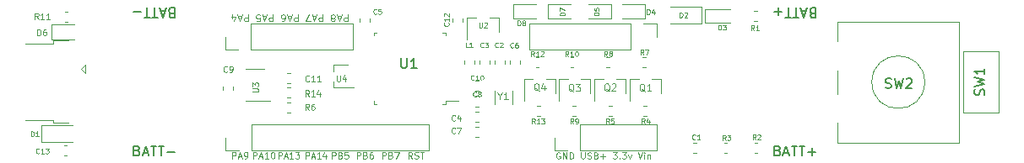
<source format=gto>
G04 #@! TF.GenerationSoftware,KiCad,Pcbnew,(5.1.5-0-10_14)*
G04 #@! TF.CreationDate,2020-01-18T12:47:27-08:00*
G04 #@! TF.ProjectId,STM32L0xx_18650,53544d33-324c-4307-9878-5f3138363530,rev?*
G04 #@! TF.SameCoordinates,Original*
G04 #@! TF.FileFunction,Legend,Top*
G04 #@! TF.FilePolarity,Positive*
%FSLAX46Y46*%
G04 Gerber Fmt 4.6, Leading zero omitted, Abs format (unit mm)*
G04 Created by KiCad (PCBNEW (5.1.5-0-10_14)) date 2020-01-18 12:47:27*
%MOMM*%
%LPD*%
G04 APERTURE LIST*
%ADD10C,0.200000*%
%ADD11C,0.100000*%
%ADD12C,0.120000*%
%ADD13C,0.150000*%
%ADD14C,2.901600*%
%ADD15R,1.161600X0.751600*%
%ADD16R,0.801600X0.551600*%
%ADD17O,1.801600X1.801600*%
%ADD18R,1.801600X1.801600*%
%ADD19R,0.901600X1.001600*%
%ADD20R,2.601600X4.501600*%
%ADD21O,1.801600X1.451600*%
%ADD22O,1.601600X1.201600*%
%ADD23R,1.751600X0.501600*%
%ADD24R,1.601600X2.101600*%
%ADD25C,2.501600*%
%ADD26R,1.701600X2.281600*%
%ADD27R,1.101600X1.101600*%
%ADD28R,1.901600X1.101600*%
G04 APERTURE END LIST*
D10*
X137238095Y-93071428D02*
X137095238Y-93023809D01*
X137047619Y-92976190D01*
X137000000Y-92880952D01*
X137000000Y-92738095D01*
X137047619Y-92642857D01*
X137095238Y-92595238D01*
X137190476Y-92547619D01*
X137571428Y-92547619D01*
X137571428Y-93547619D01*
X137238095Y-93547619D01*
X137142857Y-93500000D01*
X137095238Y-93452380D01*
X137047619Y-93357142D01*
X137047619Y-93261904D01*
X137095238Y-93166666D01*
X137142857Y-93119047D01*
X137238095Y-93071428D01*
X137571428Y-93071428D01*
X136619047Y-92833333D02*
X136142857Y-92833333D01*
X136714285Y-92547619D02*
X136380952Y-93547619D01*
X136047619Y-92547619D01*
X135857142Y-93547619D02*
X135285714Y-93547619D01*
X135571428Y-92547619D02*
X135571428Y-93547619D01*
X135095238Y-93547619D02*
X134523809Y-93547619D01*
X134809523Y-92547619D02*
X134809523Y-93547619D01*
X134190476Y-92928571D02*
X133428571Y-92928571D01*
X133809523Y-92547619D02*
X133809523Y-93309523D01*
X133761904Y-106928571D02*
X133904761Y-106976190D01*
X133952380Y-107023809D01*
X134000000Y-107119047D01*
X134000000Y-107261904D01*
X133952380Y-107357142D01*
X133904761Y-107404761D01*
X133809523Y-107452380D01*
X133428571Y-107452380D01*
X133428571Y-106452380D01*
X133761904Y-106452380D01*
X133857142Y-106500000D01*
X133904761Y-106547619D01*
X133952380Y-106642857D01*
X133952380Y-106738095D01*
X133904761Y-106833333D01*
X133857142Y-106880952D01*
X133761904Y-106928571D01*
X133428571Y-106928571D01*
X134380952Y-107166666D02*
X134857142Y-107166666D01*
X134285714Y-107452380D02*
X134619047Y-106452380D01*
X134952380Y-107452380D01*
X135142857Y-106452380D02*
X135714285Y-106452380D01*
X135428571Y-107452380D02*
X135428571Y-106452380D01*
X135904761Y-106452380D02*
X136476190Y-106452380D01*
X136190476Y-107452380D02*
X136190476Y-106452380D01*
X136809523Y-107071428D02*
X137571428Y-107071428D01*
X137190476Y-107452380D02*
X137190476Y-106690476D01*
D11*
X97094047Y-107719047D02*
X96877380Y-107409523D01*
X96722619Y-107719047D02*
X96722619Y-107069047D01*
X96970238Y-107069047D01*
X97032142Y-107100000D01*
X97063095Y-107130952D01*
X97094047Y-107192857D01*
X97094047Y-107285714D01*
X97063095Y-107347619D01*
X97032142Y-107378571D01*
X96970238Y-107409523D01*
X96722619Y-107409523D01*
X97341666Y-107688095D02*
X97434523Y-107719047D01*
X97589285Y-107719047D01*
X97651190Y-107688095D01*
X97682142Y-107657142D01*
X97713095Y-107595238D01*
X97713095Y-107533333D01*
X97682142Y-107471428D01*
X97651190Y-107440476D01*
X97589285Y-107409523D01*
X97465476Y-107378571D01*
X97403571Y-107347619D01*
X97372619Y-107316666D01*
X97341666Y-107254761D01*
X97341666Y-107192857D01*
X97372619Y-107130952D01*
X97403571Y-107100000D01*
X97465476Y-107069047D01*
X97620238Y-107069047D01*
X97713095Y-107100000D01*
X97898809Y-107069047D02*
X98270238Y-107069047D01*
X98084523Y-107719047D02*
X98084523Y-107069047D01*
X94095238Y-107719047D02*
X94095238Y-107069047D01*
X94342857Y-107069047D01*
X94404761Y-107100000D01*
X94435714Y-107130952D01*
X94466666Y-107192857D01*
X94466666Y-107285714D01*
X94435714Y-107347619D01*
X94404761Y-107378571D01*
X94342857Y-107409523D01*
X94095238Y-107409523D01*
X94961904Y-107378571D02*
X95054761Y-107409523D01*
X95085714Y-107440476D01*
X95116666Y-107502380D01*
X95116666Y-107595238D01*
X95085714Y-107657142D01*
X95054761Y-107688095D01*
X94992857Y-107719047D01*
X94745238Y-107719047D01*
X94745238Y-107069047D01*
X94961904Y-107069047D01*
X95023809Y-107100000D01*
X95054761Y-107130952D01*
X95085714Y-107192857D01*
X95085714Y-107254761D01*
X95054761Y-107316666D01*
X95023809Y-107347619D01*
X94961904Y-107378571D01*
X94745238Y-107378571D01*
X95333333Y-107069047D02*
X95766666Y-107069047D01*
X95488095Y-107719047D01*
X91545238Y-107719047D02*
X91545238Y-107069047D01*
X91792857Y-107069047D01*
X91854761Y-107100000D01*
X91885714Y-107130952D01*
X91916666Y-107192857D01*
X91916666Y-107285714D01*
X91885714Y-107347619D01*
X91854761Y-107378571D01*
X91792857Y-107409523D01*
X91545238Y-107409523D01*
X92411904Y-107378571D02*
X92504761Y-107409523D01*
X92535714Y-107440476D01*
X92566666Y-107502380D01*
X92566666Y-107595238D01*
X92535714Y-107657142D01*
X92504761Y-107688095D01*
X92442857Y-107719047D01*
X92195238Y-107719047D01*
X92195238Y-107069047D01*
X92411904Y-107069047D01*
X92473809Y-107100000D01*
X92504761Y-107130952D01*
X92535714Y-107192857D01*
X92535714Y-107254761D01*
X92504761Y-107316666D01*
X92473809Y-107347619D01*
X92411904Y-107378571D01*
X92195238Y-107378571D01*
X93123809Y-107069047D02*
X93000000Y-107069047D01*
X92938095Y-107100000D01*
X92907142Y-107130952D01*
X92845238Y-107223809D01*
X92814285Y-107347619D01*
X92814285Y-107595238D01*
X92845238Y-107657142D01*
X92876190Y-107688095D01*
X92938095Y-107719047D01*
X93061904Y-107719047D01*
X93123809Y-107688095D01*
X93154761Y-107657142D01*
X93185714Y-107595238D01*
X93185714Y-107440476D01*
X93154761Y-107378571D01*
X93123809Y-107347619D01*
X93061904Y-107316666D01*
X92938095Y-107316666D01*
X92876190Y-107347619D01*
X92845238Y-107378571D01*
X92814285Y-107440476D01*
X89045238Y-107719047D02*
X89045238Y-107069047D01*
X89292857Y-107069047D01*
X89354761Y-107100000D01*
X89385714Y-107130952D01*
X89416666Y-107192857D01*
X89416666Y-107285714D01*
X89385714Y-107347619D01*
X89354761Y-107378571D01*
X89292857Y-107409523D01*
X89045238Y-107409523D01*
X89911904Y-107378571D02*
X90004761Y-107409523D01*
X90035714Y-107440476D01*
X90066666Y-107502380D01*
X90066666Y-107595238D01*
X90035714Y-107657142D01*
X90004761Y-107688095D01*
X89942857Y-107719047D01*
X89695238Y-107719047D01*
X89695238Y-107069047D01*
X89911904Y-107069047D01*
X89973809Y-107100000D01*
X90004761Y-107130952D01*
X90035714Y-107192857D01*
X90035714Y-107254761D01*
X90004761Y-107316666D01*
X89973809Y-107347619D01*
X89911904Y-107378571D01*
X89695238Y-107378571D01*
X90654761Y-107069047D02*
X90345238Y-107069047D01*
X90314285Y-107378571D01*
X90345238Y-107347619D01*
X90407142Y-107316666D01*
X90561904Y-107316666D01*
X90623809Y-107347619D01*
X90654761Y-107378571D01*
X90685714Y-107440476D01*
X90685714Y-107595238D01*
X90654761Y-107657142D01*
X90623809Y-107688095D01*
X90561904Y-107719047D01*
X90407142Y-107719047D01*
X90345238Y-107688095D01*
X90314285Y-107657142D01*
X86431428Y-107719047D02*
X86431428Y-107069047D01*
X86667619Y-107069047D01*
X86726666Y-107100000D01*
X86756190Y-107130952D01*
X86785714Y-107192857D01*
X86785714Y-107285714D01*
X86756190Y-107347619D01*
X86726666Y-107378571D01*
X86667619Y-107409523D01*
X86431428Y-107409523D01*
X87021904Y-107533333D02*
X87317142Y-107533333D01*
X86962857Y-107719047D02*
X87169523Y-107069047D01*
X87376190Y-107719047D01*
X87907619Y-107719047D02*
X87553333Y-107719047D01*
X87730476Y-107719047D02*
X87730476Y-107069047D01*
X87671428Y-107161904D01*
X87612380Y-107223809D01*
X87553333Y-107254761D01*
X88439047Y-107285714D02*
X88439047Y-107719047D01*
X88291428Y-107038095D02*
X88143809Y-107502380D01*
X88527619Y-107502380D01*
X83681428Y-107719047D02*
X83681428Y-107069047D01*
X83917619Y-107069047D01*
X83976666Y-107100000D01*
X84006190Y-107130952D01*
X84035714Y-107192857D01*
X84035714Y-107285714D01*
X84006190Y-107347619D01*
X83976666Y-107378571D01*
X83917619Y-107409523D01*
X83681428Y-107409523D01*
X84271904Y-107533333D02*
X84567142Y-107533333D01*
X84212857Y-107719047D02*
X84419523Y-107069047D01*
X84626190Y-107719047D01*
X85157619Y-107719047D02*
X84803333Y-107719047D01*
X84980476Y-107719047D02*
X84980476Y-107069047D01*
X84921428Y-107161904D01*
X84862380Y-107223809D01*
X84803333Y-107254761D01*
X85364285Y-107069047D02*
X85748095Y-107069047D01*
X85541428Y-107316666D01*
X85630000Y-107316666D01*
X85689047Y-107347619D01*
X85718571Y-107378571D01*
X85748095Y-107440476D01*
X85748095Y-107595238D01*
X85718571Y-107657142D01*
X85689047Y-107688095D01*
X85630000Y-107719047D01*
X85452857Y-107719047D01*
X85393809Y-107688095D01*
X85364285Y-107657142D01*
X81132142Y-107719047D02*
X81132142Y-107069047D01*
X81379761Y-107069047D01*
X81441666Y-107100000D01*
X81472619Y-107130952D01*
X81503571Y-107192857D01*
X81503571Y-107285714D01*
X81472619Y-107347619D01*
X81441666Y-107378571D01*
X81379761Y-107409523D01*
X81132142Y-107409523D01*
X81751190Y-107533333D02*
X82060714Y-107533333D01*
X81689285Y-107719047D02*
X81905952Y-107069047D01*
X82122619Y-107719047D01*
X82679761Y-107719047D02*
X82308333Y-107719047D01*
X82494047Y-107719047D02*
X82494047Y-107069047D01*
X82432142Y-107161904D01*
X82370238Y-107223809D01*
X82308333Y-107254761D01*
X83082142Y-107069047D02*
X83144047Y-107069047D01*
X83205952Y-107100000D01*
X83236904Y-107130952D01*
X83267857Y-107192857D01*
X83298809Y-107316666D01*
X83298809Y-107471428D01*
X83267857Y-107595238D01*
X83236904Y-107657142D01*
X83205952Y-107688095D01*
X83144047Y-107719047D01*
X83082142Y-107719047D01*
X83020238Y-107688095D01*
X82989285Y-107657142D01*
X82958333Y-107595238D01*
X82927380Y-107471428D01*
X82927380Y-107316666D01*
X82958333Y-107192857D01*
X82989285Y-107130952D01*
X83020238Y-107100000D01*
X83082142Y-107069047D01*
D10*
X72938095Y-93071428D02*
X72795238Y-93023809D01*
X72747619Y-92976190D01*
X72700000Y-92880952D01*
X72700000Y-92738095D01*
X72747619Y-92642857D01*
X72795238Y-92595238D01*
X72890476Y-92547619D01*
X73271428Y-92547619D01*
X73271428Y-93547619D01*
X72938095Y-93547619D01*
X72842857Y-93500000D01*
X72795238Y-93452380D01*
X72747619Y-93357142D01*
X72747619Y-93261904D01*
X72795238Y-93166666D01*
X72842857Y-93119047D01*
X72938095Y-93071428D01*
X73271428Y-93071428D01*
X72319047Y-92833333D02*
X71842857Y-92833333D01*
X72414285Y-92547619D02*
X72080952Y-93547619D01*
X71747619Y-92547619D01*
X71557142Y-93547619D02*
X70985714Y-93547619D01*
X71271428Y-92547619D02*
X71271428Y-93547619D01*
X70795238Y-93547619D02*
X70223809Y-93547619D01*
X70509523Y-92547619D02*
X70509523Y-93547619D01*
X69890476Y-92928571D02*
X69128571Y-92928571D01*
X69511904Y-106928571D02*
X69654761Y-106976190D01*
X69702380Y-107023809D01*
X69750000Y-107119047D01*
X69750000Y-107261904D01*
X69702380Y-107357142D01*
X69654761Y-107404761D01*
X69559523Y-107452380D01*
X69178571Y-107452380D01*
X69178571Y-106452380D01*
X69511904Y-106452380D01*
X69607142Y-106500000D01*
X69654761Y-106547619D01*
X69702380Y-106642857D01*
X69702380Y-106738095D01*
X69654761Y-106833333D01*
X69607142Y-106880952D01*
X69511904Y-106928571D01*
X69178571Y-106928571D01*
X70130952Y-107166666D02*
X70607142Y-107166666D01*
X70035714Y-107452380D02*
X70369047Y-106452380D01*
X70702380Y-107452380D01*
X70892857Y-106452380D02*
X71464285Y-106452380D01*
X71178571Y-107452380D02*
X71178571Y-106452380D01*
X71654761Y-106452380D02*
X72226190Y-106452380D01*
X71940476Y-107452380D02*
X71940476Y-106452380D01*
X72559523Y-107071428D02*
X73321428Y-107071428D01*
D11*
X111910238Y-107140000D02*
X111848333Y-107110476D01*
X111755476Y-107110476D01*
X111662619Y-107140000D01*
X111600714Y-107199047D01*
X111569761Y-107258095D01*
X111538809Y-107376190D01*
X111538809Y-107464761D01*
X111569761Y-107582857D01*
X111600714Y-107641904D01*
X111662619Y-107700952D01*
X111755476Y-107730476D01*
X111817380Y-107730476D01*
X111910238Y-107700952D01*
X111941190Y-107671428D01*
X111941190Y-107464761D01*
X111817380Y-107464761D01*
X112219761Y-107730476D02*
X112219761Y-107110476D01*
X112591190Y-107730476D01*
X112591190Y-107110476D01*
X112900714Y-107730476D02*
X112900714Y-107110476D01*
X113055476Y-107110476D01*
X113148333Y-107140000D01*
X113210238Y-107199047D01*
X113241190Y-107258095D01*
X113272142Y-107376190D01*
X113272142Y-107464761D01*
X113241190Y-107582857D01*
X113210238Y-107641904D01*
X113148333Y-107700952D01*
X113055476Y-107730476D01*
X112900714Y-107730476D01*
X114045952Y-107110476D02*
X114045952Y-107612380D01*
X114076904Y-107671428D01*
X114107857Y-107700952D01*
X114169761Y-107730476D01*
X114293571Y-107730476D01*
X114355476Y-107700952D01*
X114386428Y-107671428D01*
X114417380Y-107612380D01*
X114417380Y-107110476D01*
X114695952Y-107700952D02*
X114788809Y-107730476D01*
X114943571Y-107730476D01*
X115005476Y-107700952D01*
X115036428Y-107671428D01*
X115067380Y-107612380D01*
X115067380Y-107553333D01*
X115036428Y-107494285D01*
X115005476Y-107464761D01*
X114943571Y-107435238D01*
X114819761Y-107405714D01*
X114757857Y-107376190D01*
X114726904Y-107346666D01*
X114695952Y-107287619D01*
X114695952Y-107228571D01*
X114726904Y-107169523D01*
X114757857Y-107140000D01*
X114819761Y-107110476D01*
X114974523Y-107110476D01*
X115067380Y-107140000D01*
X115562619Y-107405714D02*
X115655476Y-107435238D01*
X115686428Y-107464761D01*
X115717380Y-107523809D01*
X115717380Y-107612380D01*
X115686428Y-107671428D01*
X115655476Y-107700952D01*
X115593571Y-107730476D01*
X115345952Y-107730476D01*
X115345952Y-107110476D01*
X115562619Y-107110476D01*
X115624523Y-107140000D01*
X115655476Y-107169523D01*
X115686428Y-107228571D01*
X115686428Y-107287619D01*
X115655476Y-107346666D01*
X115624523Y-107376190D01*
X115562619Y-107405714D01*
X115345952Y-107405714D01*
X115995952Y-107494285D02*
X116491190Y-107494285D01*
X116243571Y-107730476D02*
X116243571Y-107258095D01*
X117234047Y-107110476D02*
X117636428Y-107110476D01*
X117419761Y-107346666D01*
X117512619Y-107346666D01*
X117574523Y-107376190D01*
X117605476Y-107405714D01*
X117636428Y-107464761D01*
X117636428Y-107612380D01*
X117605476Y-107671428D01*
X117574523Y-107700952D01*
X117512619Y-107730476D01*
X117326904Y-107730476D01*
X117265000Y-107700952D01*
X117234047Y-107671428D01*
X117915000Y-107671428D02*
X117945952Y-107700952D01*
X117915000Y-107730476D01*
X117884047Y-107700952D01*
X117915000Y-107671428D01*
X117915000Y-107730476D01*
X118162619Y-107110476D02*
X118565000Y-107110476D01*
X118348333Y-107346666D01*
X118441190Y-107346666D01*
X118503095Y-107376190D01*
X118534047Y-107405714D01*
X118565000Y-107464761D01*
X118565000Y-107612380D01*
X118534047Y-107671428D01*
X118503095Y-107700952D01*
X118441190Y-107730476D01*
X118255476Y-107730476D01*
X118193571Y-107700952D01*
X118162619Y-107671428D01*
X118781666Y-107317142D02*
X118936428Y-107730476D01*
X119091190Y-107317142D01*
X119741190Y-107110476D02*
X119957857Y-107730476D01*
X120174523Y-107110476D01*
X120391190Y-107730476D02*
X120391190Y-107317142D01*
X120391190Y-107110476D02*
X120360238Y-107140000D01*
X120391190Y-107169523D01*
X120422142Y-107140000D01*
X120391190Y-107110476D01*
X120391190Y-107169523D01*
X120700714Y-107317142D02*
X120700714Y-107730476D01*
X120700714Y-107376190D02*
X120731666Y-107346666D01*
X120793571Y-107317142D01*
X120886428Y-107317142D01*
X120948333Y-107346666D01*
X120979285Y-107405714D01*
X120979285Y-107730476D01*
X90616666Y-93205952D02*
X90616666Y-93855952D01*
X90350000Y-93855952D01*
X90283333Y-93825000D01*
X90250000Y-93794047D01*
X90216666Y-93732142D01*
X90216666Y-93639285D01*
X90250000Y-93577380D01*
X90283333Y-93546428D01*
X90350000Y-93515476D01*
X90616666Y-93515476D01*
X89950000Y-93391666D02*
X89616666Y-93391666D01*
X90016666Y-93205952D02*
X89783333Y-93855952D01*
X89550000Y-93205952D01*
X89216666Y-93577380D02*
X89283333Y-93608333D01*
X89316666Y-93639285D01*
X89350000Y-93701190D01*
X89350000Y-93732142D01*
X89316666Y-93794047D01*
X89283333Y-93825000D01*
X89216666Y-93855952D01*
X89083333Y-93855952D01*
X89016666Y-93825000D01*
X88983333Y-93794047D01*
X88950000Y-93732142D01*
X88950000Y-93701190D01*
X88983333Y-93639285D01*
X89016666Y-93608333D01*
X89083333Y-93577380D01*
X89216666Y-93577380D01*
X89283333Y-93546428D01*
X89316666Y-93515476D01*
X89350000Y-93453571D01*
X89350000Y-93329761D01*
X89316666Y-93267857D01*
X89283333Y-93236904D01*
X89216666Y-93205952D01*
X89083333Y-93205952D01*
X89016666Y-93236904D01*
X88983333Y-93267857D01*
X88950000Y-93329761D01*
X88950000Y-93453571D01*
X88983333Y-93515476D01*
X89016666Y-93546428D01*
X89083333Y-93577380D01*
X88116666Y-93205952D02*
X88116666Y-93855952D01*
X87850000Y-93855952D01*
X87783333Y-93825000D01*
X87750000Y-93794047D01*
X87716666Y-93732142D01*
X87716666Y-93639285D01*
X87750000Y-93577380D01*
X87783333Y-93546428D01*
X87850000Y-93515476D01*
X88116666Y-93515476D01*
X87450000Y-93391666D02*
X87116666Y-93391666D01*
X87516666Y-93205952D02*
X87283333Y-93855952D01*
X87050000Y-93205952D01*
X86883333Y-93855952D02*
X86416666Y-93855952D01*
X86716666Y-93205952D01*
X85616666Y-93205952D02*
X85616666Y-93855952D01*
X85350000Y-93855952D01*
X85283333Y-93825000D01*
X85250000Y-93794047D01*
X85216666Y-93732142D01*
X85216666Y-93639285D01*
X85250000Y-93577380D01*
X85283333Y-93546428D01*
X85350000Y-93515476D01*
X85616666Y-93515476D01*
X84950000Y-93391666D02*
X84616666Y-93391666D01*
X85016666Y-93205952D02*
X84783333Y-93855952D01*
X84550000Y-93205952D01*
X84016666Y-93855952D02*
X84150000Y-93855952D01*
X84216666Y-93825000D01*
X84250000Y-93794047D01*
X84316666Y-93701190D01*
X84350000Y-93577380D01*
X84350000Y-93329761D01*
X84316666Y-93267857D01*
X84283333Y-93236904D01*
X84216666Y-93205952D01*
X84083333Y-93205952D01*
X84016666Y-93236904D01*
X83983333Y-93267857D01*
X83950000Y-93329761D01*
X83950000Y-93484523D01*
X83983333Y-93546428D01*
X84016666Y-93577380D01*
X84083333Y-93608333D01*
X84216666Y-93608333D01*
X84283333Y-93577380D01*
X84316666Y-93546428D01*
X84350000Y-93484523D01*
X83116666Y-93205952D02*
X83116666Y-93855952D01*
X82850000Y-93855952D01*
X82783333Y-93825000D01*
X82750000Y-93794047D01*
X82716666Y-93732142D01*
X82716666Y-93639285D01*
X82750000Y-93577380D01*
X82783333Y-93546428D01*
X82850000Y-93515476D01*
X83116666Y-93515476D01*
X82450000Y-93391666D02*
X82116666Y-93391666D01*
X82516666Y-93205952D02*
X82283333Y-93855952D01*
X82050000Y-93205952D01*
X81483333Y-93855952D02*
X81816666Y-93855952D01*
X81850000Y-93546428D01*
X81816666Y-93577380D01*
X81750000Y-93608333D01*
X81583333Y-93608333D01*
X81516666Y-93577380D01*
X81483333Y-93546428D01*
X81450000Y-93484523D01*
X81450000Y-93329761D01*
X81483333Y-93267857D01*
X81516666Y-93236904D01*
X81583333Y-93205952D01*
X81750000Y-93205952D01*
X81816666Y-93236904D01*
X81850000Y-93267857D01*
X80616666Y-93205952D02*
X80616666Y-93855952D01*
X80350000Y-93855952D01*
X80283333Y-93825000D01*
X80250000Y-93794047D01*
X80216666Y-93732142D01*
X80216666Y-93639285D01*
X80250000Y-93577380D01*
X80283333Y-93546428D01*
X80350000Y-93515476D01*
X80616666Y-93515476D01*
X79950000Y-93391666D02*
X79616666Y-93391666D01*
X80016666Y-93205952D02*
X79783333Y-93855952D01*
X79550000Y-93205952D01*
X79016666Y-93639285D02*
X79016666Y-93205952D01*
X79183333Y-93886904D02*
X79350000Y-93422619D01*
X78916666Y-93422619D01*
X79041666Y-107719047D02*
X79041666Y-107069047D01*
X79289285Y-107069047D01*
X79351190Y-107100000D01*
X79382142Y-107130952D01*
X79413095Y-107192857D01*
X79413095Y-107285714D01*
X79382142Y-107347619D01*
X79351190Y-107378571D01*
X79289285Y-107409523D01*
X79041666Y-107409523D01*
X79660714Y-107533333D02*
X79970238Y-107533333D01*
X79598809Y-107719047D02*
X79815476Y-107069047D01*
X80032142Y-107719047D01*
X80279761Y-107719047D02*
X80403571Y-107719047D01*
X80465476Y-107688095D01*
X80496428Y-107657142D01*
X80558333Y-107564285D01*
X80589285Y-107440476D01*
X80589285Y-107192857D01*
X80558333Y-107130952D01*
X80527380Y-107100000D01*
X80465476Y-107069047D01*
X80341666Y-107069047D01*
X80279761Y-107100000D01*
X80248809Y-107130952D01*
X80217857Y-107192857D01*
X80217857Y-107347619D01*
X80248809Y-107409523D01*
X80279761Y-107440476D01*
X80341666Y-107471428D01*
X80465476Y-107471428D01*
X80527380Y-107440476D01*
X80558333Y-107409523D01*
X80589285Y-107347619D01*
D12*
X80425000Y-101935000D02*
X82875000Y-101935000D01*
X82225000Y-98715000D02*
X80425000Y-98715000D01*
X84562221Y-103060000D02*
X84887779Y-103060000D01*
X84562221Y-102040000D02*
X84887779Y-102040000D01*
X60915000Y-95685000D02*
X63200000Y-95685000D01*
X60915000Y-94215000D02*
X60915000Y-95685000D01*
X63200000Y-94215000D02*
X60915000Y-94215000D01*
X84562221Y-101585000D02*
X84887779Y-101585000D01*
X84562221Y-100565000D02*
X84887779Y-100565000D01*
X62562779Y-92965000D02*
X62237221Y-92965000D01*
X62562779Y-93985000D02*
X62237221Y-93985000D01*
X84562221Y-100110000D02*
X84887779Y-100110000D01*
X84562221Y-99090000D02*
X84887779Y-99090000D01*
X78115000Y-100812779D02*
X78115000Y-100487221D01*
X79135000Y-100812779D02*
X79135000Y-100487221D01*
X89220000Y-98925000D02*
X89220000Y-98265000D01*
X89220000Y-100585000D02*
X89220000Y-99925000D01*
X89220000Y-100585000D02*
X91250000Y-100585000D01*
X90630000Y-98265000D02*
X89220000Y-98265000D01*
X62487779Y-106365000D02*
X62162221Y-106365000D01*
X62487779Y-107385000D02*
X62162221Y-107385000D01*
X101115000Y-93587221D02*
X101115000Y-93912779D01*
X102135000Y-93587221D02*
X102135000Y-93912779D01*
X106865000Y-97837221D02*
X106865000Y-98162779D01*
X107885000Y-97837221D02*
X107885000Y-98162779D01*
X78350000Y-106940000D02*
X78350000Y-105610000D01*
X79680000Y-106940000D02*
X78350000Y-106940000D01*
X80950000Y-106940000D02*
X80950000Y-104280000D01*
X80950000Y-104280000D02*
X98790000Y-104280000D01*
X80950000Y-106940000D02*
X98790000Y-106940000D01*
X98790000Y-106940000D02*
X98790000Y-104280000D01*
X121640000Y-106940000D02*
X121640000Y-104280000D01*
X113960000Y-106940000D02*
X121640000Y-106940000D01*
X113960000Y-104280000D02*
X121640000Y-104280000D01*
X113960000Y-106940000D02*
X113960000Y-104280000D01*
X112690000Y-106940000D02*
X111360000Y-106940000D01*
X111360000Y-106940000D02*
X111360000Y-105610000D01*
X93540000Y-95015000D02*
X93240000Y-95015000D01*
X93240000Y-95015000D02*
X93240000Y-95315000D01*
X100160000Y-95015000D02*
X100460000Y-95015000D01*
X100460000Y-95015000D02*
X100460000Y-95315000D01*
X93540000Y-102235000D02*
X93240000Y-102235000D01*
X93240000Y-102235000D02*
X93240000Y-101935000D01*
X100160000Y-102235000D02*
X100460000Y-102235000D01*
X100460000Y-102235000D02*
X100460000Y-101935000D01*
X100460000Y-101935000D02*
X101775000Y-101935000D01*
X103437221Y-102995000D02*
X103762779Y-102995000D01*
X103437221Y-104015000D02*
X103762779Y-104015000D01*
X103437221Y-105510000D02*
X103762779Y-105510000D01*
X103437221Y-104490000D02*
X103762779Y-104490000D01*
X105780000Y-93540000D02*
X104850000Y-93540000D01*
X102620000Y-93540000D02*
X103550000Y-93540000D01*
X102620000Y-93540000D02*
X102620000Y-95700000D01*
X105780000Y-93540000D02*
X105780000Y-95000000D01*
X63865000Y-98675000D02*
X64315000Y-98275000D01*
X64315000Y-98275000D02*
X64315000Y-99075000D01*
X64315000Y-99075000D02*
X63865000Y-98675000D01*
X58265000Y-103825000D02*
X61065000Y-103825000D01*
X61065000Y-103825000D02*
X61065000Y-104125000D01*
X61065000Y-104125000D02*
X62615000Y-104125000D01*
X58265000Y-96125000D02*
X61065000Y-96125000D01*
X61065000Y-95825000D02*
X61065000Y-96125000D01*
X61065000Y-95825000D02*
X62615000Y-95825000D01*
X139750000Y-98835000D02*
X139750000Y-101215000D01*
X139750000Y-106125000D02*
X139750000Y-104135000D01*
X151950000Y-106125000D02*
X139750000Y-106125000D01*
X151950000Y-93925000D02*
X151950000Y-106125000D01*
X139750000Y-93925000D02*
X151950000Y-93925000D01*
X139750000Y-95915000D02*
X139750000Y-93925000D01*
X148500000Y-100025000D02*
G75*
G03X148500000Y-100025000I-2650000J0D01*
G01*
X155960000Y-103060000D02*
X152340000Y-103060000D01*
X155960000Y-96940000D02*
X155960000Y-103060000D01*
X152340000Y-96940000D02*
X155960000Y-96940000D01*
X152340000Y-103060000D02*
X152340000Y-96940000D01*
X59900000Y-104325000D02*
X63050000Y-104325000D01*
X59900000Y-106025000D02*
X63050000Y-106025000D01*
X59900000Y-104325000D02*
X59900000Y-106025000D01*
X126150000Y-94100000D02*
X126150000Y-92400000D01*
X126150000Y-92400000D02*
X123000000Y-92400000D01*
X126150000Y-94100000D02*
X123000000Y-94100000D01*
X109560000Y-92180000D02*
X107275000Y-92180000D01*
X107275000Y-92180000D02*
X107275000Y-93650000D01*
X107275000Y-93650000D02*
X109560000Y-93650000D01*
X110675000Y-93650000D02*
X112960000Y-93650000D01*
X110675000Y-92180000D02*
X110675000Y-93650000D01*
X112960000Y-92180000D02*
X110675000Y-92180000D01*
X114760000Y-93650000D02*
X117045000Y-93650000D01*
X117045000Y-93650000D02*
X117045000Y-92180000D01*
X117045000Y-92180000D02*
X114760000Y-92180000D01*
X118200000Y-93650000D02*
X120485000Y-93650000D01*
X120485000Y-93650000D02*
X120485000Y-92180000D01*
X120485000Y-92180000D02*
X118200000Y-92180000D01*
X103310000Y-98162779D02*
X103310000Y-97837221D01*
X102290000Y-98162779D02*
X102290000Y-97837221D01*
X131337221Y-93885000D02*
X131662779Y-93885000D01*
X131337221Y-92865000D02*
X131662779Y-92865000D01*
X131412221Y-107185000D02*
X131737779Y-107185000D01*
X131412221Y-106165000D02*
X131737779Y-106165000D01*
X128687779Y-106165000D02*
X128362221Y-106165000D01*
X128687779Y-107185000D02*
X128362221Y-107185000D01*
X120312221Y-103460000D02*
X120637779Y-103460000D01*
X120312221Y-102440000D02*
X120637779Y-102440000D01*
X116787221Y-103460000D02*
X117112779Y-103460000D01*
X116787221Y-102440000D02*
X117112779Y-102440000D01*
X120487779Y-97490000D02*
X120162221Y-97490000D01*
X120487779Y-98510000D02*
X120162221Y-98510000D01*
X116887779Y-97490000D02*
X116562221Y-97490000D01*
X116887779Y-98510000D02*
X116562221Y-98510000D01*
X113137221Y-103460000D02*
X113462779Y-103460000D01*
X113137221Y-102440000D02*
X113462779Y-102440000D01*
X112962221Y-98510000D02*
X113287779Y-98510000D01*
X112962221Y-97490000D02*
X113287779Y-97490000D01*
X109487221Y-98510000D02*
X109812779Y-98510000D01*
X109487221Y-97490000D02*
X109812779Y-97490000D01*
X109587221Y-103460000D02*
X109912779Y-103460000D01*
X109587221Y-102440000D02*
X109912779Y-102440000D01*
X125637779Y-106165000D02*
X125312221Y-106165000D01*
X125637779Y-107185000D02*
X125312221Y-107185000D01*
X106360000Y-98162779D02*
X106360000Y-97837221D01*
X105340000Y-98162779D02*
X105340000Y-97837221D01*
X104835000Y-98162779D02*
X104835000Y-97837221D01*
X103815000Y-98162779D02*
X103815000Y-97837221D01*
X91840000Y-93937779D02*
X91840000Y-93612221D01*
X92860000Y-93937779D02*
X92860000Y-93612221D01*
X103437221Y-102460000D02*
X103762779Y-102460000D01*
X103437221Y-101440000D02*
X103762779Y-101440000D01*
X103437221Y-99840000D02*
X103762779Y-99840000D01*
X103437221Y-100860000D02*
X103762779Y-100860000D01*
X107125000Y-100875000D02*
X107125000Y-102225000D01*
X105375000Y-100875000D02*
X105375000Y-102225000D01*
X122080000Y-99710000D02*
X122080000Y-101170000D01*
X118920000Y-99710000D02*
X118920000Y-101870000D01*
X118920000Y-99710000D02*
X119850000Y-99710000D01*
X122080000Y-99710000D02*
X121150000Y-99710000D01*
X114980000Y-99715000D02*
X114980000Y-101175000D01*
X111820000Y-99715000D02*
X111820000Y-101875000D01*
X111820000Y-99715000D02*
X112750000Y-99715000D01*
X114980000Y-99715000D02*
X114050000Y-99715000D01*
X111455000Y-99715000D02*
X111455000Y-101175000D01*
X108295000Y-99715000D02*
X108295000Y-101875000D01*
X108295000Y-99715000D02*
X109225000Y-99715000D01*
X111455000Y-99715000D02*
X110525000Y-99715000D01*
X126490000Y-94035000D02*
X128975000Y-94035000D01*
X126490000Y-92665000D02*
X126490000Y-94035000D01*
X128975000Y-92665000D02*
X126490000Y-92665000D01*
X118530000Y-99715000D02*
X117600000Y-99715000D01*
X115370000Y-99715000D02*
X116300000Y-99715000D01*
X115370000Y-99715000D02*
X115370000Y-101875000D01*
X118530000Y-99715000D02*
X118530000Y-101175000D01*
X108810000Y-94120000D02*
X108810000Y-96780000D01*
X119030000Y-94120000D02*
X108810000Y-94120000D01*
X119030000Y-96780000D02*
X108810000Y-96780000D01*
X119030000Y-94120000D02*
X119030000Y-96780000D01*
X120300000Y-94120000D02*
X121630000Y-94120000D01*
X121630000Y-94120000D02*
X121630000Y-95450000D01*
X91150000Y-96770000D02*
X91150000Y-94110000D01*
X80930000Y-96770000D02*
X91150000Y-96770000D01*
X80930000Y-94110000D02*
X91150000Y-94110000D01*
X80930000Y-96770000D02*
X80930000Y-94110000D01*
X79660000Y-96770000D02*
X78330000Y-96770000D01*
X78330000Y-96770000D02*
X78330000Y-95440000D01*
D11*
X81071428Y-101007142D02*
X81557142Y-101007142D01*
X81614285Y-100978571D01*
X81642857Y-100950000D01*
X81671428Y-100892857D01*
X81671428Y-100778571D01*
X81642857Y-100721428D01*
X81614285Y-100692857D01*
X81557142Y-100664285D01*
X81071428Y-100664285D01*
X81071428Y-100435714D02*
X81071428Y-100064285D01*
X81300000Y-100264285D01*
X81300000Y-100178571D01*
X81328571Y-100121428D01*
X81357142Y-100092857D01*
X81414285Y-100064285D01*
X81557142Y-100064285D01*
X81614285Y-100092857D01*
X81642857Y-100121428D01*
X81671428Y-100178571D01*
X81671428Y-100350000D01*
X81642857Y-100407142D01*
X81614285Y-100435714D01*
X86735000Y-102806428D02*
X86535000Y-102520714D01*
X86392142Y-102806428D02*
X86392142Y-102206428D01*
X86620714Y-102206428D01*
X86677857Y-102235000D01*
X86706428Y-102263571D01*
X86735000Y-102320714D01*
X86735000Y-102406428D01*
X86706428Y-102463571D01*
X86677857Y-102492142D01*
X86620714Y-102520714D01*
X86392142Y-102520714D01*
X87249285Y-102206428D02*
X87135000Y-102206428D01*
X87077857Y-102235000D01*
X87049285Y-102263571D01*
X86992142Y-102349285D01*
X86963571Y-102463571D01*
X86963571Y-102692142D01*
X86992142Y-102749285D01*
X87020714Y-102777857D01*
X87077857Y-102806428D01*
X87192142Y-102806428D01*
X87249285Y-102777857D01*
X87277857Y-102749285D01*
X87306428Y-102692142D01*
X87306428Y-102549285D01*
X87277857Y-102492142D01*
X87249285Y-102463571D01*
X87192142Y-102435000D01*
X87077857Y-102435000D01*
X87020714Y-102463571D01*
X86992142Y-102492142D01*
X86963571Y-102549285D01*
X59507142Y-95296428D02*
X59507142Y-94696428D01*
X59650000Y-94696428D01*
X59735714Y-94725000D01*
X59792857Y-94782142D01*
X59821428Y-94839285D01*
X59850000Y-94953571D01*
X59850000Y-95039285D01*
X59821428Y-95153571D01*
X59792857Y-95210714D01*
X59735714Y-95267857D01*
X59650000Y-95296428D01*
X59507142Y-95296428D01*
X60364285Y-94696428D02*
X60250000Y-94696428D01*
X60192857Y-94725000D01*
X60164285Y-94753571D01*
X60107142Y-94839285D01*
X60078571Y-94953571D01*
X60078571Y-95182142D01*
X60107142Y-95239285D01*
X60135714Y-95267857D01*
X60192857Y-95296428D01*
X60307142Y-95296428D01*
X60364285Y-95267857D01*
X60392857Y-95239285D01*
X60421428Y-95182142D01*
X60421428Y-95039285D01*
X60392857Y-94982142D01*
X60364285Y-94953571D01*
X60307142Y-94925000D01*
X60192857Y-94925000D01*
X60135714Y-94953571D01*
X60107142Y-94982142D01*
X60078571Y-95039285D01*
X86739285Y-101446428D02*
X86539285Y-101160714D01*
X86396428Y-101446428D02*
X86396428Y-100846428D01*
X86625000Y-100846428D01*
X86682142Y-100875000D01*
X86710714Y-100903571D01*
X86739285Y-100960714D01*
X86739285Y-101046428D01*
X86710714Y-101103571D01*
X86682142Y-101132142D01*
X86625000Y-101160714D01*
X86396428Y-101160714D01*
X87310714Y-101446428D02*
X86967857Y-101446428D01*
X87139285Y-101446428D02*
X87139285Y-100846428D01*
X87082142Y-100932142D01*
X87025000Y-100989285D01*
X86967857Y-101017857D01*
X87825000Y-101046428D02*
X87825000Y-101446428D01*
X87682142Y-100817857D02*
X87539285Y-101246428D01*
X87910714Y-101246428D01*
X59614285Y-93671428D02*
X59414285Y-93385714D01*
X59271428Y-93671428D02*
X59271428Y-93071428D01*
X59500000Y-93071428D01*
X59557142Y-93100000D01*
X59585714Y-93128571D01*
X59614285Y-93185714D01*
X59614285Y-93271428D01*
X59585714Y-93328571D01*
X59557142Y-93357142D01*
X59500000Y-93385714D01*
X59271428Y-93385714D01*
X60185714Y-93671428D02*
X59842857Y-93671428D01*
X60014285Y-93671428D02*
X60014285Y-93071428D01*
X59957142Y-93157142D01*
X59900000Y-93214285D01*
X59842857Y-93242857D01*
X60757142Y-93671428D02*
X60414285Y-93671428D01*
X60585714Y-93671428D02*
X60585714Y-93071428D01*
X60528571Y-93157142D01*
X60471428Y-93214285D01*
X60414285Y-93242857D01*
X86764285Y-99889285D02*
X86735714Y-99917857D01*
X86650000Y-99946428D01*
X86592857Y-99946428D01*
X86507142Y-99917857D01*
X86450000Y-99860714D01*
X86421428Y-99803571D01*
X86392857Y-99689285D01*
X86392857Y-99603571D01*
X86421428Y-99489285D01*
X86450000Y-99432142D01*
X86507142Y-99375000D01*
X86592857Y-99346428D01*
X86650000Y-99346428D01*
X86735714Y-99375000D01*
X86764285Y-99403571D01*
X87335714Y-99946428D02*
X86992857Y-99946428D01*
X87164285Y-99946428D02*
X87164285Y-99346428D01*
X87107142Y-99432142D01*
X87050000Y-99489285D01*
X86992857Y-99517857D01*
X87907142Y-99946428D02*
X87564285Y-99946428D01*
X87735714Y-99946428D02*
X87735714Y-99346428D01*
X87678571Y-99432142D01*
X87621428Y-99489285D01*
X87564285Y-99517857D01*
X78525000Y-98939285D02*
X78496428Y-98967857D01*
X78410714Y-98996428D01*
X78353571Y-98996428D01*
X78267857Y-98967857D01*
X78210714Y-98910714D01*
X78182142Y-98853571D01*
X78153571Y-98739285D01*
X78153571Y-98653571D01*
X78182142Y-98539285D01*
X78210714Y-98482142D01*
X78267857Y-98425000D01*
X78353571Y-98396428D01*
X78410714Y-98396428D01*
X78496428Y-98425000D01*
X78525000Y-98453571D01*
X78810714Y-98996428D02*
X78925000Y-98996428D01*
X78982142Y-98967857D01*
X79010714Y-98939285D01*
X79067857Y-98853571D01*
X79096428Y-98739285D01*
X79096428Y-98510714D01*
X79067857Y-98453571D01*
X79039285Y-98425000D01*
X78982142Y-98396428D01*
X78867857Y-98396428D01*
X78810714Y-98425000D01*
X78782142Y-98453571D01*
X78753571Y-98510714D01*
X78753571Y-98653571D01*
X78782142Y-98710714D01*
X78810714Y-98739285D01*
X78867857Y-98767857D01*
X78982142Y-98767857D01*
X79039285Y-98739285D01*
X79067857Y-98710714D01*
X79096428Y-98653571D01*
X89542857Y-99346428D02*
X89542857Y-99832142D01*
X89571428Y-99889285D01*
X89600000Y-99917857D01*
X89657142Y-99946428D01*
X89771428Y-99946428D01*
X89828571Y-99917857D01*
X89857142Y-99889285D01*
X89885714Y-99832142D01*
X89885714Y-99346428D01*
X90428571Y-99546428D02*
X90428571Y-99946428D01*
X90285714Y-99317857D02*
X90142857Y-99746428D01*
X90514285Y-99746428D01*
X59678571Y-107153571D02*
X59654761Y-107177380D01*
X59583333Y-107201190D01*
X59535714Y-107201190D01*
X59464285Y-107177380D01*
X59416666Y-107129761D01*
X59392857Y-107082142D01*
X59369047Y-106986904D01*
X59369047Y-106915476D01*
X59392857Y-106820238D01*
X59416666Y-106772619D01*
X59464285Y-106725000D01*
X59535714Y-106701190D01*
X59583333Y-106701190D01*
X59654761Y-106725000D01*
X59678571Y-106748809D01*
X60154761Y-107201190D02*
X59869047Y-107201190D01*
X60011904Y-107201190D02*
X60011904Y-106701190D01*
X59964285Y-106772619D01*
X59916666Y-106820238D01*
X59869047Y-106844047D01*
X60321428Y-106701190D02*
X60630952Y-106701190D01*
X60464285Y-106891666D01*
X60535714Y-106891666D01*
X60583333Y-106915476D01*
X60607142Y-106939285D01*
X60630952Y-106986904D01*
X60630952Y-107105952D01*
X60607142Y-107153571D01*
X60583333Y-107177380D01*
X60535714Y-107201190D01*
X60392857Y-107201190D01*
X60345238Y-107177380D01*
X60321428Y-107153571D01*
X100728571Y-94046428D02*
X100752380Y-94070238D01*
X100776190Y-94141666D01*
X100776190Y-94189285D01*
X100752380Y-94260714D01*
X100704761Y-94308333D01*
X100657142Y-94332142D01*
X100561904Y-94355952D01*
X100490476Y-94355952D01*
X100395238Y-94332142D01*
X100347619Y-94308333D01*
X100300000Y-94260714D01*
X100276190Y-94189285D01*
X100276190Y-94141666D01*
X100300000Y-94070238D01*
X100323809Y-94046428D01*
X100776190Y-93570238D02*
X100776190Y-93855952D01*
X100776190Y-93713095D02*
X100276190Y-93713095D01*
X100347619Y-93760714D01*
X100395238Y-93808333D01*
X100419047Y-93855952D01*
X100323809Y-93379761D02*
X100300000Y-93355952D01*
X100276190Y-93308333D01*
X100276190Y-93189285D01*
X100300000Y-93141666D01*
X100323809Y-93117857D01*
X100371428Y-93094047D01*
X100419047Y-93094047D01*
X100490476Y-93117857D01*
X100776190Y-93403571D01*
X100776190Y-93094047D01*
X107241666Y-96503571D02*
X107217857Y-96527380D01*
X107146428Y-96551190D01*
X107098809Y-96551190D01*
X107027380Y-96527380D01*
X106979761Y-96479761D01*
X106955952Y-96432142D01*
X106932142Y-96336904D01*
X106932142Y-96265476D01*
X106955952Y-96170238D01*
X106979761Y-96122619D01*
X107027380Y-96075000D01*
X107098809Y-96051190D01*
X107146428Y-96051190D01*
X107217857Y-96075000D01*
X107241666Y-96098809D01*
X107670238Y-96051190D02*
X107575000Y-96051190D01*
X107527380Y-96075000D01*
X107503571Y-96098809D01*
X107455952Y-96170238D01*
X107432142Y-96265476D01*
X107432142Y-96455952D01*
X107455952Y-96503571D01*
X107479761Y-96527380D01*
X107527380Y-96551190D01*
X107622619Y-96551190D01*
X107670238Y-96527380D01*
X107694047Y-96503571D01*
X107717857Y-96455952D01*
X107717857Y-96336904D01*
X107694047Y-96289285D01*
X107670238Y-96265476D01*
X107622619Y-96241666D01*
X107527380Y-96241666D01*
X107479761Y-96265476D01*
X107455952Y-96289285D01*
X107432142Y-96336904D01*
D13*
X95988095Y-97602380D02*
X95988095Y-98411904D01*
X96035714Y-98507142D01*
X96083333Y-98554761D01*
X96178571Y-98602380D01*
X96369047Y-98602380D01*
X96464285Y-98554761D01*
X96511904Y-98507142D01*
X96559523Y-98411904D01*
X96559523Y-97602380D01*
X97559523Y-98602380D02*
X96988095Y-98602380D01*
X97273809Y-98602380D02*
X97273809Y-97602380D01*
X97178571Y-97745238D01*
X97083333Y-97840476D01*
X96988095Y-97888095D01*
D11*
X101408333Y-103846428D02*
X101382142Y-103872619D01*
X101303571Y-103898809D01*
X101251190Y-103898809D01*
X101172619Y-103872619D01*
X101120238Y-103820238D01*
X101094047Y-103767857D01*
X101067857Y-103663095D01*
X101067857Y-103584523D01*
X101094047Y-103479761D01*
X101120238Y-103427380D01*
X101172619Y-103375000D01*
X101251190Y-103348809D01*
X101303571Y-103348809D01*
X101382142Y-103375000D01*
X101408333Y-103401190D01*
X101879761Y-103532142D02*
X101879761Y-103898809D01*
X101748809Y-103322619D02*
X101617857Y-103715476D01*
X101958333Y-103715476D01*
X101408333Y-105121428D02*
X101382142Y-105147619D01*
X101303571Y-105173809D01*
X101251190Y-105173809D01*
X101172619Y-105147619D01*
X101120238Y-105095238D01*
X101094047Y-105042857D01*
X101067857Y-104938095D01*
X101067857Y-104859523D01*
X101094047Y-104754761D01*
X101120238Y-104702380D01*
X101172619Y-104650000D01*
X101251190Y-104623809D01*
X101303571Y-104623809D01*
X101382142Y-104650000D01*
X101408333Y-104676190D01*
X101591666Y-104623809D02*
X101958333Y-104623809D01*
X101722619Y-105173809D01*
X103819047Y-94026190D02*
X103819047Y-94430952D01*
X103842857Y-94478571D01*
X103866666Y-94502380D01*
X103914285Y-94526190D01*
X104009523Y-94526190D01*
X104057142Y-94502380D01*
X104080952Y-94478571D01*
X104104761Y-94430952D01*
X104104761Y-94026190D01*
X104319047Y-94073809D02*
X104342857Y-94050000D01*
X104390476Y-94026190D01*
X104509523Y-94026190D01*
X104557142Y-94050000D01*
X104580952Y-94073809D01*
X104604761Y-94121428D01*
X104604761Y-94169047D01*
X104580952Y-94240476D01*
X104295238Y-94526190D01*
X104604761Y-94526190D01*
D13*
X144566666Y-100579761D02*
X144709523Y-100627380D01*
X144947619Y-100627380D01*
X145042857Y-100579761D01*
X145090476Y-100532142D01*
X145138095Y-100436904D01*
X145138095Y-100341666D01*
X145090476Y-100246428D01*
X145042857Y-100198809D01*
X144947619Y-100151190D01*
X144757142Y-100103571D01*
X144661904Y-100055952D01*
X144614285Y-100008333D01*
X144566666Y-99913095D01*
X144566666Y-99817857D01*
X144614285Y-99722619D01*
X144661904Y-99675000D01*
X144757142Y-99627380D01*
X144995238Y-99627380D01*
X145138095Y-99675000D01*
X145471428Y-99627380D02*
X145709523Y-100627380D01*
X145900000Y-99913095D01*
X146090476Y-100627380D01*
X146328571Y-99627380D01*
X146661904Y-99722619D02*
X146709523Y-99675000D01*
X146804761Y-99627380D01*
X147042857Y-99627380D01*
X147138095Y-99675000D01*
X147185714Y-99722619D01*
X147233333Y-99817857D01*
X147233333Y-99913095D01*
X147185714Y-100055952D01*
X146614285Y-100627380D01*
X147233333Y-100627380D01*
X154454761Y-101333333D02*
X154502380Y-101190476D01*
X154502380Y-100952380D01*
X154454761Y-100857142D01*
X154407142Y-100809523D01*
X154311904Y-100761904D01*
X154216666Y-100761904D01*
X154121428Y-100809523D01*
X154073809Y-100857142D01*
X154026190Y-100952380D01*
X153978571Y-101142857D01*
X153930952Y-101238095D01*
X153883333Y-101285714D01*
X153788095Y-101333333D01*
X153692857Y-101333333D01*
X153597619Y-101285714D01*
X153550000Y-101238095D01*
X153502380Y-101142857D01*
X153502380Y-100904761D01*
X153550000Y-100761904D01*
X153502380Y-100428571D02*
X154502380Y-100190476D01*
X153788095Y-100000000D01*
X154502380Y-99809523D01*
X153502380Y-99571428D01*
X154502380Y-98666666D02*
X154502380Y-99238095D01*
X154502380Y-98952380D02*
X153502380Y-98952380D01*
X153645238Y-99047619D01*
X153740476Y-99142857D01*
X153788095Y-99238095D01*
D11*
X58880952Y-105476190D02*
X58880952Y-104976190D01*
X59000000Y-104976190D01*
X59071428Y-105000000D01*
X59119047Y-105047619D01*
X59142857Y-105095238D01*
X59166666Y-105190476D01*
X59166666Y-105261904D01*
X59142857Y-105357142D01*
X59119047Y-105404761D01*
X59071428Y-105452380D01*
X59000000Y-105476190D01*
X58880952Y-105476190D01*
X59642857Y-105476190D02*
X59357142Y-105476190D01*
X59500000Y-105476190D02*
X59500000Y-104976190D01*
X59452380Y-105047619D01*
X59404761Y-105095238D01*
X59357142Y-105119047D01*
X123930952Y-93501190D02*
X123930952Y-93001190D01*
X124050000Y-93001190D01*
X124121428Y-93025000D01*
X124169047Y-93072619D01*
X124192857Y-93120238D01*
X124216666Y-93215476D01*
X124216666Y-93286904D01*
X124192857Y-93382142D01*
X124169047Y-93429761D01*
X124121428Y-93477380D01*
X124050000Y-93501190D01*
X123930952Y-93501190D01*
X124407142Y-93048809D02*
X124430952Y-93025000D01*
X124478571Y-93001190D01*
X124597619Y-93001190D01*
X124645238Y-93025000D01*
X124669047Y-93048809D01*
X124692857Y-93096428D01*
X124692857Y-93144047D01*
X124669047Y-93215476D01*
X124383333Y-93501190D01*
X124692857Y-93501190D01*
X107680952Y-94301190D02*
X107680952Y-93801190D01*
X107800000Y-93801190D01*
X107871428Y-93825000D01*
X107919047Y-93872619D01*
X107942857Y-93920238D01*
X107966666Y-94015476D01*
X107966666Y-94086904D01*
X107942857Y-94182142D01*
X107919047Y-94229761D01*
X107871428Y-94277380D01*
X107800000Y-94301190D01*
X107680952Y-94301190D01*
X108252380Y-94015476D02*
X108204761Y-93991666D01*
X108180952Y-93967857D01*
X108157142Y-93920238D01*
X108157142Y-93896428D01*
X108180952Y-93848809D01*
X108204761Y-93825000D01*
X108252380Y-93801190D01*
X108347619Y-93801190D01*
X108395238Y-93825000D01*
X108419047Y-93848809D01*
X108442857Y-93896428D01*
X108442857Y-93920238D01*
X108419047Y-93967857D01*
X108395238Y-93991666D01*
X108347619Y-94015476D01*
X108252380Y-94015476D01*
X108204761Y-94039285D01*
X108180952Y-94063095D01*
X108157142Y-94110714D01*
X108157142Y-94205952D01*
X108180952Y-94253571D01*
X108204761Y-94277380D01*
X108252380Y-94301190D01*
X108347619Y-94301190D01*
X108395238Y-94277380D01*
X108419047Y-94253571D01*
X108442857Y-94205952D01*
X108442857Y-94110714D01*
X108419047Y-94063095D01*
X108395238Y-94039285D01*
X108347619Y-94015476D01*
X112426190Y-93294047D02*
X111926190Y-93294047D01*
X111926190Y-93175000D01*
X111950000Y-93103571D01*
X111997619Y-93055952D01*
X112045238Y-93032142D01*
X112140476Y-93008333D01*
X112211904Y-93008333D01*
X112307142Y-93032142D01*
X112354761Y-93055952D01*
X112402380Y-93103571D01*
X112426190Y-93175000D01*
X112426190Y-93294047D01*
X111926190Y-92841666D02*
X111926190Y-92508333D01*
X112426190Y-92722619D01*
X115826190Y-93294047D02*
X115326190Y-93294047D01*
X115326190Y-93175000D01*
X115350000Y-93103571D01*
X115397619Y-93055952D01*
X115445238Y-93032142D01*
X115540476Y-93008333D01*
X115611904Y-93008333D01*
X115707142Y-93032142D01*
X115754761Y-93055952D01*
X115802380Y-93103571D01*
X115826190Y-93175000D01*
X115826190Y-93294047D01*
X115326190Y-92555952D02*
X115326190Y-92794047D01*
X115564285Y-92817857D01*
X115540476Y-92794047D01*
X115516666Y-92746428D01*
X115516666Y-92627380D01*
X115540476Y-92579761D01*
X115564285Y-92555952D01*
X115611904Y-92532142D01*
X115730952Y-92532142D01*
X115778571Y-92555952D01*
X115802380Y-92579761D01*
X115826190Y-92627380D01*
X115826190Y-92746428D01*
X115802380Y-92794047D01*
X115778571Y-92817857D01*
X120655952Y-93176190D02*
X120655952Y-92676190D01*
X120775000Y-92676190D01*
X120846428Y-92700000D01*
X120894047Y-92747619D01*
X120917857Y-92795238D01*
X120941666Y-92890476D01*
X120941666Y-92961904D01*
X120917857Y-93057142D01*
X120894047Y-93104761D01*
X120846428Y-93152380D01*
X120775000Y-93176190D01*
X120655952Y-93176190D01*
X121370238Y-92842857D02*
X121370238Y-93176190D01*
X121251190Y-92652380D02*
X121132142Y-93009523D01*
X121441666Y-93009523D01*
X102716666Y-96526190D02*
X102478571Y-96526190D01*
X102478571Y-96026190D01*
X103145238Y-96526190D02*
X102859523Y-96526190D01*
X103002380Y-96526190D02*
X103002380Y-96026190D01*
X102954761Y-96097619D01*
X102907142Y-96145238D01*
X102859523Y-96169047D01*
X131391666Y-94801190D02*
X131225000Y-94563095D01*
X131105952Y-94801190D02*
X131105952Y-94301190D01*
X131296428Y-94301190D01*
X131344047Y-94325000D01*
X131367857Y-94348809D01*
X131391666Y-94396428D01*
X131391666Y-94467857D01*
X131367857Y-94515476D01*
X131344047Y-94539285D01*
X131296428Y-94563095D01*
X131105952Y-94563095D01*
X131867857Y-94801190D02*
X131582142Y-94801190D01*
X131725000Y-94801190D02*
X131725000Y-94301190D01*
X131677380Y-94372619D01*
X131629761Y-94420238D01*
X131582142Y-94444047D01*
X131541666Y-105801190D02*
X131375000Y-105563095D01*
X131255952Y-105801190D02*
X131255952Y-105301190D01*
X131446428Y-105301190D01*
X131494047Y-105325000D01*
X131517857Y-105348809D01*
X131541666Y-105396428D01*
X131541666Y-105467857D01*
X131517857Y-105515476D01*
X131494047Y-105539285D01*
X131446428Y-105563095D01*
X131255952Y-105563095D01*
X131732142Y-105348809D02*
X131755952Y-105325000D01*
X131803571Y-105301190D01*
X131922619Y-105301190D01*
X131970238Y-105325000D01*
X131994047Y-105348809D01*
X132017857Y-105396428D01*
X132017857Y-105444047D01*
X131994047Y-105515476D01*
X131708333Y-105801190D01*
X132017857Y-105801190D01*
X128541666Y-105851190D02*
X128375000Y-105613095D01*
X128255952Y-105851190D02*
X128255952Y-105351190D01*
X128446428Y-105351190D01*
X128494047Y-105375000D01*
X128517857Y-105398809D01*
X128541666Y-105446428D01*
X128541666Y-105517857D01*
X128517857Y-105565476D01*
X128494047Y-105589285D01*
X128446428Y-105613095D01*
X128255952Y-105613095D01*
X128708333Y-105351190D02*
X129017857Y-105351190D01*
X128851190Y-105541666D01*
X128922619Y-105541666D01*
X128970238Y-105565476D01*
X128994047Y-105589285D01*
X129017857Y-105636904D01*
X129017857Y-105755952D01*
X128994047Y-105803571D01*
X128970238Y-105827380D01*
X128922619Y-105851190D01*
X128779761Y-105851190D01*
X128732142Y-105827380D01*
X128708333Y-105803571D01*
X120416666Y-104176190D02*
X120250000Y-103938095D01*
X120130952Y-104176190D02*
X120130952Y-103676190D01*
X120321428Y-103676190D01*
X120369047Y-103700000D01*
X120392857Y-103723809D01*
X120416666Y-103771428D01*
X120416666Y-103842857D01*
X120392857Y-103890476D01*
X120369047Y-103914285D01*
X120321428Y-103938095D01*
X120130952Y-103938095D01*
X120845238Y-103842857D02*
X120845238Y-104176190D01*
X120726190Y-103652380D02*
X120607142Y-104009523D01*
X120916666Y-104009523D01*
X116866666Y-104201190D02*
X116700000Y-103963095D01*
X116580952Y-104201190D02*
X116580952Y-103701190D01*
X116771428Y-103701190D01*
X116819047Y-103725000D01*
X116842857Y-103748809D01*
X116866666Y-103796428D01*
X116866666Y-103867857D01*
X116842857Y-103915476D01*
X116819047Y-103939285D01*
X116771428Y-103963095D01*
X116580952Y-103963095D01*
X117319047Y-103701190D02*
X117080952Y-103701190D01*
X117057142Y-103939285D01*
X117080952Y-103915476D01*
X117128571Y-103891666D01*
X117247619Y-103891666D01*
X117295238Y-103915476D01*
X117319047Y-103939285D01*
X117342857Y-103986904D01*
X117342857Y-104105952D01*
X117319047Y-104153571D01*
X117295238Y-104177380D01*
X117247619Y-104201190D01*
X117128571Y-104201190D01*
X117080952Y-104177380D01*
X117057142Y-104153571D01*
X120316666Y-97251190D02*
X120150000Y-97013095D01*
X120030952Y-97251190D02*
X120030952Y-96751190D01*
X120221428Y-96751190D01*
X120269047Y-96775000D01*
X120292857Y-96798809D01*
X120316666Y-96846428D01*
X120316666Y-96917857D01*
X120292857Y-96965476D01*
X120269047Y-96989285D01*
X120221428Y-97013095D01*
X120030952Y-97013095D01*
X120483333Y-96751190D02*
X120816666Y-96751190D01*
X120602380Y-97251190D01*
X116666666Y-97401190D02*
X116500000Y-97163095D01*
X116380952Y-97401190D02*
X116380952Y-96901190D01*
X116571428Y-96901190D01*
X116619047Y-96925000D01*
X116642857Y-96948809D01*
X116666666Y-96996428D01*
X116666666Y-97067857D01*
X116642857Y-97115476D01*
X116619047Y-97139285D01*
X116571428Y-97163095D01*
X116380952Y-97163095D01*
X116952380Y-97115476D02*
X116904761Y-97091666D01*
X116880952Y-97067857D01*
X116857142Y-97020238D01*
X116857142Y-96996428D01*
X116880952Y-96948809D01*
X116904761Y-96925000D01*
X116952380Y-96901190D01*
X117047619Y-96901190D01*
X117095238Y-96925000D01*
X117119047Y-96948809D01*
X117142857Y-96996428D01*
X117142857Y-97020238D01*
X117119047Y-97067857D01*
X117095238Y-97091666D01*
X117047619Y-97115476D01*
X116952380Y-97115476D01*
X116904761Y-97139285D01*
X116880952Y-97163095D01*
X116857142Y-97210714D01*
X116857142Y-97305952D01*
X116880952Y-97353571D01*
X116904761Y-97377380D01*
X116952380Y-97401190D01*
X117047619Y-97401190D01*
X117095238Y-97377380D01*
X117119047Y-97353571D01*
X117142857Y-97305952D01*
X117142857Y-97210714D01*
X117119047Y-97163095D01*
X117095238Y-97139285D01*
X117047619Y-97115476D01*
X113266666Y-104201190D02*
X113100000Y-103963095D01*
X112980952Y-104201190D02*
X112980952Y-103701190D01*
X113171428Y-103701190D01*
X113219047Y-103725000D01*
X113242857Y-103748809D01*
X113266666Y-103796428D01*
X113266666Y-103867857D01*
X113242857Y-103915476D01*
X113219047Y-103939285D01*
X113171428Y-103963095D01*
X112980952Y-103963095D01*
X113504761Y-104201190D02*
X113600000Y-104201190D01*
X113647619Y-104177380D01*
X113671428Y-104153571D01*
X113719047Y-104082142D01*
X113742857Y-103986904D01*
X113742857Y-103796428D01*
X113719047Y-103748809D01*
X113695238Y-103725000D01*
X113647619Y-103701190D01*
X113552380Y-103701190D01*
X113504761Y-103725000D01*
X113480952Y-103748809D01*
X113457142Y-103796428D01*
X113457142Y-103915476D01*
X113480952Y-103963095D01*
X113504761Y-103986904D01*
X113552380Y-104010714D01*
X113647619Y-104010714D01*
X113695238Y-103986904D01*
X113719047Y-103963095D01*
X113742857Y-103915476D01*
X112778571Y-97401190D02*
X112611904Y-97163095D01*
X112492857Y-97401190D02*
X112492857Y-96901190D01*
X112683333Y-96901190D01*
X112730952Y-96925000D01*
X112754761Y-96948809D01*
X112778571Y-96996428D01*
X112778571Y-97067857D01*
X112754761Y-97115476D01*
X112730952Y-97139285D01*
X112683333Y-97163095D01*
X112492857Y-97163095D01*
X113254761Y-97401190D02*
X112969047Y-97401190D01*
X113111904Y-97401190D02*
X113111904Y-96901190D01*
X113064285Y-96972619D01*
X113016666Y-97020238D01*
X112969047Y-97044047D01*
X113564285Y-96901190D02*
X113611904Y-96901190D01*
X113659523Y-96925000D01*
X113683333Y-96948809D01*
X113707142Y-96996428D01*
X113730952Y-97091666D01*
X113730952Y-97210714D01*
X113707142Y-97305952D01*
X113683333Y-97353571D01*
X113659523Y-97377380D01*
X113611904Y-97401190D01*
X113564285Y-97401190D01*
X113516666Y-97377380D01*
X113492857Y-97353571D01*
X113469047Y-97305952D01*
X113445238Y-97210714D01*
X113445238Y-97091666D01*
X113469047Y-96996428D01*
X113492857Y-96948809D01*
X113516666Y-96925000D01*
X113564285Y-96901190D01*
X109328571Y-97401190D02*
X109161904Y-97163095D01*
X109042857Y-97401190D02*
X109042857Y-96901190D01*
X109233333Y-96901190D01*
X109280952Y-96925000D01*
X109304761Y-96948809D01*
X109328571Y-96996428D01*
X109328571Y-97067857D01*
X109304761Y-97115476D01*
X109280952Y-97139285D01*
X109233333Y-97163095D01*
X109042857Y-97163095D01*
X109804761Y-97401190D02*
X109519047Y-97401190D01*
X109661904Y-97401190D02*
X109661904Y-96901190D01*
X109614285Y-96972619D01*
X109566666Y-97020238D01*
X109519047Y-97044047D01*
X109995238Y-96948809D02*
X110019047Y-96925000D01*
X110066666Y-96901190D01*
X110185714Y-96901190D01*
X110233333Y-96925000D01*
X110257142Y-96948809D01*
X110280952Y-96996428D01*
X110280952Y-97044047D01*
X110257142Y-97115476D01*
X109971428Y-97401190D01*
X110280952Y-97401190D01*
X109403571Y-104201190D02*
X109236904Y-103963095D01*
X109117857Y-104201190D02*
X109117857Y-103701190D01*
X109308333Y-103701190D01*
X109355952Y-103725000D01*
X109379761Y-103748809D01*
X109403571Y-103796428D01*
X109403571Y-103867857D01*
X109379761Y-103915476D01*
X109355952Y-103939285D01*
X109308333Y-103963095D01*
X109117857Y-103963095D01*
X109879761Y-104201190D02*
X109594047Y-104201190D01*
X109736904Y-104201190D02*
X109736904Y-103701190D01*
X109689285Y-103772619D01*
X109641666Y-103820238D01*
X109594047Y-103844047D01*
X110046428Y-103701190D02*
X110355952Y-103701190D01*
X110189285Y-103891666D01*
X110260714Y-103891666D01*
X110308333Y-103915476D01*
X110332142Y-103939285D01*
X110355952Y-103986904D01*
X110355952Y-104105952D01*
X110332142Y-104153571D01*
X110308333Y-104177380D01*
X110260714Y-104201190D01*
X110117857Y-104201190D01*
X110070238Y-104177380D01*
X110046428Y-104153571D01*
X125491666Y-105753571D02*
X125467857Y-105777380D01*
X125396428Y-105801190D01*
X125348809Y-105801190D01*
X125277380Y-105777380D01*
X125229761Y-105729761D01*
X125205952Y-105682142D01*
X125182142Y-105586904D01*
X125182142Y-105515476D01*
X125205952Y-105420238D01*
X125229761Y-105372619D01*
X125277380Y-105325000D01*
X125348809Y-105301190D01*
X125396428Y-105301190D01*
X125467857Y-105325000D01*
X125491666Y-105348809D01*
X125967857Y-105801190D02*
X125682142Y-105801190D01*
X125825000Y-105801190D02*
X125825000Y-105301190D01*
X125777380Y-105372619D01*
X125729761Y-105420238D01*
X125682142Y-105444047D01*
X105716666Y-96478571D02*
X105692857Y-96502380D01*
X105621428Y-96526190D01*
X105573809Y-96526190D01*
X105502380Y-96502380D01*
X105454761Y-96454761D01*
X105430952Y-96407142D01*
X105407142Y-96311904D01*
X105407142Y-96240476D01*
X105430952Y-96145238D01*
X105454761Y-96097619D01*
X105502380Y-96050000D01*
X105573809Y-96026190D01*
X105621428Y-96026190D01*
X105692857Y-96050000D01*
X105716666Y-96073809D01*
X105907142Y-96073809D02*
X105930952Y-96050000D01*
X105978571Y-96026190D01*
X106097619Y-96026190D01*
X106145238Y-96050000D01*
X106169047Y-96073809D01*
X106192857Y-96121428D01*
X106192857Y-96169047D01*
X106169047Y-96240476D01*
X105883333Y-96526190D01*
X106192857Y-96526190D01*
X104241666Y-96478571D02*
X104217857Y-96502380D01*
X104146428Y-96526190D01*
X104098809Y-96526190D01*
X104027380Y-96502380D01*
X103979761Y-96454761D01*
X103955952Y-96407142D01*
X103932142Y-96311904D01*
X103932142Y-96240476D01*
X103955952Y-96145238D01*
X103979761Y-96097619D01*
X104027380Y-96050000D01*
X104098809Y-96026190D01*
X104146428Y-96026190D01*
X104217857Y-96050000D01*
X104241666Y-96073809D01*
X104408333Y-96026190D02*
X104717857Y-96026190D01*
X104551190Y-96216666D01*
X104622619Y-96216666D01*
X104670238Y-96240476D01*
X104694047Y-96264285D01*
X104717857Y-96311904D01*
X104717857Y-96430952D01*
X104694047Y-96478571D01*
X104670238Y-96502380D01*
X104622619Y-96526190D01*
X104479761Y-96526190D01*
X104432142Y-96502380D01*
X104408333Y-96478571D01*
X93516666Y-93103571D02*
X93492857Y-93127380D01*
X93421428Y-93151190D01*
X93373809Y-93151190D01*
X93302380Y-93127380D01*
X93254761Y-93079761D01*
X93230952Y-93032142D01*
X93207142Y-92936904D01*
X93207142Y-92865476D01*
X93230952Y-92770238D01*
X93254761Y-92722619D01*
X93302380Y-92675000D01*
X93373809Y-92651190D01*
X93421428Y-92651190D01*
X93492857Y-92675000D01*
X93516666Y-92698809D01*
X93969047Y-92651190D02*
X93730952Y-92651190D01*
X93707142Y-92889285D01*
X93730952Y-92865476D01*
X93778571Y-92841666D01*
X93897619Y-92841666D01*
X93945238Y-92865476D01*
X93969047Y-92889285D01*
X93992857Y-92936904D01*
X93992857Y-93055952D01*
X93969047Y-93103571D01*
X93945238Y-93127380D01*
X93897619Y-93151190D01*
X93778571Y-93151190D01*
X93730952Y-93127380D01*
X93707142Y-93103571D01*
X103516666Y-101428571D02*
X103492857Y-101452380D01*
X103421428Y-101476190D01*
X103373809Y-101476190D01*
X103302380Y-101452380D01*
X103254761Y-101404761D01*
X103230952Y-101357142D01*
X103207142Y-101261904D01*
X103207142Y-101190476D01*
X103230952Y-101095238D01*
X103254761Y-101047619D01*
X103302380Y-101000000D01*
X103373809Y-100976190D01*
X103421428Y-100976190D01*
X103492857Y-101000000D01*
X103516666Y-101023809D01*
X103802380Y-101190476D02*
X103754761Y-101166666D01*
X103730952Y-101142857D01*
X103707142Y-101095238D01*
X103707142Y-101071428D01*
X103730952Y-101023809D01*
X103754761Y-101000000D01*
X103802380Y-100976190D01*
X103897619Y-100976190D01*
X103945238Y-101000000D01*
X103969047Y-101023809D01*
X103992857Y-101071428D01*
X103992857Y-101095238D01*
X103969047Y-101142857D01*
X103945238Y-101166666D01*
X103897619Y-101190476D01*
X103802380Y-101190476D01*
X103754761Y-101214285D01*
X103730952Y-101238095D01*
X103707142Y-101285714D01*
X103707142Y-101380952D01*
X103730952Y-101428571D01*
X103754761Y-101452380D01*
X103802380Y-101476190D01*
X103897619Y-101476190D01*
X103945238Y-101452380D01*
X103969047Y-101428571D01*
X103992857Y-101380952D01*
X103992857Y-101285714D01*
X103969047Y-101238095D01*
X103945238Y-101214285D01*
X103897619Y-101190476D01*
X103278571Y-99778571D02*
X103254761Y-99802380D01*
X103183333Y-99826190D01*
X103135714Y-99826190D01*
X103064285Y-99802380D01*
X103016666Y-99754761D01*
X102992857Y-99707142D01*
X102969047Y-99611904D01*
X102969047Y-99540476D01*
X102992857Y-99445238D01*
X103016666Y-99397619D01*
X103064285Y-99350000D01*
X103135714Y-99326190D01*
X103183333Y-99326190D01*
X103254761Y-99350000D01*
X103278571Y-99373809D01*
X103754761Y-99826190D02*
X103469047Y-99826190D01*
X103611904Y-99826190D02*
X103611904Y-99326190D01*
X103564285Y-99397619D01*
X103516666Y-99445238D01*
X103469047Y-99469047D01*
X104064285Y-99326190D02*
X104111904Y-99326190D01*
X104159523Y-99350000D01*
X104183333Y-99373809D01*
X104207142Y-99421428D01*
X104230952Y-99516666D01*
X104230952Y-99635714D01*
X104207142Y-99730952D01*
X104183333Y-99778571D01*
X104159523Y-99802380D01*
X104111904Y-99826190D01*
X104064285Y-99826190D01*
X104016666Y-99802380D01*
X103992857Y-99778571D01*
X103969047Y-99730952D01*
X103945238Y-99635714D01*
X103945238Y-99516666D01*
X103969047Y-99421428D01*
X103992857Y-99373809D01*
X104016666Y-99350000D01*
X104064285Y-99326190D01*
X105866666Y-101433333D02*
X105866666Y-101766666D01*
X105633333Y-101066666D02*
X105866666Y-101433333D01*
X106100000Y-101066666D01*
X106700000Y-101766666D02*
X106300000Y-101766666D01*
X106500000Y-101766666D02*
X106500000Y-101066666D01*
X106433333Y-101166666D01*
X106366666Y-101233333D01*
X106300000Y-101266666D01*
X120433333Y-100953333D02*
X120366666Y-100920000D01*
X120300000Y-100853333D01*
X120200000Y-100753333D01*
X120133333Y-100720000D01*
X120066666Y-100720000D01*
X120100000Y-100886666D02*
X120033333Y-100853333D01*
X119966666Y-100786666D01*
X119933333Y-100653333D01*
X119933333Y-100420000D01*
X119966666Y-100286666D01*
X120033333Y-100220000D01*
X120100000Y-100186666D01*
X120233333Y-100186666D01*
X120300000Y-100220000D01*
X120366666Y-100286666D01*
X120400000Y-100420000D01*
X120400000Y-100653333D01*
X120366666Y-100786666D01*
X120300000Y-100853333D01*
X120233333Y-100886666D01*
X120100000Y-100886666D01*
X121066666Y-100886666D02*
X120666666Y-100886666D01*
X120866666Y-100886666D02*
X120866666Y-100186666D01*
X120800000Y-100286666D01*
X120733333Y-100353333D01*
X120666666Y-100386666D01*
X113283333Y-100983333D02*
X113216666Y-100950000D01*
X113150000Y-100883333D01*
X113050000Y-100783333D01*
X112983333Y-100750000D01*
X112916666Y-100750000D01*
X112950000Y-100916666D02*
X112883333Y-100883333D01*
X112816666Y-100816666D01*
X112783333Y-100683333D01*
X112783333Y-100450000D01*
X112816666Y-100316666D01*
X112883333Y-100250000D01*
X112950000Y-100216666D01*
X113083333Y-100216666D01*
X113150000Y-100250000D01*
X113216666Y-100316666D01*
X113250000Y-100450000D01*
X113250000Y-100683333D01*
X113216666Y-100816666D01*
X113150000Y-100883333D01*
X113083333Y-100916666D01*
X112950000Y-100916666D01*
X113483333Y-100216666D02*
X113916666Y-100216666D01*
X113683333Y-100483333D01*
X113783333Y-100483333D01*
X113850000Y-100516666D01*
X113883333Y-100550000D01*
X113916666Y-100616666D01*
X113916666Y-100783333D01*
X113883333Y-100850000D01*
X113850000Y-100883333D01*
X113783333Y-100916666D01*
X113583333Y-100916666D01*
X113516666Y-100883333D01*
X113483333Y-100850000D01*
X109833333Y-100908333D02*
X109766666Y-100875000D01*
X109700000Y-100808333D01*
X109600000Y-100708333D01*
X109533333Y-100675000D01*
X109466666Y-100675000D01*
X109500000Y-100841666D02*
X109433333Y-100808333D01*
X109366666Y-100741666D01*
X109333333Y-100608333D01*
X109333333Y-100375000D01*
X109366666Y-100241666D01*
X109433333Y-100175000D01*
X109500000Y-100141666D01*
X109633333Y-100141666D01*
X109700000Y-100175000D01*
X109766666Y-100241666D01*
X109800000Y-100375000D01*
X109800000Y-100608333D01*
X109766666Y-100741666D01*
X109700000Y-100808333D01*
X109633333Y-100841666D01*
X109500000Y-100841666D01*
X110400000Y-100375000D02*
X110400000Y-100841666D01*
X110233333Y-100108333D02*
X110066666Y-100608333D01*
X110500000Y-100608333D01*
X127805952Y-94751190D02*
X127805952Y-94251190D01*
X127925000Y-94251190D01*
X127996428Y-94275000D01*
X128044047Y-94322619D01*
X128067857Y-94370238D01*
X128091666Y-94465476D01*
X128091666Y-94536904D01*
X128067857Y-94632142D01*
X128044047Y-94679761D01*
X127996428Y-94727380D01*
X127925000Y-94751190D01*
X127805952Y-94751190D01*
X128258333Y-94251190D02*
X128567857Y-94251190D01*
X128401190Y-94441666D01*
X128472619Y-94441666D01*
X128520238Y-94465476D01*
X128544047Y-94489285D01*
X128567857Y-94536904D01*
X128567857Y-94655952D01*
X128544047Y-94703571D01*
X128520238Y-94727380D01*
X128472619Y-94751190D01*
X128329761Y-94751190D01*
X128282142Y-94727380D01*
X128258333Y-94703571D01*
X116883333Y-100933333D02*
X116816666Y-100900000D01*
X116750000Y-100833333D01*
X116650000Y-100733333D01*
X116583333Y-100700000D01*
X116516666Y-100700000D01*
X116550000Y-100866666D02*
X116483333Y-100833333D01*
X116416666Y-100766666D01*
X116383333Y-100633333D01*
X116383333Y-100400000D01*
X116416666Y-100266666D01*
X116483333Y-100200000D01*
X116550000Y-100166666D01*
X116683333Y-100166666D01*
X116750000Y-100200000D01*
X116816666Y-100266666D01*
X116850000Y-100400000D01*
X116850000Y-100633333D01*
X116816666Y-100766666D01*
X116750000Y-100833333D01*
X116683333Y-100866666D01*
X116550000Y-100866666D01*
X117116666Y-100233333D02*
X117150000Y-100200000D01*
X117216666Y-100166666D01*
X117383333Y-100166666D01*
X117450000Y-100200000D01*
X117483333Y-100233333D01*
X117516666Y-100300000D01*
X117516666Y-100366666D01*
X117483333Y-100466666D01*
X117083333Y-100866666D01*
X117516666Y-100866666D01*
%LPC*%
D14*
X75200000Y-97460000D03*
X75200000Y-102540000D03*
X126400000Y-97460000D03*
X126400000Y-102540000D03*
X134020000Y-100000000D03*
X67580000Y-100000000D03*
D15*
X80225000Y-100325000D03*
X80225000Y-101275000D03*
X80225000Y-99375000D03*
X82425000Y-99375000D03*
X82425000Y-100325000D03*
X82425000Y-101275000D03*
D11*
G36*
X85780581Y-102025376D02*
G01*
X85804281Y-102028891D01*
X85827523Y-102034713D01*
X85850082Y-102042785D01*
X85871742Y-102053029D01*
X85892292Y-102065347D01*
X85911537Y-102079619D01*
X85929290Y-102095710D01*
X85945381Y-102113463D01*
X85959653Y-102132708D01*
X85971971Y-102153258D01*
X85982215Y-102174918D01*
X85990287Y-102197477D01*
X85996109Y-102220719D01*
X85999624Y-102244419D01*
X86000800Y-102268350D01*
X86000800Y-102831650D01*
X85999624Y-102855581D01*
X85996109Y-102879281D01*
X85990287Y-102902523D01*
X85982215Y-102925082D01*
X85971971Y-102946742D01*
X85959653Y-102967292D01*
X85945381Y-102986537D01*
X85929290Y-103004290D01*
X85911537Y-103020381D01*
X85892292Y-103034653D01*
X85871742Y-103046971D01*
X85850082Y-103057215D01*
X85827523Y-103065287D01*
X85804281Y-103071109D01*
X85780581Y-103074624D01*
X85756650Y-103075800D01*
X85268350Y-103075800D01*
X85244419Y-103074624D01*
X85220719Y-103071109D01*
X85197477Y-103065287D01*
X85174918Y-103057215D01*
X85153258Y-103046971D01*
X85132708Y-103034653D01*
X85113463Y-103020381D01*
X85095710Y-103004290D01*
X85079619Y-102986537D01*
X85065347Y-102967292D01*
X85053029Y-102946742D01*
X85042785Y-102925082D01*
X85034713Y-102902523D01*
X85028891Y-102879281D01*
X85025376Y-102855581D01*
X85024200Y-102831650D01*
X85024200Y-102268350D01*
X85025376Y-102244419D01*
X85028891Y-102220719D01*
X85034713Y-102197477D01*
X85042785Y-102174918D01*
X85053029Y-102153258D01*
X85065347Y-102132708D01*
X85079619Y-102113463D01*
X85095710Y-102095710D01*
X85113463Y-102079619D01*
X85132708Y-102065347D01*
X85153258Y-102053029D01*
X85174918Y-102042785D01*
X85197477Y-102034713D01*
X85220719Y-102028891D01*
X85244419Y-102025376D01*
X85268350Y-102024200D01*
X85756650Y-102024200D01*
X85780581Y-102025376D01*
G37*
G36*
X84205581Y-102025376D02*
G01*
X84229281Y-102028891D01*
X84252523Y-102034713D01*
X84275082Y-102042785D01*
X84296742Y-102053029D01*
X84317292Y-102065347D01*
X84336537Y-102079619D01*
X84354290Y-102095710D01*
X84370381Y-102113463D01*
X84384653Y-102132708D01*
X84396971Y-102153258D01*
X84407215Y-102174918D01*
X84415287Y-102197477D01*
X84421109Y-102220719D01*
X84424624Y-102244419D01*
X84425800Y-102268350D01*
X84425800Y-102831650D01*
X84424624Y-102855581D01*
X84421109Y-102879281D01*
X84415287Y-102902523D01*
X84407215Y-102925082D01*
X84396971Y-102946742D01*
X84384653Y-102967292D01*
X84370381Y-102986537D01*
X84354290Y-103004290D01*
X84336537Y-103020381D01*
X84317292Y-103034653D01*
X84296742Y-103046971D01*
X84275082Y-103057215D01*
X84252523Y-103065287D01*
X84229281Y-103071109D01*
X84205581Y-103074624D01*
X84181650Y-103075800D01*
X83693350Y-103075800D01*
X83669419Y-103074624D01*
X83645719Y-103071109D01*
X83622477Y-103065287D01*
X83599918Y-103057215D01*
X83578258Y-103046971D01*
X83557708Y-103034653D01*
X83538463Y-103020381D01*
X83520710Y-103004290D01*
X83504619Y-102986537D01*
X83490347Y-102967292D01*
X83478029Y-102946742D01*
X83467785Y-102925082D01*
X83459713Y-102902523D01*
X83453891Y-102879281D01*
X83450376Y-102855581D01*
X83449200Y-102831650D01*
X83449200Y-102268350D01*
X83450376Y-102244419D01*
X83453891Y-102220719D01*
X83459713Y-102197477D01*
X83467785Y-102174918D01*
X83478029Y-102153258D01*
X83490347Y-102132708D01*
X83504619Y-102113463D01*
X83520710Y-102095710D01*
X83538463Y-102079619D01*
X83557708Y-102065347D01*
X83578258Y-102053029D01*
X83599918Y-102042785D01*
X83622477Y-102034713D01*
X83645719Y-102028891D01*
X83669419Y-102025376D01*
X83693350Y-102024200D01*
X84181650Y-102024200D01*
X84205581Y-102025376D01*
G37*
G36*
X63455581Y-94425376D02*
G01*
X63479281Y-94428891D01*
X63502523Y-94434713D01*
X63525082Y-94442785D01*
X63546742Y-94453029D01*
X63567292Y-94465347D01*
X63586537Y-94479619D01*
X63604290Y-94495710D01*
X63620381Y-94513463D01*
X63634653Y-94532708D01*
X63646971Y-94553258D01*
X63657215Y-94574918D01*
X63665287Y-94597477D01*
X63671109Y-94620719D01*
X63674624Y-94644419D01*
X63675800Y-94668350D01*
X63675800Y-95231650D01*
X63674624Y-95255581D01*
X63671109Y-95279281D01*
X63665287Y-95302523D01*
X63657215Y-95325082D01*
X63646971Y-95346742D01*
X63634653Y-95367292D01*
X63620381Y-95386537D01*
X63604290Y-95404290D01*
X63586537Y-95420381D01*
X63567292Y-95434653D01*
X63546742Y-95446971D01*
X63525082Y-95457215D01*
X63502523Y-95465287D01*
X63479281Y-95471109D01*
X63455581Y-95474624D01*
X63431650Y-95475800D01*
X62943350Y-95475800D01*
X62919419Y-95474624D01*
X62895719Y-95471109D01*
X62872477Y-95465287D01*
X62849918Y-95457215D01*
X62828258Y-95446971D01*
X62807708Y-95434653D01*
X62788463Y-95420381D01*
X62770710Y-95404290D01*
X62754619Y-95386537D01*
X62740347Y-95367292D01*
X62728029Y-95346742D01*
X62717785Y-95325082D01*
X62709713Y-95302523D01*
X62703891Y-95279281D01*
X62700376Y-95255581D01*
X62699200Y-95231650D01*
X62699200Y-94668350D01*
X62700376Y-94644419D01*
X62703891Y-94620719D01*
X62709713Y-94597477D01*
X62717785Y-94574918D01*
X62728029Y-94553258D01*
X62740347Y-94532708D01*
X62754619Y-94513463D01*
X62770710Y-94495710D01*
X62788463Y-94479619D01*
X62807708Y-94465347D01*
X62828258Y-94453029D01*
X62849918Y-94442785D01*
X62872477Y-94434713D01*
X62895719Y-94428891D01*
X62919419Y-94425376D01*
X62943350Y-94424200D01*
X63431650Y-94424200D01*
X63455581Y-94425376D01*
G37*
G36*
X61880581Y-94425376D02*
G01*
X61904281Y-94428891D01*
X61927523Y-94434713D01*
X61950082Y-94442785D01*
X61971742Y-94453029D01*
X61992292Y-94465347D01*
X62011537Y-94479619D01*
X62029290Y-94495710D01*
X62045381Y-94513463D01*
X62059653Y-94532708D01*
X62071971Y-94553258D01*
X62082215Y-94574918D01*
X62090287Y-94597477D01*
X62096109Y-94620719D01*
X62099624Y-94644419D01*
X62100800Y-94668350D01*
X62100800Y-95231650D01*
X62099624Y-95255581D01*
X62096109Y-95279281D01*
X62090287Y-95302523D01*
X62082215Y-95325082D01*
X62071971Y-95346742D01*
X62059653Y-95367292D01*
X62045381Y-95386537D01*
X62029290Y-95404290D01*
X62011537Y-95420381D01*
X61992292Y-95434653D01*
X61971742Y-95446971D01*
X61950082Y-95457215D01*
X61927523Y-95465287D01*
X61904281Y-95471109D01*
X61880581Y-95474624D01*
X61856650Y-95475800D01*
X61368350Y-95475800D01*
X61344419Y-95474624D01*
X61320719Y-95471109D01*
X61297477Y-95465287D01*
X61274918Y-95457215D01*
X61253258Y-95446971D01*
X61232708Y-95434653D01*
X61213463Y-95420381D01*
X61195710Y-95404290D01*
X61179619Y-95386537D01*
X61165347Y-95367292D01*
X61153029Y-95346742D01*
X61142785Y-95325082D01*
X61134713Y-95302523D01*
X61128891Y-95279281D01*
X61125376Y-95255581D01*
X61124200Y-95231650D01*
X61124200Y-94668350D01*
X61125376Y-94644419D01*
X61128891Y-94620719D01*
X61134713Y-94597477D01*
X61142785Y-94574918D01*
X61153029Y-94553258D01*
X61165347Y-94532708D01*
X61179619Y-94513463D01*
X61195710Y-94495710D01*
X61213463Y-94479619D01*
X61232708Y-94465347D01*
X61253258Y-94453029D01*
X61274918Y-94442785D01*
X61297477Y-94434713D01*
X61320719Y-94428891D01*
X61344419Y-94425376D01*
X61368350Y-94424200D01*
X61856650Y-94424200D01*
X61880581Y-94425376D01*
G37*
G36*
X85780581Y-100550376D02*
G01*
X85804281Y-100553891D01*
X85827523Y-100559713D01*
X85850082Y-100567785D01*
X85871742Y-100578029D01*
X85892292Y-100590347D01*
X85911537Y-100604619D01*
X85929290Y-100620710D01*
X85945381Y-100638463D01*
X85959653Y-100657708D01*
X85971971Y-100678258D01*
X85982215Y-100699918D01*
X85990287Y-100722477D01*
X85996109Y-100745719D01*
X85999624Y-100769419D01*
X86000800Y-100793350D01*
X86000800Y-101356650D01*
X85999624Y-101380581D01*
X85996109Y-101404281D01*
X85990287Y-101427523D01*
X85982215Y-101450082D01*
X85971971Y-101471742D01*
X85959653Y-101492292D01*
X85945381Y-101511537D01*
X85929290Y-101529290D01*
X85911537Y-101545381D01*
X85892292Y-101559653D01*
X85871742Y-101571971D01*
X85850082Y-101582215D01*
X85827523Y-101590287D01*
X85804281Y-101596109D01*
X85780581Y-101599624D01*
X85756650Y-101600800D01*
X85268350Y-101600800D01*
X85244419Y-101599624D01*
X85220719Y-101596109D01*
X85197477Y-101590287D01*
X85174918Y-101582215D01*
X85153258Y-101571971D01*
X85132708Y-101559653D01*
X85113463Y-101545381D01*
X85095710Y-101529290D01*
X85079619Y-101511537D01*
X85065347Y-101492292D01*
X85053029Y-101471742D01*
X85042785Y-101450082D01*
X85034713Y-101427523D01*
X85028891Y-101404281D01*
X85025376Y-101380581D01*
X85024200Y-101356650D01*
X85024200Y-100793350D01*
X85025376Y-100769419D01*
X85028891Y-100745719D01*
X85034713Y-100722477D01*
X85042785Y-100699918D01*
X85053029Y-100678258D01*
X85065347Y-100657708D01*
X85079619Y-100638463D01*
X85095710Y-100620710D01*
X85113463Y-100604619D01*
X85132708Y-100590347D01*
X85153258Y-100578029D01*
X85174918Y-100567785D01*
X85197477Y-100559713D01*
X85220719Y-100553891D01*
X85244419Y-100550376D01*
X85268350Y-100549200D01*
X85756650Y-100549200D01*
X85780581Y-100550376D01*
G37*
G36*
X84205581Y-100550376D02*
G01*
X84229281Y-100553891D01*
X84252523Y-100559713D01*
X84275082Y-100567785D01*
X84296742Y-100578029D01*
X84317292Y-100590347D01*
X84336537Y-100604619D01*
X84354290Y-100620710D01*
X84370381Y-100638463D01*
X84384653Y-100657708D01*
X84396971Y-100678258D01*
X84407215Y-100699918D01*
X84415287Y-100722477D01*
X84421109Y-100745719D01*
X84424624Y-100769419D01*
X84425800Y-100793350D01*
X84425800Y-101356650D01*
X84424624Y-101380581D01*
X84421109Y-101404281D01*
X84415287Y-101427523D01*
X84407215Y-101450082D01*
X84396971Y-101471742D01*
X84384653Y-101492292D01*
X84370381Y-101511537D01*
X84354290Y-101529290D01*
X84336537Y-101545381D01*
X84317292Y-101559653D01*
X84296742Y-101571971D01*
X84275082Y-101582215D01*
X84252523Y-101590287D01*
X84229281Y-101596109D01*
X84205581Y-101599624D01*
X84181650Y-101600800D01*
X83693350Y-101600800D01*
X83669419Y-101599624D01*
X83645719Y-101596109D01*
X83622477Y-101590287D01*
X83599918Y-101582215D01*
X83578258Y-101571971D01*
X83557708Y-101559653D01*
X83538463Y-101545381D01*
X83520710Y-101529290D01*
X83504619Y-101511537D01*
X83490347Y-101492292D01*
X83478029Y-101471742D01*
X83467785Y-101450082D01*
X83459713Y-101427523D01*
X83453891Y-101404281D01*
X83450376Y-101380581D01*
X83449200Y-101356650D01*
X83449200Y-100793350D01*
X83450376Y-100769419D01*
X83453891Y-100745719D01*
X83459713Y-100722477D01*
X83467785Y-100699918D01*
X83478029Y-100678258D01*
X83490347Y-100657708D01*
X83504619Y-100638463D01*
X83520710Y-100620710D01*
X83538463Y-100604619D01*
X83557708Y-100590347D01*
X83578258Y-100578029D01*
X83599918Y-100567785D01*
X83622477Y-100559713D01*
X83645719Y-100553891D01*
X83669419Y-100550376D01*
X83693350Y-100549200D01*
X84181650Y-100549200D01*
X84205581Y-100550376D01*
G37*
G36*
X61880581Y-92950376D02*
G01*
X61904281Y-92953891D01*
X61927523Y-92959713D01*
X61950082Y-92967785D01*
X61971742Y-92978029D01*
X61992292Y-92990347D01*
X62011537Y-93004619D01*
X62029290Y-93020710D01*
X62045381Y-93038463D01*
X62059653Y-93057708D01*
X62071971Y-93078258D01*
X62082215Y-93099918D01*
X62090287Y-93122477D01*
X62096109Y-93145719D01*
X62099624Y-93169419D01*
X62100800Y-93193350D01*
X62100800Y-93756650D01*
X62099624Y-93780581D01*
X62096109Y-93804281D01*
X62090287Y-93827523D01*
X62082215Y-93850082D01*
X62071971Y-93871742D01*
X62059653Y-93892292D01*
X62045381Y-93911537D01*
X62029290Y-93929290D01*
X62011537Y-93945381D01*
X61992292Y-93959653D01*
X61971742Y-93971971D01*
X61950082Y-93982215D01*
X61927523Y-93990287D01*
X61904281Y-93996109D01*
X61880581Y-93999624D01*
X61856650Y-94000800D01*
X61368350Y-94000800D01*
X61344419Y-93999624D01*
X61320719Y-93996109D01*
X61297477Y-93990287D01*
X61274918Y-93982215D01*
X61253258Y-93971971D01*
X61232708Y-93959653D01*
X61213463Y-93945381D01*
X61195710Y-93929290D01*
X61179619Y-93911537D01*
X61165347Y-93892292D01*
X61153029Y-93871742D01*
X61142785Y-93850082D01*
X61134713Y-93827523D01*
X61128891Y-93804281D01*
X61125376Y-93780581D01*
X61124200Y-93756650D01*
X61124200Y-93193350D01*
X61125376Y-93169419D01*
X61128891Y-93145719D01*
X61134713Y-93122477D01*
X61142785Y-93099918D01*
X61153029Y-93078258D01*
X61165347Y-93057708D01*
X61179619Y-93038463D01*
X61195710Y-93020710D01*
X61213463Y-93004619D01*
X61232708Y-92990347D01*
X61253258Y-92978029D01*
X61274918Y-92967785D01*
X61297477Y-92959713D01*
X61320719Y-92953891D01*
X61344419Y-92950376D01*
X61368350Y-92949200D01*
X61856650Y-92949200D01*
X61880581Y-92950376D01*
G37*
G36*
X63455581Y-92950376D02*
G01*
X63479281Y-92953891D01*
X63502523Y-92959713D01*
X63525082Y-92967785D01*
X63546742Y-92978029D01*
X63567292Y-92990347D01*
X63586537Y-93004619D01*
X63604290Y-93020710D01*
X63620381Y-93038463D01*
X63634653Y-93057708D01*
X63646971Y-93078258D01*
X63657215Y-93099918D01*
X63665287Y-93122477D01*
X63671109Y-93145719D01*
X63674624Y-93169419D01*
X63675800Y-93193350D01*
X63675800Y-93756650D01*
X63674624Y-93780581D01*
X63671109Y-93804281D01*
X63665287Y-93827523D01*
X63657215Y-93850082D01*
X63646971Y-93871742D01*
X63634653Y-93892292D01*
X63620381Y-93911537D01*
X63604290Y-93929290D01*
X63586537Y-93945381D01*
X63567292Y-93959653D01*
X63546742Y-93971971D01*
X63525082Y-93982215D01*
X63502523Y-93990287D01*
X63479281Y-93996109D01*
X63455581Y-93999624D01*
X63431650Y-94000800D01*
X62943350Y-94000800D01*
X62919419Y-93999624D01*
X62895719Y-93996109D01*
X62872477Y-93990287D01*
X62849918Y-93982215D01*
X62828258Y-93971971D01*
X62807708Y-93959653D01*
X62788463Y-93945381D01*
X62770710Y-93929290D01*
X62754619Y-93911537D01*
X62740347Y-93892292D01*
X62728029Y-93871742D01*
X62717785Y-93850082D01*
X62709713Y-93827523D01*
X62703891Y-93804281D01*
X62700376Y-93780581D01*
X62699200Y-93756650D01*
X62699200Y-93193350D01*
X62700376Y-93169419D01*
X62703891Y-93145719D01*
X62709713Y-93122477D01*
X62717785Y-93099918D01*
X62728029Y-93078258D01*
X62740347Y-93057708D01*
X62754619Y-93038463D01*
X62770710Y-93020710D01*
X62788463Y-93004619D01*
X62807708Y-92990347D01*
X62828258Y-92978029D01*
X62849918Y-92967785D01*
X62872477Y-92959713D01*
X62895719Y-92953891D01*
X62919419Y-92950376D01*
X62943350Y-92949200D01*
X63431650Y-92949200D01*
X63455581Y-92950376D01*
G37*
G36*
X85780581Y-99075376D02*
G01*
X85804281Y-99078891D01*
X85827523Y-99084713D01*
X85850082Y-99092785D01*
X85871742Y-99103029D01*
X85892292Y-99115347D01*
X85911537Y-99129619D01*
X85929290Y-99145710D01*
X85945381Y-99163463D01*
X85959653Y-99182708D01*
X85971971Y-99203258D01*
X85982215Y-99224918D01*
X85990287Y-99247477D01*
X85996109Y-99270719D01*
X85999624Y-99294419D01*
X86000800Y-99318350D01*
X86000800Y-99881650D01*
X85999624Y-99905581D01*
X85996109Y-99929281D01*
X85990287Y-99952523D01*
X85982215Y-99975082D01*
X85971971Y-99996742D01*
X85959653Y-100017292D01*
X85945381Y-100036537D01*
X85929290Y-100054290D01*
X85911537Y-100070381D01*
X85892292Y-100084653D01*
X85871742Y-100096971D01*
X85850082Y-100107215D01*
X85827523Y-100115287D01*
X85804281Y-100121109D01*
X85780581Y-100124624D01*
X85756650Y-100125800D01*
X85268350Y-100125800D01*
X85244419Y-100124624D01*
X85220719Y-100121109D01*
X85197477Y-100115287D01*
X85174918Y-100107215D01*
X85153258Y-100096971D01*
X85132708Y-100084653D01*
X85113463Y-100070381D01*
X85095710Y-100054290D01*
X85079619Y-100036537D01*
X85065347Y-100017292D01*
X85053029Y-99996742D01*
X85042785Y-99975082D01*
X85034713Y-99952523D01*
X85028891Y-99929281D01*
X85025376Y-99905581D01*
X85024200Y-99881650D01*
X85024200Y-99318350D01*
X85025376Y-99294419D01*
X85028891Y-99270719D01*
X85034713Y-99247477D01*
X85042785Y-99224918D01*
X85053029Y-99203258D01*
X85065347Y-99182708D01*
X85079619Y-99163463D01*
X85095710Y-99145710D01*
X85113463Y-99129619D01*
X85132708Y-99115347D01*
X85153258Y-99103029D01*
X85174918Y-99092785D01*
X85197477Y-99084713D01*
X85220719Y-99078891D01*
X85244419Y-99075376D01*
X85268350Y-99074200D01*
X85756650Y-99074200D01*
X85780581Y-99075376D01*
G37*
G36*
X84205581Y-99075376D02*
G01*
X84229281Y-99078891D01*
X84252523Y-99084713D01*
X84275082Y-99092785D01*
X84296742Y-99103029D01*
X84317292Y-99115347D01*
X84336537Y-99129619D01*
X84354290Y-99145710D01*
X84370381Y-99163463D01*
X84384653Y-99182708D01*
X84396971Y-99203258D01*
X84407215Y-99224918D01*
X84415287Y-99247477D01*
X84421109Y-99270719D01*
X84424624Y-99294419D01*
X84425800Y-99318350D01*
X84425800Y-99881650D01*
X84424624Y-99905581D01*
X84421109Y-99929281D01*
X84415287Y-99952523D01*
X84407215Y-99975082D01*
X84396971Y-99996742D01*
X84384653Y-100017292D01*
X84370381Y-100036537D01*
X84354290Y-100054290D01*
X84336537Y-100070381D01*
X84317292Y-100084653D01*
X84296742Y-100096971D01*
X84275082Y-100107215D01*
X84252523Y-100115287D01*
X84229281Y-100121109D01*
X84205581Y-100124624D01*
X84181650Y-100125800D01*
X83693350Y-100125800D01*
X83669419Y-100124624D01*
X83645719Y-100121109D01*
X83622477Y-100115287D01*
X83599918Y-100107215D01*
X83578258Y-100096971D01*
X83557708Y-100084653D01*
X83538463Y-100070381D01*
X83520710Y-100054290D01*
X83504619Y-100036537D01*
X83490347Y-100017292D01*
X83478029Y-99996742D01*
X83467785Y-99975082D01*
X83459713Y-99952523D01*
X83453891Y-99929281D01*
X83450376Y-99905581D01*
X83449200Y-99881650D01*
X83449200Y-99318350D01*
X83450376Y-99294419D01*
X83453891Y-99270719D01*
X83459713Y-99247477D01*
X83467785Y-99224918D01*
X83478029Y-99203258D01*
X83490347Y-99182708D01*
X83504619Y-99163463D01*
X83520710Y-99145710D01*
X83538463Y-99129619D01*
X83557708Y-99115347D01*
X83578258Y-99103029D01*
X83599918Y-99092785D01*
X83622477Y-99084713D01*
X83645719Y-99078891D01*
X83669419Y-99075376D01*
X83693350Y-99074200D01*
X84181650Y-99074200D01*
X84205581Y-99075376D01*
G37*
G36*
X78930581Y-100950376D02*
G01*
X78954281Y-100953891D01*
X78977523Y-100959713D01*
X79000082Y-100967785D01*
X79021742Y-100978029D01*
X79042292Y-100990347D01*
X79061537Y-101004619D01*
X79079290Y-101020710D01*
X79095381Y-101038463D01*
X79109653Y-101057708D01*
X79121971Y-101078258D01*
X79132215Y-101099918D01*
X79140287Y-101122477D01*
X79146109Y-101145719D01*
X79149624Y-101169419D01*
X79150800Y-101193350D01*
X79150800Y-101681650D01*
X79149624Y-101705581D01*
X79146109Y-101729281D01*
X79140287Y-101752523D01*
X79132215Y-101775082D01*
X79121971Y-101796742D01*
X79109653Y-101817292D01*
X79095381Y-101836537D01*
X79079290Y-101854290D01*
X79061537Y-101870381D01*
X79042292Y-101884653D01*
X79021742Y-101896971D01*
X79000082Y-101907215D01*
X78977523Y-101915287D01*
X78954281Y-101921109D01*
X78930581Y-101924624D01*
X78906650Y-101925800D01*
X78343350Y-101925800D01*
X78319419Y-101924624D01*
X78295719Y-101921109D01*
X78272477Y-101915287D01*
X78249918Y-101907215D01*
X78228258Y-101896971D01*
X78207708Y-101884653D01*
X78188463Y-101870381D01*
X78170710Y-101854290D01*
X78154619Y-101836537D01*
X78140347Y-101817292D01*
X78128029Y-101796742D01*
X78117785Y-101775082D01*
X78109713Y-101752523D01*
X78103891Y-101729281D01*
X78100376Y-101705581D01*
X78099200Y-101681650D01*
X78099200Y-101193350D01*
X78100376Y-101169419D01*
X78103891Y-101145719D01*
X78109713Y-101122477D01*
X78117785Y-101099918D01*
X78128029Y-101078258D01*
X78140347Y-101057708D01*
X78154619Y-101038463D01*
X78170710Y-101020710D01*
X78188463Y-101004619D01*
X78207708Y-100990347D01*
X78228258Y-100978029D01*
X78249918Y-100967785D01*
X78272477Y-100959713D01*
X78295719Y-100953891D01*
X78319419Y-100950376D01*
X78343350Y-100949200D01*
X78906650Y-100949200D01*
X78930581Y-100950376D01*
G37*
G36*
X78930581Y-99375376D02*
G01*
X78954281Y-99378891D01*
X78977523Y-99384713D01*
X79000082Y-99392785D01*
X79021742Y-99403029D01*
X79042292Y-99415347D01*
X79061537Y-99429619D01*
X79079290Y-99445710D01*
X79095381Y-99463463D01*
X79109653Y-99482708D01*
X79121971Y-99503258D01*
X79132215Y-99524918D01*
X79140287Y-99547477D01*
X79146109Y-99570719D01*
X79149624Y-99594419D01*
X79150800Y-99618350D01*
X79150800Y-100106650D01*
X79149624Y-100130581D01*
X79146109Y-100154281D01*
X79140287Y-100177523D01*
X79132215Y-100200082D01*
X79121971Y-100221742D01*
X79109653Y-100242292D01*
X79095381Y-100261537D01*
X79079290Y-100279290D01*
X79061537Y-100295381D01*
X79042292Y-100309653D01*
X79021742Y-100321971D01*
X79000082Y-100332215D01*
X78977523Y-100340287D01*
X78954281Y-100346109D01*
X78930581Y-100349624D01*
X78906650Y-100350800D01*
X78343350Y-100350800D01*
X78319419Y-100349624D01*
X78295719Y-100346109D01*
X78272477Y-100340287D01*
X78249918Y-100332215D01*
X78228258Y-100321971D01*
X78207708Y-100309653D01*
X78188463Y-100295381D01*
X78170710Y-100279290D01*
X78154619Y-100261537D01*
X78140347Y-100242292D01*
X78128029Y-100221742D01*
X78117785Y-100200082D01*
X78109713Y-100177523D01*
X78103891Y-100154281D01*
X78100376Y-100130581D01*
X78099200Y-100106650D01*
X78099200Y-99618350D01*
X78100376Y-99594419D01*
X78103891Y-99570719D01*
X78109713Y-99547477D01*
X78117785Y-99524918D01*
X78128029Y-99503258D01*
X78140347Y-99482708D01*
X78154619Y-99463463D01*
X78170710Y-99445710D01*
X78188463Y-99429619D01*
X78207708Y-99415347D01*
X78228258Y-99403029D01*
X78249918Y-99392785D01*
X78272477Y-99384713D01*
X78295719Y-99378891D01*
X78319419Y-99375376D01*
X78343350Y-99374200D01*
X78906650Y-99374200D01*
X78930581Y-99375376D01*
G37*
D16*
X90950000Y-100075000D03*
X90950000Y-98775000D03*
X88950000Y-99425000D03*
D11*
G36*
X61805581Y-106350376D02*
G01*
X61829281Y-106353891D01*
X61852523Y-106359713D01*
X61875082Y-106367785D01*
X61896742Y-106378029D01*
X61917292Y-106390347D01*
X61936537Y-106404619D01*
X61954290Y-106420710D01*
X61970381Y-106438463D01*
X61984653Y-106457708D01*
X61996971Y-106478258D01*
X62007215Y-106499918D01*
X62015287Y-106522477D01*
X62021109Y-106545719D01*
X62024624Y-106569419D01*
X62025800Y-106593350D01*
X62025800Y-107156650D01*
X62024624Y-107180581D01*
X62021109Y-107204281D01*
X62015287Y-107227523D01*
X62007215Y-107250082D01*
X61996971Y-107271742D01*
X61984653Y-107292292D01*
X61970381Y-107311537D01*
X61954290Y-107329290D01*
X61936537Y-107345381D01*
X61917292Y-107359653D01*
X61896742Y-107371971D01*
X61875082Y-107382215D01*
X61852523Y-107390287D01*
X61829281Y-107396109D01*
X61805581Y-107399624D01*
X61781650Y-107400800D01*
X61293350Y-107400800D01*
X61269419Y-107399624D01*
X61245719Y-107396109D01*
X61222477Y-107390287D01*
X61199918Y-107382215D01*
X61178258Y-107371971D01*
X61157708Y-107359653D01*
X61138463Y-107345381D01*
X61120710Y-107329290D01*
X61104619Y-107311537D01*
X61090347Y-107292292D01*
X61078029Y-107271742D01*
X61067785Y-107250082D01*
X61059713Y-107227523D01*
X61053891Y-107204281D01*
X61050376Y-107180581D01*
X61049200Y-107156650D01*
X61049200Y-106593350D01*
X61050376Y-106569419D01*
X61053891Y-106545719D01*
X61059713Y-106522477D01*
X61067785Y-106499918D01*
X61078029Y-106478258D01*
X61090347Y-106457708D01*
X61104619Y-106438463D01*
X61120710Y-106420710D01*
X61138463Y-106404619D01*
X61157708Y-106390347D01*
X61178258Y-106378029D01*
X61199918Y-106367785D01*
X61222477Y-106359713D01*
X61245719Y-106353891D01*
X61269419Y-106350376D01*
X61293350Y-106349200D01*
X61781650Y-106349200D01*
X61805581Y-106350376D01*
G37*
G36*
X63380581Y-106350376D02*
G01*
X63404281Y-106353891D01*
X63427523Y-106359713D01*
X63450082Y-106367785D01*
X63471742Y-106378029D01*
X63492292Y-106390347D01*
X63511537Y-106404619D01*
X63529290Y-106420710D01*
X63545381Y-106438463D01*
X63559653Y-106457708D01*
X63571971Y-106478258D01*
X63582215Y-106499918D01*
X63590287Y-106522477D01*
X63596109Y-106545719D01*
X63599624Y-106569419D01*
X63600800Y-106593350D01*
X63600800Y-107156650D01*
X63599624Y-107180581D01*
X63596109Y-107204281D01*
X63590287Y-107227523D01*
X63582215Y-107250082D01*
X63571971Y-107271742D01*
X63559653Y-107292292D01*
X63545381Y-107311537D01*
X63529290Y-107329290D01*
X63511537Y-107345381D01*
X63492292Y-107359653D01*
X63471742Y-107371971D01*
X63450082Y-107382215D01*
X63427523Y-107390287D01*
X63404281Y-107396109D01*
X63380581Y-107399624D01*
X63356650Y-107400800D01*
X62868350Y-107400800D01*
X62844419Y-107399624D01*
X62820719Y-107396109D01*
X62797477Y-107390287D01*
X62774918Y-107382215D01*
X62753258Y-107371971D01*
X62732708Y-107359653D01*
X62713463Y-107345381D01*
X62695710Y-107329290D01*
X62679619Y-107311537D01*
X62665347Y-107292292D01*
X62653029Y-107271742D01*
X62642785Y-107250082D01*
X62634713Y-107227523D01*
X62628891Y-107204281D01*
X62625376Y-107180581D01*
X62624200Y-107156650D01*
X62624200Y-106593350D01*
X62625376Y-106569419D01*
X62628891Y-106545719D01*
X62634713Y-106522477D01*
X62642785Y-106499918D01*
X62653029Y-106478258D01*
X62665347Y-106457708D01*
X62679619Y-106438463D01*
X62695710Y-106420710D01*
X62713463Y-106404619D01*
X62732708Y-106390347D01*
X62753258Y-106378029D01*
X62774918Y-106367785D01*
X62797477Y-106359713D01*
X62820719Y-106353891D01*
X62844419Y-106350376D01*
X62868350Y-106349200D01*
X63356650Y-106349200D01*
X63380581Y-106350376D01*
G37*
G36*
X101930581Y-94050376D02*
G01*
X101954281Y-94053891D01*
X101977523Y-94059713D01*
X102000082Y-94067785D01*
X102021742Y-94078029D01*
X102042292Y-94090347D01*
X102061537Y-94104619D01*
X102079290Y-94120710D01*
X102095381Y-94138463D01*
X102109653Y-94157708D01*
X102121971Y-94178258D01*
X102132215Y-94199918D01*
X102140287Y-94222477D01*
X102146109Y-94245719D01*
X102149624Y-94269419D01*
X102150800Y-94293350D01*
X102150800Y-94781650D01*
X102149624Y-94805581D01*
X102146109Y-94829281D01*
X102140287Y-94852523D01*
X102132215Y-94875082D01*
X102121971Y-94896742D01*
X102109653Y-94917292D01*
X102095381Y-94936537D01*
X102079290Y-94954290D01*
X102061537Y-94970381D01*
X102042292Y-94984653D01*
X102021742Y-94996971D01*
X102000082Y-95007215D01*
X101977523Y-95015287D01*
X101954281Y-95021109D01*
X101930581Y-95024624D01*
X101906650Y-95025800D01*
X101343350Y-95025800D01*
X101319419Y-95024624D01*
X101295719Y-95021109D01*
X101272477Y-95015287D01*
X101249918Y-95007215D01*
X101228258Y-94996971D01*
X101207708Y-94984653D01*
X101188463Y-94970381D01*
X101170710Y-94954290D01*
X101154619Y-94936537D01*
X101140347Y-94917292D01*
X101128029Y-94896742D01*
X101117785Y-94875082D01*
X101109713Y-94852523D01*
X101103891Y-94829281D01*
X101100376Y-94805581D01*
X101099200Y-94781650D01*
X101099200Y-94293350D01*
X101100376Y-94269419D01*
X101103891Y-94245719D01*
X101109713Y-94222477D01*
X101117785Y-94199918D01*
X101128029Y-94178258D01*
X101140347Y-94157708D01*
X101154619Y-94138463D01*
X101170710Y-94120710D01*
X101188463Y-94104619D01*
X101207708Y-94090347D01*
X101228258Y-94078029D01*
X101249918Y-94067785D01*
X101272477Y-94059713D01*
X101295719Y-94053891D01*
X101319419Y-94050376D01*
X101343350Y-94049200D01*
X101906650Y-94049200D01*
X101930581Y-94050376D01*
G37*
G36*
X101930581Y-92475376D02*
G01*
X101954281Y-92478891D01*
X101977523Y-92484713D01*
X102000082Y-92492785D01*
X102021742Y-92503029D01*
X102042292Y-92515347D01*
X102061537Y-92529619D01*
X102079290Y-92545710D01*
X102095381Y-92563463D01*
X102109653Y-92582708D01*
X102121971Y-92603258D01*
X102132215Y-92624918D01*
X102140287Y-92647477D01*
X102146109Y-92670719D01*
X102149624Y-92694419D01*
X102150800Y-92718350D01*
X102150800Y-93206650D01*
X102149624Y-93230581D01*
X102146109Y-93254281D01*
X102140287Y-93277523D01*
X102132215Y-93300082D01*
X102121971Y-93321742D01*
X102109653Y-93342292D01*
X102095381Y-93361537D01*
X102079290Y-93379290D01*
X102061537Y-93395381D01*
X102042292Y-93409653D01*
X102021742Y-93421971D01*
X102000082Y-93432215D01*
X101977523Y-93440287D01*
X101954281Y-93446109D01*
X101930581Y-93449624D01*
X101906650Y-93450800D01*
X101343350Y-93450800D01*
X101319419Y-93449624D01*
X101295719Y-93446109D01*
X101272477Y-93440287D01*
X101249918Y-93432215D01*
X101228258Y-93421971D01*
X101207708Y-93409653D01*
X101188463Y-93395381D01*
X101170710Y-93379290D01*
X101154619Y-93361537D01*
X101140347Y-93342292D01*
X101128029Y-93321742D01*
X101117785Y-93300082D01*
X101109713Y-93277523D01*
X101103891Y-93254281D01*
X101100376Y-93230581D01*
X101099200Y-93206650D01*
X101099200Y-92718350D01*
X101100376Y-92694419D01*
X101103891Y-92670719D01*
X101109713Y-92647477D01*
X101117785Y-92624918D01*
X101128029Y-92603258D01*
X101140347Y-92582708D01*
X101154619Y-92563463D01*
X101170710Y-92545710D01*
X101188463Y-92529619D01*
X101207708Y-92515347D01*
X101228258Y-92503029D01*
X101249918Y-92492785D01*
X101272477Y-92484713D01*
X101295719Y-92478891D01*
X101319419Y-92475376D01*
X101343350Y-92474200D01*
X101906650Y-92474200D01*
X101930581Y-92475376D01*
G37*
G36*
X107680581Y-98300376D02*
G01*
X107704281Y-98303891D01*
X107727523Y-98309713D01*
X107750082Y-98317785D01*
X107771742Y-98328029D01*
X107792292Y-98340347D01*
X107811537Y-98354619D01*
X107829290Y-98370710D01*
X107845381Y-98388463D01*
X107859653Y-98407708D01*
X107871971Y-98428258D01*
X107882215Y-98449918D01*
X107890287Y-98472477D01*
X107896109Y-98495719D01*
X107899624Y-98519419D01*
X107900800Y-98543350D01*
X107900800Y-99031650D01*
X107899624Y-99055581D01*
X107896109Y-99079281D01*
X107890287Y-99102523D01*
X107882215Y-99125082D01*
X107871971Y-99146742D01*
X107859653Y-99167292D01*
X107845381Y-99186537D01*
X107829290Y-99204290D01*
X107811537Y-99220381D01*
X107792292Y-99234653D01*
X107771742Y-99246971D01*
X107750082Y-99257215D01*
X107727523Y-99265287D01*
X107704281Y-99271109D01*
X107680581Y-99274624D01*
X107656650Y-99275800D01*
X107093350Y-99275800D01*
X107069419Y-99274624D01*
X107045719Y-99271109D01*
X107022477Y-99265287D01*
X106999918Y-99257215D01*
X106978258Y-99246971D01*
X106957708Y-99234653D01*
X106938463Y-99220381D01*
X106920710Y-99204290D01*
X106904619Y-99186537D01*
X106890347Y-99167292D01*
X106878029Y-99146742D01*
X106867785Y-99125082D01*
X106859713Y-99102523D01*
X106853891Y-99079281D01*
X106850376Y-99055581D01*
X106849200Y-99031650D01*
X106849200Y-98543350D01*
X106850376Y-98519419D01*
X106853891Y-98495719D01*
X106859713Y-98472477D01*
X106867785Y-98449918D01*
X106878029Y-98428258D01*
X106890347Y-98407708D01*
X106904619Y-98388463D01*
X106920710Y-98370710D01*
X106938463Y-98354619D01*
X106957708Y-98340347D01*
X106978258Y-98328029D01*
X106999918Y-98317785D01*
X107022477Y-98309713D01*
X107045719Y-98303891D01*
X107069419Y-98300376D01*
X107093350Y-98299200D01*
X107656650Y-98299200D01*
X107680581Y-98300376D01*
G37*
G36*
X107680581Y-96725376D02*
G01*
X107704281Y-96728891D01*
X107727523Y-96734713D01*
X107750082Y-96742785D01*
X107771742Y-96753029D01*
X107792292Y-96765347D01*
X107811537Y-96779619D01*
X107829290Y-96795710D01*
X107845381Y-96813463D01*
X107859653Y-96832708D01*
X107871971Y-96853258D01*
X107882215Y-96874918D01*
X107890287Y-96897477D01*
X107896109Y-96920719D01*
X107899624Y-96944419D01*
X107900800Y-96968350D01*
X107900800Y-97456650D01*
X107899624Y-97480581D01*
X107896109Y-97504281D01*
X107890287Y-97527523D01*
X107882215Y-97550082D01*
X107871971Y-97571742D01*
X107859653Y-97592292D01*
X107845381Y-97611537D01*
X107829290Y-97629290D01*
X107811537Y-97645381D01*
X107792292Y-97659653D01*
X107771742Y-97671971D01*
X107750082Y-97682215D01*
X107727523Y-97690287D01*
X107704281Y-97696109D01*
X107680581Y-97699624D01*
X107656650Y-97700800D01*
X107093350Y-97700800D01*
X107069419Y-97699624D01*
X107045719Y-97696109D01*
X107022477Y-97690287D01*
X106999918Y-97682215D01*
X106978258Y-97671971D01*
X106957708Y-97659653D01*
X106938463Y-97645381D01*
X106920710Y-97629290D01*
X106904619Y-97611537D01*
X106890347Y-97592292D01*
X106878029Y-97571742D01*
X106867785Y-97550082D01*
X106859713Y-97527523D01*
X106853891Y-97504281D01*
X106850376Y-97480581D01*
X106849200Y-97456650D01*
X106849200Y-96968350D01*
X106850376Y-96944419D01*
X106853891Y-96920719D01*
X106859713Y-96897477D01*
X106867785Y-96874918D01*
X106878029Y-96853258D01*
X106890347Y-96832708D01*
X106904619Y-96813463D01*
X106920710Y-96795710D01*
X106938463Y-96779619D01*
X106957708Y-96765347D01*
X106978258Y-96753029D01*
X106999918Y-96742785D01*
X107022477Y-96734713D01*
X107045719Y-96728891D01*
X107069419Y-96725376D01*
X107093350Y-96724200D01*
X107656650Y-96724200D01*
X107680581Y-96725376D01*
G37*
D17*
X97460000Y-105610000D03*
X94920000Y-105610000D03*
X92380000Y-105610000D03*
X89840000Y-105610000D03*
X87300000Y-105610000D03*
X84760000Y-105610000D03*
X82220000Y-105610000D03*
D18*
X79680000Y-105610000D03*
X112690000Y-105610000D03*
D17*
X115230000Y-105610000D03*
X117770000Y-105610000D03*
X120310000Y-105610000D03*
D11*
G36*
X101690142Y-101124924D02*
G01*
X101704742Y-101127090D01*
X101719059Y-101130676D01*
X101732956Y-101135649D01*
X101746298Y-101141959D01*
X101758958Y-101149547D01*
X101770813Y-101158339D01*
X101781749Y-101168251D01*
X101791661Y-101179187D01*
X101800453Y-101191042D01*
X101808041Y-101203702D01*
X101814351Y-101217044D01*
X101819324Y-101230941D01*
X101822910Y-101245258D01*
X101825076Y-101259858D01*
X101825800Y-101274600D01*
X101825800Y-101575400D01*
X101825076Y-101590142D01*
X101822910Y-101604742D01*
X101819324Y-101619059D01*
X101814351Y-101632956D01*
X101808041Y-101646298D01*
X101800453Y-101658958D01*
X101791661Y-101670813D01*
X101781749Y-101681749D01*
X101770813Y-101691661D01*
X101758958Y-101700453D01*
X101746298Y-101708041D01*
X101732956Y-101714351D01*
X101719059Y-101719324D01*
X101704742Y-101722910D01*
X101690142Y-101725076D01*
X101675400Y-101725800D01*
X100374600Y-101725800D01*
X100359858Y-101725076D01*
X100345258Y-101722910D01*
X100330941Y-101719324D01*
X100317044Y-101714351D01*
X100303702Y-101708041D01*
X100291042Y-101700453D01*
X100279187Y-101691661D01*
X100268251Y-101681749D01*
X100258339Y-101670813D01*
X100249547Y-101658958D01*
X100241959Y-101646298D01*
X100235649Y-101632956D01*
X100230676Y-101619059D01*
X100227090Y-101604742D01*
X100224924Y-101590142D01*
X100224200Y-101575400D01*
X100224200Y-101274600D01*
X100224924Y-101259858D01*
X100227090Y-101245258D01*
X100230676Y-101230941D01*
X100235649Y-101217044D01*
X100241959Y-101203702D01*
X100249547Y-101191042D01*
X100258339Y-101179187D01*
X100268251Y-101168251D01*
X100279187Y-101158339D01*
X100291042Y-101149547D01*
X100303702Y-101141959D01*
X100317044Y-101135649D01*
X100330941Y-101130676D01*
X100345258Y-101127090D01*
X100359858Y-101124924D01*
X100374600Y-101124200D01*
X101675400Y-101124200D01*
X101690142Y-101124924D01*
G37*
G36*
X101690142Y-100324924D02*
G01*
X101704742Y-100327090D01*
X101719059Y-100330676D01*
X101732956Y-100335649D01*
X101746298Y-100341959D01*
X101758958Y-100349547D01*
X101770813Y-100358339D01*
X101781749Y-100368251D01*
X101791661Y-100379187D01*
X101800453Y-100391042D01*
X101808041Y-100403702D01*
X101814351Y-100417044D01*
X101819324Y-100430941D01*
X101822910Y-100445258D01*
X101825076Y-100459858D01*
X101825800Y-100474600D01*
X101825800Y-100775400D01*
X101825076Y-100790142D01*
X101822910Y-100804742D01*
X101819324Y-100819059D01*
X101814351Y-100832956D01*
X101808041Y-100846298D01*
X101800453Y-100858958D01*
X101791661Y-100870813D01*
X101781749Y-100881749D01*
X101770813Y-100891661D01*
X101758958Y-100900453D01*
X101746298Y-100908041D01*
X101732956Y-100914351D01*
X101719059Y-100919324D01*
X101704742Y-100922910D01*
X101690142Y-100925076D01*
X101675400Y-100925800D01*
X100374600Y-100925800D01*
X100359858Y-100925076D01*
X100345258Y-100922910D01*
X100330941Y-100919324D01*
X100317044Y-100914351D01*
X100303702Y-100908041D01*
X100291042Y-100900453D01*
X100279187Y-100891661D01*
X100268251Y-100881749D01*
X100258339Y-100870813D01*
X100249547Y-100858958D01*
X100241959Y-100846298D01*
X100235649Y-100832956D01*
X100230676Y-100819059D01*
X100227090Y-100804742D01*
X100224924Y-100790142D01*
X100224200Y-100775400D01*
X100224200Y-100474600D01*
X100224924Y-100459858D01*
X100227090Y-100445258D01*
X100230676Y-100430941D01*
X100235649Y-100417044D01*
X100241959Y-100403702D01*
X100249547Y-100391042D01*
X100258339Y-100379187D01*
X100268251Y-100368251D01*
X100279187Y-100358339D01*
X100291042Y-100349547D01*
X100303702Y-100341959D01*
X100317044Y-100335649D01*
X100330941Y-100330676D01*
X100345258Y-100327090D01*
X100359858Y-100324924D01*
X100374600Y-100324200D01*
X101675400Y-100324200D01*
X101690142Y-100324924D01*
G37*
G36*
X101690142Y-99524924D02*
G01*
X101704742Y-99527090D01*
X101719059Y-99530676D01*
X101732956Y-99535649D01*
X101746298Y-99541959D01*
X101758958Y-99549547D01*
X101770813Y-99558339D01*
X101781749Y-99568251D01*
X101791661Y-99579187D01*
X101800453Y-99591042D01*
X101808041Y-99603702D01*
X101814351Y-99617044D01*
X101819324Y-99630941D01*
X101822910Y-99645258D01*
X101825076Y-99659858D01*
X101825800Y-99674600D01*
X101825800Y-99975400D01*
X101825076Y-99990142D01*
X101822910Y-100004742D01*
X101819324Y-100019059D01*
X101814351Y-100032956D01*
X101808041Y-100046298D01*
X101800453Y-100058958D01*
X101791661Y-100070813D01*
X101781749Y-100081749D01*
X101770813Y-100091661D01*
X101758958Y-100100453D01*
X101746298Y-100108041D01*
X101732956Y-100114351D01*
X101719059Y-100119324D01*
X101704742Y-100122910D01*
X101690142Y-100125076D01*
X101675400Y-100125800D01*
X100374600Y-100125800D01*
X100359858Y-100125076D01*
X100345258Y-100122910D01*
X100330941Y-100119324D01*
X100317044Y-100114351D01*
X100303702Y-100108041D01*
X100291042Y-100100453D01*
X100279187Y-100091661D01*
X100268251Y-100081749D01*
X100258339Y-100070813D01*
X100249547Y-100058958D01*
X100241959Y-100046298D01*
X100235649Y-100032956D01*
X100230676Y-100019059D01*
X100227090Y-100004742D01*
X100224924Y-99990142D01*
X100224200Y-99975400D01*
X100224200Y-99674600D01*
X100224924Y-99659858D01*
X100227090Y-99645258D01*
X100230676Y-99630941D01*
X100235649Y-99617044D01*
X100241959Y-99603702D01*
X100249547Y-99591042D01*
X100258339Y-99579187D01*
X100268251Y-99568251D01*
X100279187Y-99558339D01*
X100291042Y-99549547D01*
X100303702Y-99541959D01*
X100317044Y-99535649D01*
X100330941Y-99530676D01*
X100345258Y-99527090D01*
X100359858Y-99524924D01*
X100374600Y-99524200D01*
X101675400Y-99524200D01*
X101690142Y-99524924D01*
G37*
G36*
X101690142Y-98724924D02*
G01*
X101704742Y-98727090D01*
X101719059Y-98730676D01*
X101732956Y-98735649D01*
X101746298Y-98741959D01*
X101758958Y-98749547D01*
X101770813Y-98758339D01*
X101781749Y-98768251D01*
X101791661Y-98779187D01*
X101800453Y-98791042D01*
X101808041Y-98803702D01*
X101814351Y-98817044D01*
X101819324Y-98830941D01*
X101822910Y-98845258D01*
X101825076Y-98859858D01*
X101825800Y-98874600D01*
X101825800Y-99175400D01*
X101825076Y-99190142D01*
X101822910Y-99204742D01*
X101819324Y-99219059D01*
X101814351Y-99232956D01*
X101808041Y-99246298D01*
X101800453Y-99258958D01*
X101791661Y-99270813D01*
X101781749Y-99281749D01*
X101770813Y-99291661D01*
X101758958Y-99300453D01*
X101746298Y-99308041D01*
X101732956Y-99314351D01*
X101719059Y-99319324D01*
X101704742Y-99322910D01*
X101690142Y-99325076D01*
X101675400Y-99325800D01*
X100374600Y-99325800D01*
X100359858Y-99325076D01*
X100345258Y-99322910D01*
X100330941Y-99319324D01*
X100317044Y-99314351D01*
X100303702Y-99308041D01*
X100291042Y-99300453D01*
X100279187Y-99291661D01*
X100268251Y-99281749D01*
X100258339Y-99270813D01*
X100249547Y-99258958D01*
X100241959Y-99246298D01*
X100235649Y-99232956D01*
X100230676Y-99219059D01*
X100227090Y-99204742D01*
X100224924Y-99190142D01*
X100224200Y-99175400D01*
X100224200Y-98874600D01*
X100224924Y-98859858D01*
X100227090Y-98845258D01*
X100230676Y-98830941D01*
X100235649Y-98817044D01*
X100241959Y-98803702D01*
X100249547Y-98791042D01*
X100258339Y-98779187D01*
X100268251Y-98768251D01*
X100279187Y-98758339D01*
X100291042Y-98749547D01*
X100303702Y-98741959D01*
X100317044Y-98735649D01*
X100330941Y-98730676D01*
X100345258Y-98727090D01*
X100359858Y-98724924D01*
X100374600Y-98724200D01*
X101675400Y-98724200D01*
X101690142Y-98724924D01*
G37*
G36*
X101690142Y-97924924D02*
G01*
X101704742Y-97927090D01*
X101719059Y-97930676D01*
X101732956Y-97935649D01*
X101746298Y-97941959D01*
X101758958Y-97949547D01*
X101770813Y-97958339D01*
X101781749Y-97968251D01*
X101791661Y-97979187D01*
X101800453Y-97991042D01*
X101808041Y-98003702D01*
X101814351Y-98017044D01*
X101819324Y-98030941D01*
X101822910Y-98045258D01*
X101825076Y-98059858D01*
X101825800Y-98074600D01*
X101825800Y-98375400D01*
X101825076Y-98390142D01*
X101822910Y-98404742D01*
X101819324Y-98419059D01*
X101814351Y-98432956D01*
X101808041Y-98446298D01*
X101800453Y-98458958D01*
X101791661Y-98470813D01*
X101781749Y-98481749D01*
X101770813Y-98491661D01*
X101758958Y-98500453D01*
X101746298Y-98508041D01*
X101732956Y-98514351D01*
X101719059Y-98519324D01*
X101704742Y-98522910D01*
X101690142Y-98525076D01*
X101675400Y-98525800D01*
X100374600Y-98525800D01*
X100359858Y-98525076D01*
X100345258Y-98522910D01*
X100330941Y-98519324D01*
X100317044Y-98514351D01*
X100303702Y-98508041D01*
X100291042Y-98500453D01*
X100279187Y-98491661D01*
X100268251Y-98481749D01*
X100258339Y-98470813D01*
X100249547Y-98458958D01*
X100241959Y-98446298D01*
X100235649Y-98432956D01*
X100230676Y-98419059D01*
X100227090Y-98404742D01*
X100224924Y-98390142D01*
X100224200Y-98375400D01*
X100224200Y-98074600D01*
X100224924Y-98059858D01*
X100227090Y-98045258D01*
X100230676Y-98030941D01*
X100235649Y-98017044D01*
X100241959Y-98003702D01*
X100249547Y-97991042D01*
X100258339Y-97979187D01*
X100268251Y-97968251D01*
X100279187Y-97958339D01*
X100291042Y-97949547D01*
X100303702Y-97941959D01*
X100317044Y-97935649D01*
X100330941Y-97930676D01*
X100345258Y-97927090D01*
X100359858Y-97924924D01*
X100374600Y-97924200D01*
X101675400Y-97924200D01*
X101690142Y-97924924D01*
G37*
G36*
X101690142Y-97124924D02*
G01*
X101704742Y-97127090D01*
X101719059Y-97130676D01*
X101732956Y-97135649D01*
X101746298Y-97141959D01*
X101758958Y-97149547D01*
X101770813Y-97158339D01*
X101781749Y-97168251D01*
X101791661Y-97179187D01*
X101800453Y-97191042D01*
X101808041Y-97203702D01*
X101814351Y-97217044D01*
X101819324Y-97230941D01*
X101822910Y-97245258D01*
X101825076Y-97259858D01*
X101825800Y-97274600D01*
X101825800Y-97575400D01*
X101825076Y-97590142D01*
X101822910Y-97604742D01*
X101819324Y-97619059D01*
X101814351Y-97632956D01*
X101808041Y-97646298D01*
X101800453Y-97658958D01*
X101791661Y-97670813D01*
X101781749Y-97681749D01*
X101770813Y-97691661D01*
X101758958Y-97700453D01*
X101746298Y-97708041D01*
X101732956Y-97714351D01*
X101719059Y-97719324D01*
X101704742Y-97722910D01*
X101690142Y-97725076D01*
X101675400Y-97725800D01*
X100374600Y-97725800D01*
X100359858Y-97725076D01*
X100345258Y-97722910D01*
X100330941Y-97719324D01*
X100317044Y-97714351D01*
X100303702Y-97708041D01*
X100291042Y-97700453D01*
X100279187Y-97691661D01*
X100268251Y-97681749D01*
X100258339Y-97670813D01*
X100249547Y-97658958D01*
X100241959Y-97646298D01*
X100235649Y-97632956D01*
X100230676Y-97619059D01*
X100227090Y-97604742D01*
X100224924Y-97590142D01*
X100224200Y-97575400D01*
X100224200Y-97274600D01*
X100224924Y-97259858D01*
X100227090Y-97245258D01*
X100230676Y-97230941D01*
X100235649Y-97217044D01*
X100241959Y-97203702D01*
X100249547Y-97191042D01*
X100258339Y-97179187D01*
X100268251Y-97168251D01*
X100279187Y-97158339D01*
X100291042Y-97149547D01*
X100303702Y-97141959D01*
X100317044Y-97135649D01*
X100330941Y-97130676D01*
X100345258Y-97127090D01*
X100359858Y-97124924D01*
X100374600Y-97124200D01*
X101675400Y-97124200D01*
X101690142Y-97124924D01*
G37*
G36*
X101690142Y-96324924D02*
G01*
X101704742Y-96327090D01*
X101719059Y-96330676D01*
X101732956Y-96335649D01*
X101746298Y-96341959D01*
X101758958Y-96349547D01*
X101770813Y-96358339D01*
X101781749Y-96368251D01*
X101791661Y-96379187D01*
X101800453Y-96391042D01*
X101808041Y-96403702D01*
X101814351Y-96417044D01*
X101819324Y-96430941D01*
X101822910Y-96445258D01*
X101825076Y-96459858D01*
X101825800Y-96474600D01*
X101825800Y-96775400D01*
X101825076Y-96790142D01*
X101822910Y-96804742D01*
X101819324Y-96819059D01*
X101814351Y-96832956D01*
X101808041Y-96846298D01*
X101800453Y-96858958D01*
X101791661Y-96870813D01*
X101781749Y-96881749D01*
X101770813Y-96891661D01*
X101758958Y-96900453D01*
X101746298Y-96908041D01*
X101732956Y-96914351D01*
X101719059Y-96919324D01*
X101704742Y-96922910D01*
X101690142Y-96925076D01*
X101675400Y-96925800D01*
X100374600Y-96925800D01*
X100359858Y-96925076D01*
X100345258Y-96922910D01*
X100330941Y-96919324D01*
X100317044Y-96914351D01*
X100303702Y-96908041D01*
X100291042Y-96900453D01*
X100279187Y-96891661D01*
X100268251Y-96881749D01*
X100258339Y-96870813D01*
X100249547Y-96858958D01*
X100241959Y-96846298D01*
X100235649Y-96832956D01*
X100230676Y-96819059D01*
X100227090Y-96804742D01*
X100224924Y-96790142D01*
X100224200Y-96775400D01*
X100224200Y-96474600D01*
X100224924Y-96459858D01*
X100227090Y-96445258D01*
X100230676Y-96430941D01*
X100235649Y-96417044D01*
X100241959Y-96403702D01*
X100249547Y-96391042D01*
X100258339Y-96379187D01*
X100268251Y-96368251D01*
X100279187Y-96358339D01*
X100291042Y-96349547D01*
X100303702Y-96341959D01*
X100317044Y-96335649D01*
X100330941Y-96330676D01*
X100345258Y-96327090D01*
X100359858Y-96324924D01*
X100374600Y-96324200D01*
X101675400Y-96324200D01*
X101690142Y-96324924D01*
G37*
G36*
X101690142Y-95524924D02*
G01*
X101704742Y-95527090D01*
X101719059Y-95530676D01*
X101732956Y-95535649D01*
X101746298Y-95541959D01*
X101758958Y-95549547D01*
X101770813Y-95558339D01*
X101781749Y-95568251D01*
X101791661Y-95579187D01*
X101800453Y-95591042D01*
X101808041Y-95603702D01*
X101814351Y-95617044D01*
X101819324Y-95630941D01*
X101822910Y-95645258D01*
X101825076Y-95659858D01*
X101825800Y-95674600D01*
X101825800Y-95975400D01*
X101825076Y-95990142D01*
X101822910Y-96004742D01*
X101819324Y-96019059D01*
X101814351Y-96032956D01*
X101808041Y-96046298D01*
X101800453Y-96058958D01*
X101791661Y-96070813D01*
X101781749Y-96081749D01*
X101770813Y-96091661D01*
X101758958Y-96100453D01*
X101746298Y-96108041D01*
X101732956Y-96114351D01*
X101719059Y-96119324D01*
X101704742Y-96122910D01*
X101690142Y-96125076D01*
X101675400Y-96125800D01*
X100374600Y-96125800D01*
X100359858Y-96125076D01*
X100345258Y-96122910D01*
X100330941Y-96119324D01*
X100317044Y-96114351D01*
X100303702Y-96108041D01*
X100291042Y-96100453D01*
X100279187Y-96091661D01*
X100268251Y-96081749D01*
X100258339Y-96070813D01*
X100249547Y-96058958D01*
X100241959Y-96046298D01*
X100235649Y-96032956D01*
X100230676Y-96019059D01*
X100227090Y-96004742D01*
X100224924Y-95990142D01*
X100224200Y-95975400D01*
X100224200Y-95674600D01*
X100224924Y-95659858D01*
X100227090Y-95645258D01*
X100230676Y-95630941D01*
X100235649Y-95617044D01*
X100241959Y-95603702D01*
X100249547Y-95591042D01*
X100258339Y-95579187D01*
X100268251Y-95568251D01*
X100279187Y-95558339D01*
X100291042Y-95549547D01*
X100303702Y-95541959D01*
X100317044Y-95535649D01*
X100330941Y-95530676D01*
X100345258Y-95527090D01*
X100359858Y-95524924D01*
X100374600Y-95524200D01*
X101675400Y-95524200D01*
X101690142Y-95524924D01*
G37*
G36*
X99815142Y-93649924D02*
G01*
X99829742Y-93652090D01*
X99844059Y-93655676D01*
X99857956Y-93660649D01*
X99871298Y-93666959D01*
X99883958Y-93674547D01*
X99895813Y-93683339D01*
X99906749Y-93693251D01*
X99916661Y-93704187D01*
X99925453Y-93716042D01*
X99933041Y-93728702D01*
X99939351Y-93742044D01*
X99944324Y-93755941D01*
X99947910Y-93770258D01*
X99950076Y-93784858D01*
X99950800Y-93799600D01*
X99950800Y-95100400D01*
X99950076Y-95115142D01*
X99947910Y-95129742D01*
X99944324Y-95144059D01*
X99939351Y-95157956D01*
X99933041Y-95171298D01*
X99925453Y-95183958D01*
X99916661Y-95195813D01*
X99906749Y-95206749D01*
X99895813Y-95216661D01*
X99883958Y-95225453D01*
X99871298Y-95233041D01*
X99857956Y-95239351D01*
X99844059Y-95244324D01*
X99829742Y-95247910D01*
X99815142Y-95250076D01*
X99800400Y-95250800D01*
X99499600Y-95250800D01*
X99484858Y-95250076D01*
X99470258Y-95247910D01*
X99455941Y-95244324D01*
X99442044Y-95239351D01*
X99428702Y-95233041D01*
X99416042Y-95225453D01*
X99404187Y-95216661D01*
X99393251Y-95206749D01*
X99383339Y-95195813D01*
X99374547Y-95183958D01*
X99366959Y-95171298D01*
X99360649Y-95157956D01*
X99355676Y-95144059D01*
X99352090Y-95129742D01*
X99349924Y-95115142D01*
X99349200Y-95100400D01*
X99349200Y-93799600D01*
X99349924Y-93784858D01*
X99352090Y-93770258D01*
X99355676Y-93755941D01*
X99360649Y-93742044D01*
X99366959Y-93728702D01*
X99374547Y-93716042D01*
X99383339Y-93704187D01*
X99393251Y-93693251D01*
X99404187Y-93683339D01*
X99416042Y-93674547D01*
X99428702Y-93666959D01*
X99442044Y-93660649D01*
X99455941Y-93655676D01*
X99470258Y-93652090D01*
X99484858Y-93649924D01*
X99499600Y-93649200D01*
X99800400Y-93649200D01*
X99815142Y-93649924D01*
G37*
G36*
X99015142Y-93649924D02*
G01*
X99029742Y-93652090D01*
X99044059Y-93655676D01*
X99057956Y-93660649D01*
X99071298Y-93666959D01*
X99083958Y-93674547D01*
X99095813Y-93683339D01*
X99106749Y-93693251D01*
X99116661Y-93704187D01*
X99125453Y-93716042D01*
X99133041Y-93728702D01*
X99139351Y-93742044D01*
X99144324Y-93755941D01*
X99147910Y-93770258D01*
X99150076Y-93784858D01*
X99150800Y-93799600D01*
X99150800Y-95100400D01*
X99150076Y-95115142D01*
X99147910Y-95129742D01*
X99144324Y-95144059D01*
X99139351Y-95157956D01*
X99133041Y-95171298D01*
X99125453Y-95183958D01*
X99116661Y-95195813D01*
X99106749Y-95206749D01*
X99095813Y-95216661D01*
X99083958Y-95225453D01*
X99071298Y-95233041D01*
X99057956Y-95239351D01*
X99044059Y-95244324D01*
X99029742Y-95247910D01*
X99015142Y-95250076D01*
X99000400Y-95250800D01*
X98699600Y-95250800D01*
X98684858Y-95250076D01*
X98670258Y-95247910D01*
X98655941Y-95244324D01*
X98642044Y-95239351D01*
X98628702Y-95233041D01*
X98616042Y-95225453D01*
X98604187Y-95216661D01*
X98593251Y-95206749D01*
X98583339Y-95195813D01*
X98574547Y-95183958D01*
X98566959Y-95171298D01*
X98560649Y-95157956D01*
X98555676Y-95144059D01*
X98552090Y-95129742D01*
X98549924Y-95115142D01*
X98549200Y-95100400D01*
X98549200Y-93799600D01*
X98549924Y-93784858D01*
X98552090Y-93770258D01*
X98555676Y-93755941D01*
X98560649Y-93742044D01*
X98566959Y-93728702D01*
X98574547Y-93716042D01*
X98583339Y-93704187D01*
X98593251Y-93693251D01*
X98604187Y-93683339D01*
X98616042Y-93674547D01*
X98628702Y-93666959D01*
X98642044Y-93660649D01*
X98655941Y-93655676D01*
X98670258Y-93652090D01*
X98684858Y-93649924D01*
X98699600Y-93649200D01*
X99000400Y-93649200D01*
X99015142Y-93649924D01*
G37*
G36*
X98215142Y-93649924D02*
G01*
X98229742Y-93652090D01*
X98244059Y-93655676D01*
X98257956Y-93660649D01*
X98271298Y-93666959D01*
X98283958Y-93674547D01*
X98295813Y-93683339D01*
X98306749Y-93693251D01*
X98316661Y-93704187D01*
X98325453Y-93716042D01*
X98333041Y-93728702D01*
X98339351Y-93742044D01*
X98344324Y-93755941D01*
X98347910Y-93770258D01*
X98350076Y-93784858D01*
X98350800Y-93799600D01*
X98350800Y-95100400D01*
X98350076Y-95115142D01*
X98347910Y-95129742D01*
X98344324Y-95144059D01*
X98339351Y-95157956D01*
X98333041Y-95171298D01*
X98325453Y-95183958D01*
X98316661Y-95195813D01*
X98306749Y-95206749D01*
X98295813Y-95216661D01*
X98283958Y-95225453D01*
X98271298Y-95233041D01*
X98257956Y-95239351D01*
X98244059Y-95244324D01*
X98229742Y-95247910D01*
X98215142Y-95250076D01*
X98200400Y-95250800D01*
X97899600Y-95250800D01*
X97884858Y-95250076D01*
X97870258Y-95247910D01*
X97855941Y-95244324D01*
X97842044Y-95239351D01*
X97828702Y-95233041D01*
X97816042Y-95225453D01*
X97804187Y-95216661D01*
X97793251Y-95206749D01*
X97783339Y-95195813D01*
X97774547Y-95183958D01*
X97766959Y-95171298D01*
X97760649Y-95157956D01*
X97755676Y-95144059D01*
X97752090Y-95129742D01*
X97749924Y-95115142D01*
X97749200Y-95100400D01*
X97749200Y-93799600D01*
X97749924Y-93784858D01*
X97752090Y-93770258D01*
X97755676Y-93755941D01*
X97760649Y-93742044D01*
X97766959Y-93728702D01*
X97774547Y-93716042D01*
X97783339Y-93704187D01*
X97793251Y-93693251D01*
X97804187Y-93683339D01*
X97816042Y-93674547D01*
X97828702Y-93666959D01*
X97842044Y-93660649D01*
X97855941Y-93655676D01*
X97870258Y-93652090D01*
X97884858Y-93649924D01*
X97899600Y-93649200D01*
X98200400Y-93649200D01*
X98215142Y-93649924D01*
G37*
G36*
X97415142Y-93649924D02*
G01*
X97429742Y-93652090D01*
X97444059Y-93655676D01*
X97457956Y-93660649D01*
X97471298Y-93666959D01*
X97483958Y-93674547D01*
X97495813Y-93683339D01*
X97506749Y-93693251D01*
X97516661Y-93704187D01*
X97525453Y-93716042D01*
X97533041Y-93728702D01*
X97539351Y-93742044D01*
X97544324Y-93755941D01*
X97547910Y-93770258D01*
X97550076Y-93784858D01*
X97550800Y-93799600D01*
X97550800Y-95100400D01*
X97550076Y-95115142D01*
X97547910Y-95129742D01*
X97544324Y-95144059D01*
X97539351Y-95157956D01*
X97533041Y-95171298D01*
X97525453Y-95183958D01*
X97516661Y-95195813D01*
X97506749Y-95206749D01*
X97495813Y-95216661D01*
X97483958Y-95225453D01*
X97471298Y-95233041D01*
X97457956Y-95239351D01*
X97444059Y-95244324D01*
X97429742Y-95247910D01*
X97415142Y-95250076D01*
X97400400Y-95250800D01*
X97099600Y-95250800D01*
X97084858Y-95250076D01*
X97070258Y-95247910D01*
X97055941Y-95244324D01*
X97042044Y-95239351D01*
X97028702Y-95233041D01*
X97016042Y-95225453D01*
X97004187Y-95216661D01*
X96993251Y-95206749D01*
X96983339Y-95195813D01*
X96974547Y-95183958D01*
X96966959Y-95171298D01*
X96960649Y-95157956D01*
X96955676Y-95144059D01*
X96952090Y-95129742D01*
X96949924Y-95115142D01*
X96949200Y-95100400D01*
X96949200Y-93799600D01*
X96949924Y-93784858D01*
X96952090Y-93770258D01*
X96955676Y-93755941D01*
X96960649Y-93742044D01*
X96966959Y-93728702D01*
X96974547Y-93716042D01*
X96983339Y-93704187D01*
X96993251Y-93693251D01*
X97004187Y-93683339D01*
X97016042Y-93674547D01*
X97028702Y-93666959D01*
X97042044Y-93660649D01*
X97055941Y-93655676D01*
X97070258Y-93652090D01*
X97084858Y-93649924D01*
X97099600Y-93649200D01*
X97400400Y-93649200D01*
X97415142Y-93649924D01*
G37*
G36*
X96615142Y-93649924D02*
G01*
X96629742Y-93652090D01*
X96644059Y-93655676D01*
X96657956Y-93660649D01*
X96671298Y-93666959D01*
X96683958Y-93674547D01*
X96695813Y-93683339D01*
X96706749Y-93693251D01*
X96716661Y-93704187D01*
X96725453Y-93716042D01*
X96733041Y-93728702D01*
X96739351Y-93742044D01*
X96744324Y-93755941D01*
X96747910Y-93770258D01*
X96750076Y-93784858D01*
X96750800Y-93799600D01*
X96750800Y-95100400D01*
X96750076Y-95115142D01*
X96747910Y-95129742D01*
X96744324Y-95144059D01*
X96739351Y-95157956D01*
X96733041Y-95171298D01*
X96725453Y-95183958D01*
X96716661Y-95195813D01*
X96706749Y-95206749D01*
X96695813Y-95216661D01*
X96683958Y-95225453D01*
X96671298Y-95233041D01*
X96657956Y-95239351D01*
X96644059Y-95244324D01*
X96629742Y-95247910D01*
X96615142Y-95250076D01*
X96600400Y-95250800D01*
X96299600Y-95250800D01*
X96284858Y-95250076D01*
X96270258Y-95247910D01*
X96255941Y-95244324D01*
X96242044Y-95239351D01*
X96228702Y-95233041D01*
X96216042Y-95225453D01*
X96204187Y-95216661D01*
X96193251Y-95206749D01*
X96183339Y-95195813D01*
X96174547Y-95183958D01*
X96166959Y-95171298D01*
X96160649Y-95157956D01*
X96155676Y-95144059D01*
X96152090Y-95129742D01*
X96149924Y-95115142D01*
X96149200Y-95100400D01*
X96149200Y-93799600D01*
X96149924Y-93784858D01*
X96152090Y-93770258D01*
X96155676Y-93755941D01*
X96160649Y-93742044D01*
X96166959Y-93728702D01*
X96174547Y-93716042D01*
X96183339Y-93704187D01*
X96193251Y-93693251D01*
X96204187Y-93683339D01*
X96216042Y-93674547D01*
X96228702Y-93666959D01*
X96242044Y-93660649D01*
X96255941Y-93655676D01*
X96270258Y-93652090D01*
X96284858Y-93649924D01*
X96299600Y-93649200D01*
X96600400Y-93649200D01*
X96615142Y-93649924D01*
G37*
G36*
X95815142Y-93649924D02*
G01*
X95829742Y-93652090D01*
X95844059Y-93655676D01*
X95857956Y-93660649D01*
X95871298Y-93666959D01*
X95883958Y-93674547D01*
X95895813Y-93683339D01*
X95906749Y-93693251D01*
X95916661Y-93704187D01*
X95925453Y-93716042D01*
X95933041Y-93728702D01*
X95939351Y-93742044D01*
X95944324Y-93755941D01*
X95947910Y-93770258D01*
X95950076Y-93784858D01*
X95950800Y-93799600D01*
X95950800Y-95100400D01*
X95950076Y-95115142D01*
X95947910Y-95129742D01*
X95944324Y-95144059D01*
X95939351Y-95157956D01*
X95933041Y-95171298D01*
X95925453Y-95183958D01*
X95916661Y-95195813D01*
X95906749Y-95206749D01*
X95895813Y-95216661D01*
X95883958Y-95225453D01*
X95871298Y-95233041D01*
X95857956Y-95239351D01*
X95844059Y-95244324D01*
X95829742Y-95247910D01*
X95815142Y-95250076D01*
X95800400Y-95250800D01*
X95499600Y-95250800D01*
X95484858Y-95250076D01*
X95470258Y-95247910D01*
X95455941Y-95244324D01*
X95442044Y-95239351D01*
X95428702Y-95233041D01*
X95416042Y-95225453D01*
X95404187Y-95216661D01*
X95393251Y-95206749D01*
X95383339Y-95195813D01*
X95374547Y-95183958D01*
X95366959Y-95171298D01*
X95360649Y-95157956D01*
X95355676Y-95144059D01*
X95352090Y-95129742D01*
X95349924Y-95115142D01*
X95349200Y-95100400D01*
X95349200Y-93799600D01*
X95349924Y-93784858D01*
X95352090Y-93770258D01*
X95355676Y-93755941D01*
X95360649Y-93742044D01*
X95366959Y-93728702D01*
X95374547Y-93716042D01*
X95383339Y-93704187D01*
X95393251Y-93693251D01*
X95404187Y-93683339D01*
X95416042Y-93674547D01*
X95428702Y-93666959D01*
X95442044Y-93660649D01*
X95455941Y-93655676D01*
X95470258Y-93652090D01*
X95484858Y-93649924D01*
X95499600Y-93649200D01*
X95800400Y-93649200D01*
X95815142Y-93649924D01*
G37*
G36*
X95015142Y-93649924D02*
G01*
X95029742Y-93652090D01*
X95044059Y-93655676D01*
X95057956Y-93660649D01*
X95071298Y-93666959D01*
X95083958Y-93674547D01*
X95095813Y-93683339D01*
X95106749Y-93693251D01*
X95116661Y-93704187D01*
X95125453Y-93716042D01*
X95133041Y-93728702D01*
X95139351Y-93742044D01*
X95144324Y-93755941D01*
X95147910Y-93770258D01*
X95150076Y-93784858D01*
X95150800Y-93799600D01*
X95150800Y-95100400D01*
X95150076Y-95115142D01*
X95147910Y-95129742D01*
X95144324Y-95144059D01*
X95139351Y-95157956D01*
X95133041Y-95171298D01*
X95125453Y-95183958D01*
X95116661Y-95195813D01*
X95106749Y-95206749D01*
X95095813Y-95216661D01*
X95083958Y-95225453D01*
X95071298Y-95233041D01*
X95057956Y-95239351D01*
X95044059Y-95244324D01*
X95029742Y-95247910D01*
X95015142Y-95250076D01*
X95000400Y-95250800D01*
X94699600Y-95250800D01*
X94684858Y-95250076D01*
X94670258Y-95247910D01*
X94655941Y-95244324D01*
X94642044Y-95239351D01*
X94628702Y-95233041D01*
X94616042Y-95225453D01*
X94604187Y-95216661D01*
X94593251Y-95206749D01*
X94583339Y-95195813D01*
X94574547Y-95183958D01*
X94566959Y-95171298D01*
X94560649Y-95157956D01*
X94555676Y-95144059D01*
X94552090Y-95129742D01*
X94549924Y-95115142D01*
X94549200Y-95100400D01*
X94549200Y-93799600D01*
X94549924Y-93784858D01*
X94552090Y-93770258D01*
X94555676Y-93755941D01*
X94560649Y-93742044D01*
X94566959Y-93728702D01*
X94574547Y-93716042D01*
X94583339Y-93704187D01*
X94593251Y-93693251D01*
X94604187Y-93683339D01*
X94616042Y-93674547D01*
X94628702Y-93666959D01*
X94642044Y-93660649D01*
X94655941Y-93655676D01*
X94670258Y-93652090D01*
X94684858Y-93649924D01*
X94699600Y-93649200D01*
X95000400Y-93649200D01*
X95015142Y-93649924D01*
G37*
G36*
X94215142Y-93649924D02*
G01*
X94229742Y-93652090D01*
X94244059Y-93655676D01*
X94257956Y-93660649D01*
X94271298Y-93666959D01*
X94283958Y-93674547D01*
X94295813Y-93683339D01*
X94306749Y-93693251D01*
X94316661Y-93704187D01*
X94325453Y-93716042D01*
X94333041Y-93728702D01*
X94339351Y-93742044D01*
X94344324Y-93755941D01*
X94347910Y-93770258D01*
X94350076Y-93784858D01*
X94350800Y-93799600D01*
X94350800Y-95100400D01*
X94350076Y-95115142D01*
X94347910Y-95129742D01*
X94344324Y-95144059D01*
X94339351Y-95157956D01*
X94333041Y-95171298D01*
X94325453Y-95183958D01*
X94316661Y-95195813D01*
X94306749Y-95206749D01*
X94295813Y-95216661D01*
X94283958Y-95225453D01*
X94271298Y-95233041D01*
X94257956Y-95239351D01*
X94244059Y-95244324D01*
X94229742Y-95247910D01*
X94215142Y-95250076D01*
X94200400Y-95250800D01*
X93899600Y-95250800D01*
X93884858Y-95250076D01*
X93870258Y-95247910D01*
X93855941Y-95244324D01*
X93842044Y-95239351D01*
X93828702Y-95233041D01*
X93816042Y-95225453D01*
X93804187Y-95216661D01*
X93793251Y-95206749D01*
X93783339Y-95195813D01*
X93774547Y-95183958D01*
X93766959Y-95171298D01*
X93760649Y-95157956D01*
X93755676Y-95144059D01*
X93752090Y-95129742D01*
X93749924Y-95115142D01*
X93749200Y-95100400D01*
X93749200Y-93799600D01*
X93749924Y-93784858D01*
X93752090Y-93770258D01*
X93755676Y-93755941D01*
X93760649Y-93742044D01*
X93766959Y-93728702D01*
X93774547Y-93716042D01*
X93783339Y-93704187D01*
X93793251Y-93693251D01*
X93804187Y-93683339D01*
X93816042Y-93674547D01*
X93828702Y-93666959D01*
X93842044Y-93660649D01*
X93855941Y-93655676D01*
X93870258Y-93652090D01*
X93884858Y-93649924D01*
X93899600Y-93649200D01*
X94200400Y-93649200D01*
X94215142Y-93649924D01*
G37*
G36*
X93340142Y-95524924D02*
G01*
X93354742Y-95527090D01*
X93369059Y-95530676D01*
X93382956Y-95535649D01*
X93396298Y-95541959D01*
X93408958Y-95549547D01*
X93420813Y-95558339D01*
X93431749Y-95568251D01*
X93441661Y-95579187D01*
X93450453Y-95591042D01*
X93458041Y-95603702D01*
X93464351Y-95617044D01*
X93469324Y-95630941D01*
X93472910Y-95645258D01*
X93475076Y-95659858D01*
X93475800Y-95674600D01*
X93475800Y-95975400D01*
X93475076Y-95990142D01*
X93472910Y-96004742D01*
X93469324Y-96019059D01*
X93464351Y-96032956D01*
X93458041Y-96046298D01*
X93450453Y-96058958D01*
X93441661Y-96070813D01*
X93431749Y-96081749D01*
X93420813Y-96091661D01*
X93408958Y-96100453D01*
X93396298Y-96108041D01*
X93382956Y-96114351D01*
X93369059Y-96119324D01*
X93354742Y-96122910D01*
X93340142Y-96125076D01*
X93325400Y-96125800D01*
X92024600Y-96125800D01*
X92009858Y-96125076D01*
X91995258Y-96122910D01*
X91980941Y-96119324D01*
X91967044Y-96114351D01*
X91953702Y-96108041D01*
X91941042Y-96100453D01*
X91929187Y-96091661D01*
X91918251Y-96081749D01*
X91908339Y-96070813D01*
X91899547Y-96058958D01*
X91891959Y-96046298D01*
X91885649Y-96032956D01*
X91880676Y-96019059D01*
X91877090Y-96004742D01*
X91874924Y-95990142D01*
X91874200Y-95975400D01*
X91874200Y-95674600D01*
X91874924Y-95659858D01*
X91877090Y-95645258D01*
X91880676Y-95630941D01*
X91885649Y-95617044D01*
X91891959Y-95603702D01*
X91899547Y-95591042D01*
X91908339Y-95579187D01*
X91918251Y-95568251D01*
X91929187Y-95558339D01*
X91941042Y-95549547D01*
X91953702Y-95541959D01*
X91967044Y-95535649D01*
X91980941Y-95530676D01*
X91995258Y-95527090D01*
X92009858Y-95524924D01*
X92024600Y-95524200D01*
X93325400Y-95524200D01*
X93340142Y-95524924D01*
G37*
G36*
X93340142Y-96324924D02*
G01*
X93354742Y-96327090D01*
X93369059Y-96330676D01*
X93382956Y-96335649D01*
X93396298Y-96341959D01*
X93408958Y-96349547D01*
X93420813Y-96358339D01*
X93431749Y-96368251D01*
X93441661Y-96379187D01*
X93450453Y-96391042D01*
X93458041Y-96403702D01*
X93464351Y-96417044D01*
X93469324Y-96430941D01*
X93472910Y-96445258D01*
X93475076Y-96459858D01*
X93475800Y-96474600D01*
X93475800Y-96775400D01*
X93475076Y-96790142D01*
X93472910Y-96804742D01*
X93469324Y-96819059D01*
X93464351Y-96832956D01*
X93458041Y-96846298D01*
X93450453Y-96858958D01*
X93441661Y-96870813D01*
X93431749Y-96881749D01*
X93420813Y-96891661D01*
X93408958Y-96900453D01*
X93396298Y-96908041D01*
X93382956Y-96914351D01*
X93369059Y-96919324D01*
X93354742Y-96922910D01*
X93340142Y-96925076D01*
X93325400Y-96925800D01*
X92024600Y-96925800D01*
X92009858Y-96925076D01*
X91995258Y-96922910D01*
X91980941Y-96919324D01*
X91967044Y-96914351D01*
X91953702Y-96908041D01*
X91941042Y-96900453D01*
X91929187Y-96891661D01*
X91918251Y-96881749D01*
X91908339Y-96870813D01*
X91899547Y-96858958D01*
X91891959Y-96846298D01*
X91885649Y-96832956D01*
X91880676Y-96819059D01*
X91877090Y-96804742D01*
X91874924Y-96790142D01*
X91874200Y-96775400D01*
X91874200Y-96474600D01*
X91874924Y-96459858D01*
X91877090Y-96445258D01*
X91880676Y-96430941D01*
X91885649Y-96417044D01*
X91891959Y-96403702D01*
X91899547Y-96391042D01*
X91908339Y-96379187D01*
X91918251Y-96368251D01*
X91929187Y-96358339D01*
X91941042Y-96349547D01*
X91953702Y-96341959D01*
X91967044Y-96335649D01*
X91980941Y-96330676D01*
X91995258Y-96327090D01*
X92009858Y-96324924D01*
X92024600Y-96324200D01*
X93325400Y-96324200D01*
X93340142Y-96324924D01*
G37*
G36*
X93340142Y-97124924D02*
G01*
X93354742Y-97127090D01*
X93369059Y-97130676D01*
X93382956Y-97135649D01*
X93396298Y-97141959D01*
X93408958Y-97149547D01*
X93420813Y-97158339D01*
X93431749Y-97168251D01*
X93441661Y-97179187D01*
X93450453Y-97191042D01*
X93458041Y-97203702D01*
X93464351Y-97217044D01*
X93469324Y-97230941D01*
X93472910Y-97245258D01*
X93475076Y-97259858D01*
X93475800Y-97274600D01*
X93475800Y-97575400D01*
X93475076Y-97590142D01*
X93472910Y-97604742D01*
X93469324Y-97619059D01*
X93464351Y-97632956D01*
X93458041Y-97646298D01*
X93450453Y-97658958D01*
X93441661Y-97670813D01*
X93431749Y-97681749D01*
X93420813Y-97691661D01*
X93408958Y-97700453D01*
X93396298Y-97708041D01*
X93382956Y-97714351D01*
X93369059Y-97719324D01*
X93354742Y-97722910D01*
X93340142Y-97725076D01*
X93325400Y-97725800D01*
X92024600Y-97725800D01*
X92009858Y-97725076D01*
X91995258Y-97722910D01*
X91980941Y-97719324D01*
X91967044Y-97714351D01*
X91953702Y-97708041D01*
X91941042Y-97700453D01*
X91929187Y-97691661D01*
X91918251Y-97681749D01*
X91908339Y-97670813D01*
X91899547Y-97658958D01*
X91891959Y-97646298D01*
X91885649Y-97632956D01*
X91880676Y-97619059D01*
X91877090Y-97604742D01*
X91874924Y-97590142D01*
X91874200Y-97575400D01*
X91874200Y-97274600D01*
X91874924Y-97259858D01*
X91877090Y-97245258D01*
X91880676Y-97230941D01*
X91885649Y-97217044D01*
X91891959Y-97203702D01*
X91899547Y-97191042D01*
X91908339Y-97179187D01*
X91918251Y-97168251D01*
X91929187Y-97158339D01*
X91941042Y-97149547D01*
X91953702Y-97141959D01*
X91967044Y-97135649D01*
X91980941Y-97130676D01*
X91995258Y-97127090D01*
X92009858Y-97124924D01*
X92024600Y-97124200D01*
X93325400Y-97124200D01*
X93340142Y-97124924D01*
G37*
G36*
X93340142Y-97924924D02*
G01*
X93354742Y-97927090D01*
X93369059Y-97930676D01*
X93382956Y-97935649D01*
X93396298Y-97941959D01*
X93408958Y-97949547D01*
X93420813Y-97958339D01*
X93431749Y-97968251D01*
X93441661Y-97979187D01*
X93450453Y-97991042D01*
X93458041Y-98003702D01*
X93464351Y-98017044D01*
X93469324Y-98030941D01*
X93472910Y-98045258D01*
X93475076Y-98059858D01*
X93475800Y-98074600D01*
X93475800Y-98375400D01*
X93475076Y-98390142D01*
X93472910Y-98404742D01*
X93469324Y-98419059D01*
X93464351Y-98432956D01*
X93458041Y-98446298D01*
X93450453Y-98458958D01*
X93441661Y-98470813D01*
X93431749Y-98481749D01*
X93420813Y-98491661D01*
X93408958Y-98500453D01*
X93396298Y-98508041D01*
X93382956Y-98514351D01*
X93369059Y-98519324D01*
X93354742Y-98522910D01*
X93340142Y-98525076D01*
X93325400Y-98525800D01*
X92024600Y-98525800D01*
X92009858Y-98525076D01*
X91995258Y-98522910D01*
X91980941Y-98519324D01*
X91967044Y-98514351D01*
X91953702Y-98508041D01*
X91941042Y-98500453D01*
X91929187Y-98491661D01*
X91918251Y-98481749D01*
X91908339Y-98470813D01*
X91899547Y-98458958D01*
X91891959Y-98446298D01*
X91885649Y-98432956D01*
X91880676Y-98419059D01*
X91877090Y-98404742D01*
X91874924Y-98390142D01*
X91874200Y-98375400D01*
X91874200Y-98074600D01*
X91874924Y-98059858D01*
X91877090Y-98045258D01*
X91880676Y-98030941D01*
X91885649Y-98017044D01*
X91891959Y-98003702D01*
X91899547Y-97991042D01*
X91908339Y-97979187D01*
X91918251Y-97968251D01*
X91929187Y-97958339D01*
X91941042Y-97949547D01*
X91953702Y-97941959D01*
X91967044Y-97935649D01*
X91980941Y-97930676D01*
X91995258Y-97927090D01*
X92009858Y-97924924D01*
X92024600Y-97924200D01*
X93325400Y-97924200D01*
X93340142Y-97924924D01*
G37*
G36*
X93340142Y-98724924D02*
G01*
X93354742Y-98727090D01*
X93369059Y-98730676D01*
X93382956Y-98735649D01*
X93396298Y-98741959D01*
X93408958Y-98749547D01*
X93420813Y-98758339D01*
X93431749Y-98768251D01*
X93441661Y-98779187D01*
X93450453Y-98791042D01*
X93458041Y-98803702D01*
X93464351Y-98817044D01*
X93469324Y-98830941D01*
X93472910Y-98845258D01*
X93475076Y-98859858D01*
X93475800Y-98874600D01*
X93475800Y-99175400D01*
X93475076Y-99190142D01*
X93472910Y-99204742D01*
X93469324Y-99219059D01*
X93464351Y-99232956D01*
X93458041Y-99246298D01*
X93450453Y-99258958D01*
X93441661Y-99270813D01*
X93431749Y-99281749D01*
X93420813Y-99291661D01*
X93408958Y-99300453D01*
X93396298Y-99308041D01*
X93382956Y-99314351D01*
X93369059Y-99319324D01*
X93354742Y-99322910D01*
X93340142Y-99325076D01*
X93325400Y-99325800D01*
X92024600Y-99325800D01*
X92009858Y-99325076D01*
X91995258Y-99322910D01*
X91980941Y-99319324D01*
X91967044Y-99314351D01*
X91953702Y-99308041D01*
X91941042Y-99300453D01*
X91929187Y-99291661D01*
X91918251Y-99281749D01*
X91908339Y-99270813D01*
X91899547Y-99258958D01*
X91891959Y-99246298D01*
X91885649Y-99232956D01*
X91880676Y-99219059D01*
X91877090Y-99204742D01*
X91874924Y-99190142D01*
X91874200Y-99175400D01*
X91874200Y-98874600D01*
X91874924Y-98859858D01*
X91877090Y-98845258D01*
X91880676Y-98830941D01*
X91885649Y-98817044D01*
X91891959Y-98803702D01*
X91899547Y-98791042D01*
X91908339Y-98779187D01*
X91918251Y-98768251D01*
X91929187Y-98758339D01*
X91941042Y-98749547D01*
X91953702Y-98741959D01*
X91967044Y-98735649D01*
X91980941Y-98730676D01*
X91995258Y-98727090D01*
X92009858Y-98724924D01*
X92024600Y-98724200D01*
X93325400Y-98724200D01*
X93340142Y-98724924D01*
G37*
G36*
X93340142Y-99524924D02*
G01*
X93354742Y-99527090D01*
X93369059Y-99530676D01*
X93382956Y-99535649D01*
X93396298Y-99541959D01*
X93408958Y-99549547D01*
X93420813Y-99558339D01*
X93431749Y-99568251D01*
X93441661Y-99579187D01*
X93450453Y-99591042D01*
X93458041Y-99603702D01*
X93464351Y-99617044D01*
X93469324Y-99630941D01*
X93472910Y-99645258D01*
X93475076Y-99659858D01*
X93475800Y-99674600D01*
X93475800Y-99975400D01*
X93475076Y-99990142D01*
X93472910Y-100004742D01*
X93469324Y-100019059D01*
X93464351Y-100032956D01*
X93458041Y-100046298D01*
X93450453Y-100058958D01*
X93441661Y-100070813D01*
X93431749Y-100081749D01*
X93420813Y-100091661D01*
X93408958Y-100100453D01*
X93396298Y-100108041D01*
X93382956Y-100114351D01*
X93369059Y-100119324D01*
X93354742Y-100122910D01*
X93340142Y-100125076D01*
X93325400Y-100125800D01*
X92024600Y-100125800D01*
X92009858Y-100125076D01*
X91995258Y-100122910D01*
X91980941Y-100119324D01*
X91967044Y-100114351D01*
X91953702Y-100108041D01*
X91941042Y-100100453D01*
X91929187Y-100091661D01*
X91918251Y-100081749D01*
X91908339Y-100070813D01*
X91899547Y-100058958D01*
X91891959Y-100046298D01*
X91885649Y-100032956D01*
X91880676Y-100019059D01*
X91877090Y-100004742D01*
X91874924Y-99990142D01*
X91874200Y-99975400D01*
X91874200Y-99674600D01*
X91874924Y-99659858D01*
X91877090Y-99645258D01*
X91880676Y-99630941D01*
X91885649Y-99617044D01*
X91891959Y-99603702D01*
X91899547Y-99591042D01*
X91908339Y-99579187D01*
X91918251Y-99568251D01*
X91929187Y-99558339D01*
X91941042Y-99549547D01*
X91953702Y-99541959D01*
X91967044Y-99535649D01*
X91980941Y-99530676D01*
X91995258Y-99527090D01*
X92009858Y-99524924D01*
X92024600Y-99524200D01*
X93325400Y-99524200D01*
X93340142Y-99524924D01*
G37*
G36*
X93340142Y-100324924D02*
G01*
X93354742Y-100327090D01*
X93369059Y-100330676D01*
X93382956Y-100335649D01*
X93396298Y-100341959D01*
X93408958Y-100349547D01*
X93420813Y-100358339D01*
X93431749Y-100368251D01*
X93441661Y-100379187D01*
X93450453Y-100391042D01*
X93458041Y-100403702D01*
X93464351Y-100417044D01*
X93469324Y-100430941D01*
X93472910Y-100445258D01*
X93475076Y-100459858D01*
X93475800Y-100474600D01*
X93475800Y-100775400D01*
X93475076Y-100790142D01*
X93472910Y-100804742D01*
X93469324Y-100819059D01*
X93464351Y-100832956D01*
X93458041Y-100846298D01*
X93450453Y-100858958D01*
X93441661Y-100870813D01*
X93431749Y-100881749D01*
X93420813Y-100891661D01*
X93408958Y-100900453D01*
X93396298Y-100908041D01*
X93382956Y-100914351D01*
X93369059Y-100919324D01*
X93354742Y-100922910D01*
X93340142Y-100925076D01*
X93325400Y-100925800D01*
X92024600Y-100925800D01*
X92009858Y-100925076D01*
X91995258Y-100922910D01*
X91980941Y-100919324D01*
X91967044Y-100914351D01*
X91953702Y-100908041D01*
X91941042Y-100900453D01*
X91929187Y-100891661D01*
X91918251Y-100881749D01*
X91908339Y-100870813D01*
X91899547Y-100858958D01*
X91891959Y-100846298D01*
X91885649Y-100832956D01*
X91880676Y-100819059D01*
X91877090Y-100804742D01*
X91874924Y-100790142D01*
X91874200Y-100775400D01*
X91874200Y-100474600D01*
X91874924Y-100459858D01*
X91877090Y-100445258D01*
X91880676Y-100430941D01*
X91885649Y-100417044D01*
X91891959Y-100403702D01*
X91899547Y-100391042D01*
X91908339Y-100379187D01*
X91918251Y-100368251D01*
X91929187Y-100358339D01*
X91941042Y-100349547D01*
X91953702Y-100341959D01*
X91967044Y-100335649D01*
X91980941Y-100330676D01*
X91995258Y-100327090D01*
X92009858Y-100324924D01*
X92024600Y-100324200D01*
X93325400Y-100324200D01*
X93340142Y-100324924D01*
G37*
G36*
X93340142Y-101124924D02*
G01*
X93354742Y-101127090D01*
X93369059Y-101130676D01*
X93382956Y-101135649D01*
X93396298Y-101141959D01*
X93408958Y-101149547D01*
X93420813Y-101158339D01*
X93431749Y-101168251D01*
X93441661Y-101179187D01*
X93450453Y-101191042D01*
X93458041Y-101203702D01*
X93464351Y-101217044D01*
X93469324Y-101230941D01*
X93472910Y-101245258D01*
X93475076Y-101259858D01*
X93475800Y-101274600D01*
X93475800Y-101575400D01*
X93475076Y-101590142D01*
X93472910Y-101604742D01*
X93469324Y-101619059D01*
X93464351Y-101632956D01*
X93458041Y-101646298D01*
X93450453Y-101658958D01*
X93441661Y-101670813D01*
X93431749Y-101681749D01*
X93420813Y-101691661D01*
X93408958Y-101700453D01*
X93396298Y-101708041D01*
X93382956Y-101714351D01*
X93369059Y-101719324D01*
X93354742Y-101722910D01*
X93340142Y-101725076D01*
X93325400Y-101725800D01*
X92024600Y-101725800D01*
X92009858Y-101725076D01*
X91995258Y-101722910D01*
X91980941Y-101719324D01*
X91967044Y-101714351D01*
X91953702Y-101708041D01*
X91941042Y-101700453D01*
X91929187Y-101691661D01*
X91918251Y-101681749D01*
X91908339Y-101670813D01*
X91899547Y-101658958D01*
X91891959Y-101646298D01*
X91885649Y-101632956D01*
X91880676Y-101619059D01*
X91877090Y-101604742D01*
X91874924Y-101590142D01*
X91874200Y-101575400D01*
X91874200Y-101274600D01*
X91874924Y-101259858D01*
X91877090Y-101245258D01*
X91880676Y-101230941D01*
X91885649Y-101217044D01*
X91891959Y-101203702D01*
X91899547Y-101191042D01*
X91908339Y-101179187D01*
X91918251Y-101168251D01*
X91929187Y-101158339D01*
X91941042Y-101149547D01*
X91953702Y-101141959D01*
X91967044Y-101135649D01*
X91980941Y-101130676D01*
X91995258Y-101127090D01*
X92009858Y-101124924D01*
X92024600Y-101124200D01*
X93325400Y-101124200D01*
X93340142Y-101124924D01*
G37*
G36*
X94215142Y-101999924D02*
G01*
X94229742Y-102002090D01*
X94244059Y-102005676D01*
X94257956Y-102010649D01*
X94271298Y-102016959D01*
X94283958Y-102024547D01*
X94295813Y-102033339D01*
X94306749Y-102043251D01*
X94316661Y-102054187D01*
X94325453Y-102066042D01*
X94333041Y-102078702D01*
X94339351Y-102092044D01*
X94344324Y-102105941D01*
X94347910Y-102120258D01*
X94350076Y-102134858D01*
X94350800Y-102149600D01*
X94350800Y-103450400D01*
X94350076Y-103465142D01*
X94347910Y-103479742D01*
X94344324Y-103494059D01*
X94339351Y-103507956D01*
X94333041Y-103521298D01*
X94325453Y-103533958D01*
X94316661Y-103545813D01*
X94306749Y-103556749D01*
X94295813Y-103566661D01*
X94283958Y-103575453D01*
X94271298Y-103583041D01*
X94257956Y-103589351D01*
X94244059Y-103594324D01*
X94229742Y-103597910D01*
X94215142Y-103600076D01*
X94200400Y-103600800D01*
X93899600Y-103600800D01*
X93884858Y-103600076D01*
X93870258Y-103597910D01*
X93855941Y-103594324D01*
X93842044Y-103589351D01*
X93828702Y-103583041D01*
X93816042Y-103575453D01*
X93804187Y-103566661D01*
X93793251Y-103556749D01*
X93783339Y-103545813D01*
X93774547Y-103533958D01*
X93766959Y-103521298D01*
X93760649Y-103507956D01*
X93755676Y-103494059D01*
X93752090Y-103479742D01*
X93749924Y-103465142D01*
X93749200Y-103450400D01*
X93749200Y-102149600D01*
X93749924Y-102134858D01*
X93752090Y-102120258D01*
X93755676Y-102105941D01*
X93760649Y-102092044D01*
X93766959Y-102078702D01*
X93774547Y-102066042D01*
X93783339Y-102054187D01*
X93793251Y-102043251D01*
X93804187Y-102033339D01*
X93816042Y-102024547D01*
X93828702Y-102016959D01*
X93842044Y-102010649D01*
X93855941Y-102005676D01*
X93870258Y-102002090D01*
X93884858Y-101999924D01*
X93899600Y-101999200D01*
X94200400Y-101999200D01*
X94215142Y-101999924D01*
G37*
G36*
X95015142Y-101999924D02*
G01*
X95029742Y-102002090D01*
X95044059Y-102005676D01*
X95057956Y-102010649D01*
X95071298Y-102016959D01*
X95083958Y-102024547D01*
X95095813Y-102033339D01*
X95106749Y-102043251D01*
X95116661Y-102054187D01*
X95125453Y-102066042D01*
X95133041Y-102078702D01*
X95139351Y-102092044D01*
X95144324Y-102105941D01*
X95147910Y-102120258D01*
X95150076Y-102134858D01*
X95150800Y-102149600D01*
X95150800Y-103450400D01*
X95150076Y-103465142D01*
X95147910Y-103479742D01*
X95144324Y-103494059D01*
X95139351Y-103507956D01*
X95133041Y-103521298D01*
X95125453Y-103533958D01*
X95116661Y-103545813D01*
X95106749Y-103556749D01*
X95095813Y-103566661D01*
X95083958Y-103575453D01*
X95071298Y-103583041D01*
X95057956Y-103589351D01*
X95044059Y-103594324D01*
X95029742Y-103597910D01*
X95015142Y-103600076D01*
X95000400Y-103600800D01*
X94699600Y-103600800D01*
X94684858Y-103600076D01*
X94670258Y-103597910D01*
X94655941Y-103594324D01*
X94642044Y-103589351D01*
X94628702Y-103583041D01*
X94616042Y-103575453D01*
X94604187Y-103566661D01*
X94593251Y-103556749D01*
X94583339Y-103545813D01*
X94574547Y-103533958D01*
X94566959Y-103521298D01*
X94560649Y-103507956D01*
X94555676Y-103494059D01*
X94552090Y-103479742D01*
X94549924Y-103465142D01*
X94549200Y-103450400D01*
X94549200Y-102149600D01*
X94549924Y-102134858D01*
X94552090Y-102120258D01*
X94555676Y-102105941D01*
X94560649Y-102092044D01*
X94566959Y-102078702D01*
X94574547Y-102066042D01*
X94583339Y-102054187D01*
X94593251Y-102043251D01*
X94604187Y-102033339D01*
X94616042Y-102024547D01*
X94628702Y-102016959D01*
X94642044Y-102010649D01*
X94655941Y-102005676D01*
X94670258Y-102002090D01*
X94684858Y-101999924D01*
X94699600Y-101999200D01*
X95000400Y-101999200D01*
X95015142Y-101999924D01*
G37*
G36*
X95815142Y-101999924D02*
G01*
X95829742Y-102002090D01*
X95844059Y-102005676D01*
X95857956Y-102010649D01*
X95871298Y-102016959D01*
X95883958Y-102024547D01*
X95895813Y-102033339D01*
X95906749Y-102043251D01*
X95916661Y-102054187D01*
X95925453Y-102066042D01*
X95933041Y-102078702D01*
X95939351Y-102092044D01*
X95944324Y-102105941D01*
X95947910Y-102120258D01*
X95950076Y-102134858D01*
X95950800Y-102149600D01*
X95950800Y-103450400D01*
X95950076Y-103465142D01*
X95947910Y-103479742D01*
X95944324Y-103494059D01*
X95939351Y-103507956D01*
X95933041Y-103521298D01*
X95925453Y-103533958D01*
X95916661Y-103545813D01*
X95906749Y-103556749D01*
X95895813Y-103566661D01*
X95883958Y-103575453D01*
X95871298Y-103583041D01*
X95857956Y-103589351D01*
X95844059Y-103594324D01*
X95829742Y-103597910D01*
X95815142Y-103600076D01*
X95800400Y-103600800D01*
X95499600Y-103600800D01*
X95484858Y-103600076D01*
X95470258Y-103597910D01*
X95455941Y-103594324D01*
X95442044Y-103589351D01*
X95428702Y-103583041D01*
X95416042Y-103575453D01*
X95404187Y-103566661D01*
X95393251Y-103556749D01*
X95383339Y-103545813D01*
X95374547Y-103533958D01*
X95366959Y-103521298D01*
X95360649Y-103507956D01*
X95355676Y-103494059D01*
X95352090Y-103479742D01*
X95349924Y-103465142D01*
X95349200Y-103450400D01*
X95349200Y-102149600D01*
X95349924Y-102134858D01*
X95352090Y-102120258D01*
X95355676Y-102105941D01*
X95360649Y-102092044D01*
X95366959Y-102078702D01*
X95374547Y-102066042D01*
X95383339Y-102054187D01*
X95393251Y-102043251D01*
X95404187Y-102033339D01*
X95416042Y-102024547D01*
X95428702Y-102016959D01*
X95442044Y-102010649D01*
X95455941Y-102005676D01*
X95470258Y-102002090D01*
X95484858Y-101999924D01*
X95499600Y-101999200D01*
X95800400Y-101999200D01*
X95815142Y-101999924D01*
G37*
G36*
X96615142Y-101999924D02*
G01*
X96629742Y-102002090D01*
X96644059Y-102005676D01*
X96657956Y-102010649D01*
X96671298Y-102016959D01*
X96683958Y-102024547D01*
X96695813Y-102033339D01*
X96706749Y-102043251D01*
X96716661Y-102054187D01*
X96725453Y-102066042D01*
X96733041Y-102078702D01*
X96739351Y-102092044D01*
X96744324Y-102105941D01*
X96747910Y-102120258D01*
X96750076Y-102134858D01*
X96750800Y-102149600D01*
X96750800Y-103450400D01*
X96750076Y-103465142D01*
X96747910Y-103479742D01*
X96744324Y-103494059D01*
X96739351Y-103507956D01*
X96733041Y-103521298D01*
X96725453Y-103533958D01*
X96716661Y-103545813D01*
X96706749Y-103556749D01*
X96695813Y-103566661D01*
X96683958Y-103575453D01*
X96671298Y-103583041D01*
X96657956Y-103589351D01*
X96644059Y-103594324D01*
X96629742Y-103597910D01*
X96615142Y-103600076D01*
X96600400Y-103600800D01*
X96299600Y-103600800D01*
X96284858Y-103600076D01*
X96270258Y-103597910D01*
X96255941Y-103594324D01*
X96242044Y-103589351D01*
X96228702Y-103583041D01*
X96216042Y-103575453D01*
X96204187Y-103566661D01*
X96193251Y-103556749D01*
X96183339Y-103545813D01*
X96174547Y-103533958D01*
X96166959Y-103521298D01*
X96160649Y-103507956D01*
X96155676Y-103494059D01*
X96152090Y-103479742D01*
X96149924Y-103465142D01*
X96149200Y-103450400D01*
X96149200Y-102149600D01*
X96149924Y-102134858D01*
X96152090Y-102120258D01*
X96155676Y-102105941D01*
X96160649Y-102092044D01*
X96166959Y-102078702D01*
X96174547Y-102066042D01*
X96183339Y-102054187D01*
X96193251Y-102043251D01*
X96204187Y-102033339D01*
X96216042Y-102024547D01*
X96228702Y-102016959D01*
X96242044Y-102010649D01*
X96255941Y-102005676D01*
X96270258Y-102002090D01*
X96284858Y-101999924D01*
X96299600Y-101999200D01*
X96600400Y-101999200D01*
X96615142Y-101999924D01*
G37*
G36*
X97415142Y-101999924D02*
G01*
X97429742Y-102002090D01*
X97444059Y-102005676D01*
X97457956Y-102010649D01*
X97471298Y-102016959D01*
X97483958Y-102024547D01*
X97495813Y-102033339D01*
X97506749Y-102043251D01*
X97516661Y-102054187D01*
X97525453Y-102066042D01*
X97533041Y-102078702D01*
X97539351Y-102092044D01*
X97544324Y-102105941D01*
X97547910Y-102120258D01*
X97550076Y-102134858D01*
X97550800Y-102149600D01*
X97550800Y-103450400D01*
X97550076Y-103465142D01*
X97547910Y-103479742D01*
X97544324Y-103494059D01*
X97539351Y-103507956D01*
X97533041Y-103521298D01*
X97525453Y-103533958D01*
X97516661Y-103545813D01*
X97506749Y-103556749D01*
X97495813Y-103566661D01*
X97483958Y-103575453D01*
X97471298Y-103583041D01*
X97457956Y-103589351D01*
X97444059Y-103594324D01*
X97429742Y-103597910D01*
X97415142Y-103600076D01*
X97400400Y-103600800D01*
X97099600Y-103600800D01*
X97084858Y-103600076D01*
X97070258Y-103597910D01*
X97055941Y-103594324D01*
X97042044Y-103589351D01*
X97028702Y-103583041D01*
X97016042Y-103575453D01*
X97004187Y-103566661D01*
X96993251Y-103556749D01*
X96983339Y-103545813D01*
X96974547Y-103533958D01*
X96966959Y-103521298D01*
X96960649Y-103507956D01*
X96955676Y-103494059D01*
X96952090Y-103479742D01*
X96949924Y-103465142D01*
X96949200Y-103450400D01*
X96949200Y-102149600D01*
X96949924Y-102134858D01*
X96952090Y-102120258D01*
X96955676Y-102105941D01*
X96960649Y-102092044D01*
X96966959Y-102078702D01*
X96974547Y-102066042D01*
X96983339Y-102054187D01*
X96993251Y-102043251D01*
X97004187Y-102033339D01*
X97016042Y-102024547D01*
X97028702Y-102016959D01*
X97042044Y-102010649D01*
X97055941Y-102005676D01*
X97070258Y-102002090D01*
X97084858Y-101999924D01*
X97099600Y-101999200D01*
X97400400Y-101999200D01*
X97415142Y-101999924D01*
G37*
G36*
X98215142Y-101999924D02*
G01*
X98229742Y-102002090D01*
X98244059Y-102005676D01*
X98257956Y-102010649D01*
X98271298Y-102016959D01*
X98283958Y-102024547D01*
X98295813Y-102033339D01*
X98306749Y-102043251D01*
X98316661Y-102054187D01*
X98325453Y-102066042D01*
X98333041Y-102078702D01*
X98339351Y-102092044D01*
X98344324Y-102105941D01*
X98347910Y-102120258D01*
X98350076Y-102134858D01*
X98350800Y-102149600D01*
X98350800Y-103450400D01*
X98350076Y-103465142D01*
X98347910Y-103479742D01*
X98344324Y-103494059D01*
X98339351Y-103507956D01*
X98333041Y-103521298D01*
X98325453Y-103533958D01*
X98316661Y-103545813D01*
X98306749Y-103556749D01*
X98295813Y-103566661D01*
X98283958Y-103575453D01*
X98271298Y-103583041D01*
X98257956Y-103589351D01*
X98244059Y-103594324D01*
X98229742Y-103597910D01*
X98215142Y-103600076D01*
X98200400Y-103600800D01*
X97899600Y-103600800D01*
X97884858Y-103600076D01*
X97870258Y-103597910D01*
X97855941Y-103594324D01*
X97842044Y-103589351D01*
X97828702Y-103583041D01*
X97816042Y-103575453D01*
X97804187Y-103566661D01*
X97793251Y-103556749D01*
X97783339Y-103545813D01*
X97774547Y-103533958D01*
X97766959Y-103521298D01*
X97760649Y-103507956D01*
X97755676Y-103494059D01*
X97752090Y-103479742D01*
X97749924Y-103465142D01*
X97749200Y-103450400D01*
X97749200Y-102149600D01*
X97749924Y-102134858D01*
X97752090Y-102120258D01*
X97755676Y-102105941D01*
X97760649Y-102092044D01*
X97766959Y-102078702D01*
X97774547Y-102066042D01*
X97783339Y-102054187D01*
X97793251Y-102043251D01*
X97804187Y-102033339D01*
X97816042Y-102024547D01*
X97828702Y-102016959D01*
X97842044Y-102010649D01*
X97855941Y-102005676D01*
X97870258Y-102002090D01*
X97884858Y-101999924D01*
X97899600Y-101999200D01*
X98200400Y-101999200D01*
X98215142Y-101999924D01*
G37*
G36*
X99015142Y-101999924D02*
G01*
X99029742Y-102002090D01*
X99044059Y-102005676D01*
X99057956Y-102010649D01*
X99071298Y-102016959D01*
X99083958Y-102024547D01*
X99095813Y-102033339D01*
X99106749Y-102043251D01*
X99116661Y-102054187D01*
X99125453Y-102066042D01*
X99133041Y-102078702D01*
X99139351Y-102092044D01*
X99144324Y-102105941D01*
X99147910Y-102120258D01*
X99150076Y-102134858D01*
X99150800Y-102149600D01*
X99150800Y-103450400D01*
X99150076Y-103465142D01*
X99147910Y-103479742D01*
X99144324Y-103494059D01*
X99139351Y-103507956D01*
X99133041Y-103521298D01*
X99125453Y-103533958D01*
X99116661Y-103545813D01*
X99106749Y-103556749D01*
X99095813Y-103566661D01*
X99083958Y-103575453D01*
X99071298Y-103583041D01*
X99057956Y-103589351D01*
X99044059Y-103594324D01*
X99029742Y-103597910D01*
X99015142Y-103600076D01*
X99000400Y-103600800D01*
X98699600Y-103600800D01*
X98684858Y-103600076D01*
X98670258Y-103597910D01*
X98655941Y-103594324D01*
X98642044Y-103589351D01*
X98628702Y-103583041D01*
X98616042Y-103575453D01*
X98604187Y-103566661D01*
X98593251Y-103556749D01*
X98583339Y-103545813D01*
X98574547Y-103533958D01*
X98566959Y-103521298D01*
X98560649Y-103507956D01*
X98555676Y-103494059D01*
X98552090Y-103479742D01*
X98549924Y-103465142D01*
X98549200Y-103450400D01*
X98549200Y-102149600D01*
X98549924Y-102134858D01*
X98552090Y-102120258D01*
X98555676Y-102105941D01*
X98560649Y-102092044D01*
X98566959Y-102078702D01*
X98574547Y-102066042D01*
X98583339Y-102054187D01*
X98593251Y-102043251D01*
X98604187Y-102033339D01*
X98616042Y-102024547D01*
X98628702Y-102016959D01*
X98642044Y-102010649D01*
X98655941Y-102005676D01*
X98670258Y-102002090D01*
X98684858Y-101999924D01*
X98699600Y-101999200D01*
X99000400Y-101999200D01*
X99015142Y-101999924D01*
G37*
G36*
X99815142Y-101999924D02*
G01*
X99829742Y-102002090D01*
X99844059Y-102005676D01*
X99857956Y-102010649D01*
X99871298Y-102016959D01*
X99883958Y-102024547D01*
X99895813Y-102033339D01*
X99906749Y-102043251D01*
X99916661Y-102054187D01*
X99925453Y-102066042D01*
X99933041Y-102078702D01*
X99939351Y-102092044D01*
X99944324Y-102105941D01*
X99947910Y-102120258D01*
X99950076Y-102134858D01*
X99950800Y-102149600D01*
X99950800Y-103450400D01*
X99950076Y-103465142D01*
X99947910Y-103479742D01*
X99944324Y-103494059D01*
X99939351Y-103507956D01*
X99933041Y-103521298D01*
X99925453Y-103533958D01*
X99916661Y-103545813D01*
X99906749Y-103556749D01*
X99895813Y-103566661D01*
X99883958Y-103575453D01*
X99871298Y-103583041D01*
X99857956Y-103589351D01*
X99844059Y-103594324D01*
X99829742Y-103597910D01*
X99815142Y-103600076D01*
X99800400Y-103600800D01*
X99499600Y-103600800D01*
X99484858Y-103600076D01*
X99470258Y-103597910D01*
X99455941Y-103594324D01*
X99442044Y-103589351D01*
X99428702Y-103583041D01*
X99416042Y-103575453D01*
X99404187Y-103566661D01*
X99393251Y-103556749D01*
X99383339Y-103545813D01*
X99374547Y-103533958D01*
X99366959Y-103521298D01*
X99360649Y-103507956D01*
X99355676Y-103494059D01*
X99352090Y-103479742D01*
X99349924Y-103465142D01*
X99349200Y-103450400D01*
X99349200Y-102149600D01*
X99349924Y-102134858D01*
X99352090Y-102120258D01*
X99355676Y-102105941D01*
X99360649Y-102092044D01*
X99366959Y-102078702D01*
X99374547Y-102066042D01*
X99383339Y-102054187D01*
X99393251Y-102043251D01*
X99404187Y-102033339D01*
X99416042Y-102024547D01*
X99428702Y-102016959D01*
X99442044Y-102010649D01*
X99455941Y-102005676D01*
X99470258Y-102002090D01*
X99484858Y-101999924D01*
X99499600Y-101999200D01*
X99800400Y-101999200D01*
X99815142Y-101999924D01*
G37*
G36*
X103080581Y-102980376D02*
G01*
X103104281Y-102983891D01*
X103127523Y-102989713D01*
X103150082Y-102997785D01*
X103171742Y-103008029D01*
X103192292Y-103020347D01*
X103211537Y-103034619D01*
X103229290Y-103050710D01*
X103245381Y-103068463D01*
X103259653Y-103087708D01*
X103271971Y-103108258D01*
X103282215Y-103129918D01*
X103290287Y-103152477D01*
X103296109Y-103175719D01*
X103299624Y-103199419D01*
X103300800Y-103223350D01*
X103300800Y-103786650D01*
X103299624Y-103810581D01*
X103296109Y-103834281D01*
X103290287Y-103857523D01*
X103282215Y-103880082D01*
X103271971Y-103901742D01*
X103259653Y-103922292D01*
X103245381Y-103941537D01*
X103229290Y-103959290D01*
X103211537Y-103975381D01*
X103192292Y-103989653D01*
X103171742Y-104001971D01*
X103150082Y-104012215D01*
X103127523Y-104020287D01*
X103104281Y-104026109D01*
X103080581Y-104029624D01*
X103056650Y-104030800D01*
X102568350Y-104030800D01*
X102544419Y-104029624D01*
X102520719Y-104026109D01*
X102497477Y-104020287D01*
X102474918Y-104012215D01*
X102453258Y-104001971D01*
X102432708Y-103989653D01*
X102413463Y-103975381D01*
X102395710Y-103959290D01*
X102379619Y-103941537D01*
X102365347Y-103922292D01*
X102353029Y-103901742D01*
X102342785Y-103880082D01*
X102334713Y-103857523D01*
X102328891Y-103834281D01*
X102325376Y-103810581D01*
X102324200Y-103786650D01*
X102324200Y-103223350D01*
X102325376Y-103199419D01*
X102328891Y-103175719D01*
X102334713Y-103152477D01*
X102342785Y-103129918D01*
X102353029Y-103108258D01*
X102365347Y-103087708D01*
X102379619Y-103068463D01*
X102395710Y-103050710D01*
X102413463Y-103034619D01*
X102432708Y-103020347D01*
X102453258Y-103008029D01*
X102474918Y-102997785D01*
X102497477Y-102989713D01*
X102520719Y-102983891D01*
X102544419Y-102980376D01*
X102568350Y-102979200D01*
X103056650Y-102979200D01*
X103080581Y-102980376D01*
G37*
G36*
X104655581Y-102980376D02*
G01*
X104679281Y-102983891D01*
X104702523Y-102989713D01*
X104725082Y-102997785D01*
X104746742Y-103008029D01*
X104767292Y-103020347D01*
X104786537Y-103034619D01*
X104804290Y-103050710D01*
X104820381Y-103068463D01*
X104834653Y-103087708D01*
X104846971Y-103108258D01*
X104857215Y-103129918D01*
X104865287Y-103152477D01*
X104871109Y-103175719D01*
X104874624Y-103199419D01*
X104875800Y-103223350D01*
X104875800Y-103786650D01*
X104874624Y-103810581D01*
X104871109Y-103834281D01*
X104865287Y-103857523D01*
X104857215Y-103880082D01*
X104846971Y-103901742D01*
X104834653Y-103922292D01*
X104820381Y-103941537D01*
X104804290Y-103959290D01*
X104786537Y-103975381D01*
X104767292Y-103989653D01*
X104746742Y-104001971D01*
X104725082Y-104012215D01*
X104702523Y-104020287D01*
X104679281Y-104026109D01*
X104655581Y-104029624D01*
X104631650Y-104030800D01*
X104143350Y-104030800D01*
X104119419Y-104029624D01*
X104095719Y-104026109D01*
X104072477Y-104020287D01*
X104049918Y-104012215D01*
X104028258Y-104001971D01*
X104007708Y-103989653D01*
X103988463Y-103975381D01*
X103970710Y-103959290D01*
X103954619Y-103941537D01*
X103940347Y-103922292D01*
X103928029Y-103901742D01*
X103917785Y-103880082D01*
X103909713Y-103857523D01*
X103903891Y-103834281D01*
X103900376Y-103810581D01*
X103899200Y-103786650D01*
X103899200Y-103223350D01*
X103900376Y-103199419D01*
X103903891Y-103175719D01*
X103909713Y-103152477D01*
X103917785Y-103129918D01*
X103928029Y-103108258D01*
X103940347Y-103087708D01*
X103954619Y-103068463D01*
X103970710Y-103050710D01*
X103988463Y-103034619D01*
X104007708Y-103020347D01*
X104028258Y-103008029D01*
X104049918Y-102997785D01*
X104072477Y-102989713D01*
X104095719Y-102983891D01*
X104119419Y-102980376D01*
X104143350Y-102979200D01*
X104631650Y-102979200D01*
X104655581Y-102980376D01*
G37*
G36*
X104655581Y-104475376D02*
G01*
X104679281Y-104478891D01*
X104702523Y-104484713D01*
X104725082Y-104492785D01*
X104746742Y-104503029D01*
X104767292Y-104515347D01*
X104786537Y-104529619D01*
X104804290Y-104545710D01*
X104820381Y-104563463D01*
X104834653Y-104582708D01*
X104846971Y-104603258D01*
X104857215Y-104624918D01*
X104865287Y-104647477D01*
X104871109Y-104670719D01*
X104874624Y-104694419D01*
X104875800Y-104718350D01*
X104875800Y-105281650D01*
X104874624Y-105305581D01*
X104871109Y-105329281D01*
X104865287Y-105352523D01*
X104857215Y-105375082D01*
X104846971Y-105396742D01*
X104834653Y-105417292D01*
X104820381Y-105436537D01*
X104804290Y-105454290D01*
X104786537Y-105470381D01*
X104767292Y-105484653D01*
X104746742Y-105496971D01*
X104725082Y-105507215D01*
X104702523Y-105515287D01*
X104679281Y-105521109D01*
X104655581Y-105524624D01*
X104631650Y-105525800D01*
X104143350Y-105525800D01*
X104119419Y-105524624D01*
X104095719Y-105521109D01*
X104072477Y-105515287D01*
X104049918Y-105507215D01*
X104028258Y-105496971D01*
X104007708Y-105484653D01*
X103988463Y-105470381D01*
X103970710Y-105454290D01*
X103954619Y-105436537D01*
X103940347Y-105417292D01*
X103928029Y-105396742D01*
X103917785Y-105375082D01*
X103909713Y-105352523D01*
X103903891Y-105329281D01*
X103900376Y-105305581D01*
X103899200Y-105281650D01*
X103899200Y-104718350D01*
X103900376Y-104694419D01*
X103903891Y-104670719D01*
X103909713Y-104647477D01*
X103917785Y-104624918D01*
X103928029Y-104603258D01*
X103940347Y-104582708D01*
X103954619Y-104563463D01*
X103970710Y-104545710D01*
X103988463Y-104529619D01*
X104007708Y-104515347D01*
X104028258Y-104503029D01*
X104049918Y-104492785D01*
X104072477Y-104484713D01*
X104095719Y-104478891D01*
X104119419Y-104475376D01*
X104143350Y-104474200D01*
X104631650Y-104474200D01*
X104655581Y-104475376D01*
G37*
G36*
X103080581Y-104475376D02*
G01*
X103104281Y-104478891D01*
X103127523Y-104484713D01*
X103150082Y-104492785D01*
X103171742Y-104503029D01*
X103192292Y-104515347D01*
X103211537Y-104529619D01*
X103229290Y-104545710D01*
X103245381Y-104563463D01*
X103259653Y-104582708D01*
X103271971Y-104603258D01*
X103282215Y-104624918D01*
X103290287Y-104647477D01*
X103296109Y-104670719D01*
X103299624Y-104694419D01*
X103300800Y-104718350D01*
X103300800Y-105281650D01*
X103299624Y-105305581D01*
X103296109Y-105329281D01*
X103290287Y-105352523D01*
X103282215Y-105375082D01*
X103271971Y-105396742D01*
X103259653Y-105417292D01*
X103245381Y-105436537D01*
X103229290Y-105454290D01*
X103211537Y-105470381D01*
X103192292Y-105484653D01*
X103171742Y-105496971D01*
X103150082Y-105507215D01*
X103127523Y-105515287D01*
X103104281Y-105521109D01*
X103080581Y-105524624D01*
X103056650Y-105525800D01*
X102568350Y-105525800D01*
X102544419Y-105524624D01*
X102520719Y-105521109D01*
X102497477Y-105515287D01*
X102474918Y-105507215D01*
X102453258Y-105496971D01*
X102432708Y-105484653D01*
X102413463Y-105470381D01*
X102395710Y-105454290D01*
X102379619Y-105436537D01*
X102365347Y-105417292D01*
X102353029Y-105396742D01*
X102342785Y-105375082D01*
X102334713Y-105352523D01*
X102328891Y-105329281D01*
X102325376Y-105305581D01*
X102324200Y-105281650D01*
X102324200Y-104718350D01*
X102325376Y-104694419D01*
X102328891Y-104670719D01*
X102334713Y-104647477D01*
X102342785Y-104624918D01*
X102353029Y-104603258D01*
X102365347Y-104582708D01*
X102379619Y-104563463D01*
X102395710Y-104545710D01*
X102413463Y-104529619D01*
X102432708Y-104515347D01*
X102453258Y-104503029D01*
X102474918Y-104492785D01*
X102497477Y-104484713D01*
X102520719Y-104478891D01*
X102544419Y-104475376D01*
X102568350Y-104474200D01*
X103056650Y-104474200D01*
X103080581Y-104475376D01*
G37*
D19*
X103250000Y-95300000D03*
X105150000Y-95300000D03*
X104200000Y-93300000D03*
D20*
X59615000Y-100000000D03*
D21*
X59885000Y-102705000D03*
X59885000Y-97245000D03*
D22*
X62885000Y-102395000D03*
X62885000Y-97555000D03*
D23*
X62765000Y-101275000D03*
X62765000Y-100625000D03*
X62765000Y-99975000D03*
X62765000Y-99325000D03*
X62765000Y-98675000D03*
D24*
X62885000Y-102875000D03*
X62865000Y-97125000D03*
D25*
X139150000Y-102675000D03*
X139150000Y-97375000D03*
D26*
X154150000Y-95410000D03*
X154150000Y-104590000D03*
D27*
X63050000Y-105175000D03*
X60550000Y-105175000D03*
X125500000Y-93250000D03*
X123000000Y-93250000D03*
D11*
G36*
X108240581Y-92390376D02*
G01*
X108264281Y-92393891D01*
X108287523Y-92399713D01*
X108310082Y-92407785D01*
X108331742Y-92418029D01*
X108352292Y-92430347D01*
X108371537Y-92444619D01*
X108389290Y-92460710D01*
X108405381Y-92478463D01*
X108419653Y-92497708D01*
X108431971Y-92518258D01*
X108442215Y-92539918D01*
X108450287Y-92562477D01*
X108456109Y-92585719D01*
X108459624Y-92609419D01*
X108460800Y-92633350D01*
X108460800Y-93196650D01*
X108459624Y-93220581D01*
X108456109Y-93244281D01*
X108450287Y-93267523D01*
X108442215Y-93290082D01*
X108431971Y-93311742D01*
X108419653Y-93332292D01*
X108405381Y-93351537D01*
X108389290Y-93369290D01*
X108371537Y-93385381D01*
X108352292Y-93399653D01*
X108331742Y-93411971D01*
X108310082Y-93422215D01*
X108287523Y-93430287D01*
X108264281Y-93436109D01*
X108240581Y-93439624D01*
X108216650Y-93440800D01*
X107728350Y-93440800D01*
X107704419Y-93439624D01*
X107680719Y-93436109D01*
X107657477Y-93430287D01*
X107634918Y-93422215D01*
X107613258Y-93411971D01*
X107592708Y-93399653D01*
X107573463Y-93385381D01*
X107555710Y-93369290D01*
X107539619Y-93351537D01*
X107525347Y-93332292D01*
X107513029Y-93311742D01*
X107502785Y-93290082D01*
X107494713Y-93267523D01*
X107488891Y-93244281D01*
X107485376Y-93220581D01*
X107484200Y-93196650D01*
X107484200Y-92633350D01*
X107485376Y-92609419D01*
X107488891Y-92585719D01*
X107494713Y-92562477D01*
X107502785Y-92539918D01*
X107513029Y-92518258D01*
X107525347Y-92497708D01*
X107539619Y-92478463D01*
X107555710Y-92460710D01*
X107573463Y-92444619D01*
X107592708Y-92430347D01*
X107613258Y-92418029D01*
X107634918Y-92407785D01*
X107657477Y-92399713D01*
X107680719Y-92393891D01*
X107704419Y-92390376D01*
X107728350Y-92389200D01*
X108216650Y-92389200D01*
X108240581Y-92390376D01*
G37*
G36*
X109815581Y-92390376D02*
G01*
X109839281Y-92393891D01*
X109862523Y-92399713D01*
X109885082Y-92407785D01*
X109906742Y-92418029D01*
X109927292Y-92430347D01*
X109946537Y-92444619D01*
X109964290Y-92460710D01*
X109980381Y-92478463D01*
X109994653Y-92497708D01*
X110006971Y-92518258D01*
X110017215Y-92539918D01*
X110025287Y-92562477D01*
X110031109Y-92585719D01*
X110034624Y-92609419D01*
X110035800Y-92633350D01*
X110035800Y-93196650D01*
X110034624Y-93220581D01*
X110031109Y-93244281D01*
X110025287Y-93267523D01*
X110017215Y-93290082D01*
X110006971Y-93311742D01*
X109994653Y-93332292D01*
X109980381Y-93351537D01*
X109964290Y-93369290D01*
X109946537Y-93385381D01*
X109927292Y-93399653D01*
X109906742Y-93411971D01*
X109885082Y-93422215D01*
X109862523Y-93430287D01*
X109839281Y-93436109D01*
X109815581Y-93439624D01*
X109791650Y-93440800D01*
X109303350Y-93440800D01*
X109279419Y-93439624D01*
X109255719Y-93436109D01*
X109232477Y-93430287D01*
X109209918Y-93422215D01*
X109188258Y-93411971D01*
X109167708Y-93399653D01*
X109148463Y-93385381D01*
X109130710Y-93369290D01*
X109114619Y-93351537D01*
X109100347Y-93332292D01*
X109088029Y-93311742D01*
X109077785Y-93290082D01*
X109069713Y-93267523D01*
X109063891Y-93244281D01*
X109060376Y-93220581D01*
X109059200Y-93196650D01*
X109059200Y-92633350D01*
X109060376Y-92609419D01*
X109063891Y-92585719D01*
X109069713Y-92562477D01*
X109077785Y-92539918D01*
X109088029Y-92518258D01*
X109100347Y-92497708D01*
X109114619Y-92478463D01*
X109130710Y-92460710D01*
X109148463Y-92444619D01*
X109167708Y-92430347D01*
X109188258Y-92418029D01*
X109209918Y-92407785D01*
X109232477Y-92399713D01*
X109255719Y-92393891D01*
X109279419Y-92390376D01*
X109303350Y-92389200D01*
X109791650Y-92389200D01*
X109815581Y-92390376D01*
G37*
G36*
X113215581Y-92390376D02*
G01*
X113239281Y-92393891D01*
X113262523Y-92399713D01*
X113285082Y-92407785D01*
X113306742Y-92418029D01*
X113327292Y-92430347D01*
X113346537Y-92444619D01*
X113364290Y-92460710D01*
X113380381Y-92478463D01*
X113394653Y-92497708D01*
X113406971Y-92518258D01*
X113417215Y-92539918D01*
X113425287Y-92562477D01*
X113431109Y-92585719D01*
X113434624Y-92609419D01*
X113435800Y-92633350D01*
X113435800Y-93196650D01*
X113434624Y-93220581D01*
X113431109Y-93244281D01*
X113425287Y-93267523D01*
X113417215Y-93290082D01*
X113406971Y-93311742D01*
X113394653Y-93332292D01*
X113380381Y-93351537D01*
X113364290Y-93369290D01*
X113346537Y-93385381D01*
X113327292Y-93399653D01*
X113306742Y-93411971D01*
X113285082Y-93422215D01*
X113262523Y-93430287D01*
X113239281Y-93436109D01*
X113215581Y-93439624D01*
X113191650Y-93440800D01*
X112703350Y-93440800D01*
X112679419Y-93439624D01*
X112655719Y-93436109D01*
X112632477Y-93430287D01*
X112609918Y-93422215D01*
X112588258Y-93411971D01*
X112567708Y-93399653D01*
X112548463Y-93385381D01*
X112530710Y-93369290D01*
X112514619Y-93351537D01*
X112500347Y-93332292D01*
X112488029Y-93311742D01*
X112477785Y-93290082D01*
X112469713Y-93267523D01*
X112463891Y-93244281D01*
X112460376Y-93220581D01*
X112459200Y-93196650D01*
X112459200Y-92633350D01*
X112460376Y-92609419D01*
X112463891Y-92585719D01*
X112469713Y-92562477D01*
X112477785Y-92539918D01*
X112488029Y-92518258D01*
X112500347Y-92497708D01*
X112514619Y-92478463D01*
X112530710Y-92460710D01*
X112548463Y-92444619D01*
X112567708Y-92430347D01*
X112588258Y-92418029D01*
X112609918Y-92407785D01*
X112632477Y-92399713D01*
X112655719Y-92393891D01*
X112679419Y-92390376D01*
X112703350Y-92389200D01*
X113191650Y-92389200D01*
X113215581Y-92390376D01*
G37*
G36*
X111640581Y-92390376D02*
G01*
X111664281Y-92393891D01*
X111687523Y-92399713D01*
X111710082Y-92407785D01*
X111731742Y-92418029D01*
X111752292Y-92430347D01*
X111771537Y-92444619D01*
X111789290Y-92460710D01*
X111805381Y-92478463D01*
X111819653Y-92497708D01*
X111831971Y-92518258D01*
X111842215Y-92539918D01*
X111850287Y-92562477D01*
X111856109Y-92585719D01*
X111859624Y-92609419D01*
X111860800Y-92633350D01*
X111860800Y-93196650D01*
X111859624Y-93220581D01*
X111856109Y-93244281D01*
X111850287Y-93267523D01*
X111842215Y-93290082D01*
X111831971Y-93311742D01*
X111819653Y-93332292D01*
X111805381Y-93351537D01*
X111789290Y-93369290D01*
X111771537Y-93385381D01*
X111752292Y-93399653D01*
X111731742Y-93411971D01*
X111710082Y-93422215D01*
X111687523Y-93430287D01*
X111664281Y-93436109D01*
X111640581Y-93439624D01*
X111616650Y-93440800D01*
X111128350Y-93440800D01*
X111104419Y-93439624D01*
X111080719Y-93436109D01*
X111057477Y-93430287D01*
X111034918Y-93422215D01*
X111013258Y-93411971D01*
X110992708Y-93399653D01*
X110973463Y-93385381D01*
X110955710Y-93369290D01*
X110939619Y-93351537D01*
X110925347Y-93332292D01*
X110913029Y-93311742D01*
X110902785Y-93290082D01*
X110894713Y-93267523D01*
X110888891Y-93244281D01*
X110885376Y-93220581D01*
X110884200Y-93196650D01*
X110884200Y-92633350D01*
X110885376Y-92609419D01*
X110888891Y-92585719D01*
X110894713Y-92562477D01*
X110902785Y-92539918D01*
X110913029Y-92518258D01*
X110925347Y-92497708D01*
X110939619Y-92478463D01*
X110955710Y-92460710D01*
X110973463Y-92444619D01*
X110992708Y-92430347D01*
X111013258Y-92418029D01*
X111034918Y-92407785D01*
X111057477Y-92399713D01*
X111080719Y-92393891D01*
X111104419Y-92390376D01*
X111128350Y-92389200D01*
X111616650Y-92389200D01*
X111640581Y-92390376D01*
G37*
G36*
X116615581Y-92390376D02*
G01*
X116639281Y-92393891D01*
X116662523Y-92399713D01*
X116685082Y-92407785D01*
X116706742Y-92418029D01*
X116727292Y-92430347D01*
X116746537Y-92444619D01*
X116764290Y-92460710D01*
X116780381Y-92478463D01*
X116794653Y-92497708D01*
X116806971Y-92518258D01*
X116817215Y-92539918D01*
X116825287Y-92562477D01*
X116831109Y-92585719D01*
X116834624Y-92609419D01*
X116835800Y-92633350D01*
X116835800Y-93196650D01*
X116834624Y-93220581D01*
X116831109Y-93244281D01*
X116825287Y-93267523D01*
X116817215Y-93290082D01*
X116806971Y-93311742D01*
X116794653Y-93332292D01*
X116780381Y-93351537D01*
X116764290Y-93369290D01*
X116746537Y-93385381D01*
X116727292Y-93399653D01*
X116706742Y-93411971D01*
X116685082Y-93422215D01*
X116662523Y-93430287D01*
X116639281Y-93436109D01*
X116615581Y-93439624D01*
X116591650Y-93440800D01*
X116103350Y-93440800D01*
X116079419Y-93439624D01*
X116055719Y-93436109D01*
X116032477Y-93430287D01*
X116009918Y-93422215D01*
X115988258Y-93411971D01*
X115967708Y-93399653D01*
X115948463Y-93385381D01*
X115930710Y-93369290D01*
X115914619Y-93351537D01*
X115900347Y-93332292D01*
X115888029Y-93311742D01*
X115877785Y-93290082D01*
X115869713Y-93267523D01*
X115863891Y-93244281D01*
X115860376Y-93220581D01*
X115859200Y-93196650D01*
X115859200Y-92633350D01*
X115860376Y-92609419D01*
X115863891Y-92585719D01*
X115869713Y-92562477D01*
X115877785Y-92539918D01*
X115888029Y-92518258D01*
X115900347Y-92497708D01*
X115914619Y-92478463D01*
X115930710Y-92460710D01*
X115948463Y-92444619D01*
X115967708Y-92430347D01*
X115988258Y-92418029D01*
X116009918Y-92407785D01*
X116032477Y-92399713D01*
X116055719Y-92393891D01*
X116079419Y-92390376D01*
X116103350Y-92389200D01*
X116591650Y-92389200D01*
X116615581Y-92390376D01*
G37*
G36*
X115040581Y-92390376D02*
G01*
X115064281Y-92393891D01*
X115087523Y-92399713D01*
X115110082Y-92407785D01*
X115131742Y-92418029D01*
X115152292Y-92430347D01*
X115171537Y-92444619D01*
X115189290Y-92460710D01*
X115205381Y-92478463D01*
X115219653Y-92497708D01*
X115231971Y-92518258D01*
X115242215Y-92539918D01*
X115250287Y-92562477D01*
X115256109Y-92585719D01*
X115259624Y-92609419D01*
X115260800Y-92633350D01*
X115260800Y-93196650D01*
X115259624Y-93220581D01*
X115256109Y-93244281D01*
X115250287Y-93267523D01*
X115242215Y-93290082D01*
X115231971Y-93311742D01*
X115219653Y-93332292D01*
X115205381Y-93351537D01*
X115189290Y-93369290D01*
X115171537Y-93385381D01*
X115152292Y-93399653D01*
X115131742Y-93411971D01*
X115110082Y-93422215D01*
X115087523Y-93430287D01*
X115064281Y-93436109D01*
X115040581Y-93439624D01*
X115016650Y-93440800D01*
X114528350Y-93440800D01*
X114504419Y-93439624D01*
X114480719Y-93436109D01*
X114457477Y-93430287D01*
X114434918Y-93422215D01*
X114413258Y-93411971D01*
X114392708Y-93399653D01*
X114373463Y-93385381D01*
X114355710Y-93369290D01*
X114339619Y-93351537D01*
X114325347Y-93332292D01*
X114313029Y-93311742D01*
X114302785Y-93290082D01*
X114294713Y-93267523D01*
X114288891Y-93244281D01*
X114285376Y-93220581D01*
X114284200Y-93196650D01*
X114284200Y-92633350D01*
X114285376Y-92609419D01*
X114288891Y-92585719D01*
X114294713Y-92562477D01*
X114302785Y-92539918D01*
X114313029Y-92518258D01*
X114325347Y-92497708D01*
X114339619Y-92478463D01*
X114355710Y-92460710D01*
X114373463Y-92444619D01*
X114392708Y-92430347D01*
X114413258Y-92418029D01*
X114434918Y-92407785D01*
X114457477Y-92399713D01*
X114480719Y-92393891D01*
X114504419Y-92390376D01*
X114528350Y-92389200D01*
X115016650Y-92389200D01*
X115040581Y-92390376D01*
G37*
G36*
X120055581Y-92390376D02*
G01*
X120079281Y-92393891D01*
X120102523Y-92399713D01*
X120125082Y-92407785D01*
X120146742Y-92418029D01*
X120167292Y-92430347D01*
X120186537Y-92444619D01*
X120204290Y-92460710D01*
X120220381Y-92478463D01*
X120234653Y-92497708D01*
X120246971Y-92518258D01*
X120257215Y-92539918D01*
X120265287Y-92562477D01*
X120271109Y-92585719D01*
X120274624Y-92609419D01*
X120275800Y-92633350D01*
X120275800Y-93196650D01*
X120274624Y-93220581D01*
X120271109Y-93244281D01*
X120265287Y-93267523D01*
X120257215Y-93290082D01*
X120246971Y-93311742D01*
X120234653Y-93332292D01*
X120220381Y-93351537D01*
X120204290Y-93369290D01*
X120186537Y-93385381D01*
X120167292Y-93399653D01*
X120146742Y-93411971D01*
X120125082Y-93422215D01*
X120102523Y-93430287D01*
X120079281Y-93436109D01*
X120055581Y-93439624D01*
X120031650Y-93440800D01*
X119543350Y-93440800D01*
X119519419Y-93439624D01*
X119495719Y-93436109D01*
X119472477Y-93430287D01*
X119449918Y-93422215D01*
X119428258Y-93411971D01*
X119407708Y-93399653D01*
X119388463Y-93385381D01*
X119370710Y-93369290D01*
X119354619Y-93351537D01*
X119340347Y-93332292D01*
X119328029Y-93311742D01*
X119317785Y-93290082D01*
X119309713Y-93267523D01*
X119303891Y-93244281D01*
X119300376Y-93220581D01*
X119299200Y-93196650D01*
X119299200Y-92633350D01*
X119300376Y-92609419D01*
X119303891Y-92585719D01*
X119309713Y-92562477D01*
X119317785Y-92539918D01*
X119328029Y-92518258D01*
X119340347Y-92497708D01*
X119354619Y-92478463D01*
X119370710Y-92460710D01*
X119388463Y-92444619D01*
X119407708Y-92430347D01*
X119428258Y-92418029D01*
X119449918Y-92407785D01*
X119472477Y-92399713D01*
X119495719Y-92393891D01*
X119519419Y-92390376D01*
X119543350Y-92389200D01*
X120031650Y-92389200D01*
X120055581Y-92390376D01*
G37*
G36*
X118480581Y-92390376D02*
G01*
X118504281Y-92393891D01*
X118527523Y-92399713D01*
X118550082Y-92407785D01*
X118571742Y-92418029D01*
X118592292Y-92430347D01*
X118611537Y-92444619D01*
X118629290Y-92460710D01*
X118645381Y-92478463D01*
X118659653Y-92497708D01*
X118671971Y-92518258D01*
X118682215Y-92539918D01*
X118690287Y-92562477D01*
X118696109Y-92585719D01*
X118699624Y-92609419D01*
X118700800Y-92633350D01*
X118700800Y-93196650D01*
X118699624Y-93220581D01*
X118696109Y-93244281D01*
X118690287Y-93267523D01*
X118682215Y-93290082D01*
X118671971Y-93311742D01*
X118659653Y-93332292D01*
X118645381Y-93351537D01*
X118629290Y-93369290D01*
X118611537Y-93385381D01*
X118592292Y-93399653D01*
X118571742Y-93411971D01*
X118550082Y-93422215D01*
X118527523Y-93430287D01*
X118504281Y-93436109D01*
X118480581Y-93439624D01*
X118456650Y-93440800D01*
X117968350Y-93440800D01*
X117944419Y-93439624D01*
X117920719Y-93436109D01*
X117897477Y-93430287D01*
X117874918Y-93422215D01*
X117853258Y-93411971D01*
X117832708Y-93399653D01*
X117813463Y-93385381D01*
X117795710Y-93369290D01*
X117779619Y-93351537D01*
X117765347Y-93332292D01*
X117753029Y-93311742D01*
X117742785Y-93290082D01*
X117734713Y-93267523D01*
X117728891Y-93244281D01*
X117725376Y-93220581D01*
X117724200Y-93196650D01*
X117724200Y-92633350D01*
X117725376Y-92609419D01*
X117728891Y-92585719D01*
X117734713Y-92562477D01*
X117742785Y-92539918D01*
X117753029Y-92518258D01*
X117765347Y-92497708D01*
X117779619Y-92478463D01*
X117795710Y-92460710D01*
X117813463Y-92444619D01*
X117832708Y-92430347D01*
X117853258Y-92418029D01*
X117874918Y-92407785D01*
X117897477Y-92399713D01*
X117920719Y-92393891D01*
X117944419Y-92390376D01*
X117968350Y-92389200D01*
X118456650Y-92389200D01*
X118480581Y-92390376D01*
G37*
G36*
X103105581Y-96725376D02*
G01*
X103129281Y-96728891D01*
X103152523Y-96734713D01*
X103175082Y-96742785D01*
X103196742Y-96753029D01*
X103217292Y-96765347D01*
X103236537Y-96779619D01*
X103254290Y-96795710D01*
X103270381Y-96813463D01*
X103284653Y-96832708D01*
X103296971Y-96853258D01*
X103307215Y-96874918D01*
X103315287Y-96897477D01*
X103321109Y-96920719D01*
X103324624Y-96944419D01*
X103325800Y-96968350D01*
X103325800Y-97456650D01*
X103324624Y-97480581D01*
X103321109Y-97504281D01*
X103315287Y-97527523D01*
X103307215Y-97550082D01*
X103296971Y-97571742D01*
X103284653Y-97592292D01*
X103270381Y-97611537D01*
X103254290Y-97629290D01*
X103236537Y-97645381D01*
X103217292Y-97659653D01*
X103196742Y-97671971D01*
X103175082Y-97682215D01*
X103152523Y-97690287D01*
X103129281Y-97696109D01*
X103105581Y-97699624D01*
X103081650Y-97700800D01*
X102518350Y-97700800D01*
X102494419Y-97699624D01*
X102470719Y-97696109D01*
X102447477Y-97690287D01*
X102424918Y-97682215D01*
X102403258Y-97671971D01*
X102382708Y-97659653D01*
X102363463Y-97645381D01*
X102345710Y-97629290D01*
X102329619Y-97611537D01*
X102315347Y-97592292D01*
X102303029Y-97571742D01*
X102292785Y-97550082D01*
X102284713Y-97527523D01*
X102278891Y-97504281D01*
X102275376Y-97480581D01*
X102274200Y-97456650D01*
X102274200Y-96968350D01*
X102275376Y-96944419D01*
X102278891Y-96920719D01*
X102284713Y-96897477D01*
X102292785Y-96874918D01*
X102303029Y-96853258D01*
X102315347Y-96832708D01*
X102329619Y-96813463D01*
X102345710Y-96795710D01*
X102363463Y-96779619D01*
X102382708Y-96765347D01*
X102403258Y-96753029D01*
X102424918Y-96742785D01*
X102447477Y-96734713D01*
X102470719Y-96728891D01*
X102494419Y-96725376D01*
X102518350Y-96724200D01*
X103081650Y-96724200D01*
X103105581Y-96725376D01*
G37*
G36*
X103105581Y-98300376D02*
G01*
X103129281Y-98303891D01*
X103152523Y-98309713D01*
X103175082Y-98317785D01*
X103196742Y-98328029D01*
X103217292Y-98340347D01*
X103236537Y-98354619D01*
X103254290Y-98370710D01*
X103270381Y-98388463D01*
X103284653Y-98407708D01*
X103296971Y-98428258D01*
X103307215Y-98449918D01*
X103315287Y-98472477D01*
X103321109Y-98495719D01*
X103324624Y-98519419D01*
X103325800Y-98543350D01*
X103325800Y-99031650D01*
X103324624Y-99055581D01*
X103321109Y-99079281D01*
X103315287Y-99102523D01*
X103307215Y-99125082D01*
X103296971Y-99146742D01*
X103284653Y-99167292D01*
X103270381Y-99186537D01*
X103254290Y-99204290D01*
X103236537Y-99220381D01*
X103217292Y-99234653D01*
X103196742Y-99246971D01*
X103175082Y-99257215D01*
X103152523Y-99265287D01*
X103129281Y-99271109D01*
X103105581Y-99274624D01*
X103081650Y-99275800D01*
X102518350Y-99275800D01*
X102494419Y-99274624D01*
X102470719Y-99271109D01*
X102447477Y-99265287D01*
X102424918Y-99257215D01*
X102403258Y-99246971D01*
X102382708Y-99234653D01*
X102363463Y-99220381D01*
X102345710Y-99204290D01*
X102329619Y-99186537D01*
X102315347Y-99167292D01*
X102303029Y-99146742D01*
X102292785Y-99125082D01*
X102284713Y-99102523D01*
X102278891Y-99079281D01*
X102275376Y-99055581D01*
X102274200Y-99031650D01*
X102274200Y-98543350D01*
X102275376Y-98519419D01*
X102278891Y-98495719D01*
X102284713Y-98472477D01*
X102292785Y-98449918D01*
X102303029Y-98428258D01*
X102315347Y-98407708D01*
X102329619Y-98388463D01*
X102345710Y-98370710D01*
X102363463Y-98354619D01*
X102382708Y-98340347D01*
X102403258Y-98328029D01*
X102424918Y-98317785D01*
X102447477Y-98309713D01*
X102470719Y-98303891D01*
X102494419Y-98300376D01*
X102518350Y-98299200D01*
X103081650Y-98299200D01*
X103105581Y-98300376D01*
G37*
G36*
X132555581Y-92850376D02*
G01*
X132579281Y-92853891D01*
X132602523Y-92859713D01*
X132625082Y-92867785D01*
X132646742Y-92878029D01*
X132667292Y-92890347D01*
X132686537Y-92904619D01*
X132704290Y-92920710D01*
X132720381Y-92938463D01*
X132734653Y-92957708D01*
X132746971Y-92978258D01*
X132757215Y-92999918D01*
X132765287Y-93022477D01*
X132771109Y-93045719D01*
X132774624Y-93069419D01*
X132775800Y-93093350D01*
X132775800Y-93656650D01*
X132774624Y-93680581D01*
X132771109Y-93704281D01*
X132765287Y-93727523D01*
X132757215Y-93750082D01*
X132746971Y-93771742D01*
X132734653Y-93792292D01*
X132720381Y-93811537D01*
X132704290Y-93829290D01*
X132686537Y-93845381D01*
X132667292Y-93859653D01*
X132646742Y-93871971D01*
X132625082Y-93882215D01*
X132602523Y-93890287D01*
X132579281Y-93896109D01*
X132555581Y-93899624D01*
X132531650Y-93900800D01*
X132043350Y-93900800D01*
X132019419Y-93899624D01*
X131995719Y-93896109D01*
X131972477Y-93890287D01*
X131949918Y-93882215D01*
X131928258Y-93871971D01*
X131907708Y-93859653D01*
X131888463Y-93845381D01*
X131870710Y-93829290D01*
X131854619Y-93811537D01*
X131840347Y-93792292D01*
X131828029Y-93771742D01*
X131817785Y-93750082D01*
X131809713Y-93727523D01*
X131803891Y-93704281D01*
X131800376Y-93680581D01*
X131799200Y-93656650D01*
X131799200Y-93093350D01*
X131800376Y-93069419D01*
X131803891Y-93045719D01*
X131809713Y-93022477D01*
X131817785Y-92999918D01*
X131828029Y-92978258D01*
X131840347Y-92957708D01*
X131854619Y-92938463D01*
X131870710Y-92920710D01*
X131888463Y-92904619D01*
X131907708Y-92890347D01*
X131928258Y-92878029D01*
X131949918Y-92867785D01*
X131972477Y-92859713D01*
X131995719Y-92853891D01*
X132019419Y-92850376D01*
X132043350Y-92849200D01*
X132531650Y-92849200D01*
X132555581Y-92850376D01*
G37*
G36*
X130980581Y-92850376D02*
G01*
X131004281Y-92853891D01*
X131027523Y-92859713D01*
X131050082Y-92867785D01*
X131071742Y-92878029D01*
X131092292Y-92890347D01*
X131111537Y-92904619D01*
X131129290Y-92920710D01*
X131145381Y-92938463D01*
X131159653Y-92957708D01*
X131171971Y-92978258D01*
X131182215Y-92999918D01*
X131190287Y-93022477D01*
X131196109Y-93045719D01*
X131199624Y-93069419D01*
X131200800Y-93093350D01*
X131200800Y-93656650D01*
X131199624Y-93680581D01*
X131196109Y-93704281D01*
X131190287Y-93727523D01*
X131182215Y-93750082D01*
X131171971Y-93771742D01*
X131159653Y-93792292D01*
X131145381Y-93811537D01*
X131129290Y-93829290D01*
X131111537Y-93845381D01*
X131092292Y-93859653D01*
X131071742Y-93871971D01*
X131050082Y-93882215D01*
X131027523Y-93890287D01*
X131004281Y-93896109D01*
X130980581Y-93899624D01*
X130956650Y-93900800D01*
X130468350Y-93900800D01*
X130444419Y-93899624D01*
X130420719Y-93896109D01*
X130397477Y-93890287D01*
X130374918Y-93882215D01*
X130353258Y-93871971D01*
X130332708Y-93859653D01*
X130313463Y-93845381D01*
X130295710Y-93829290D01*
X130279619Y-93811537D01*
X130265347Y-93792292D01*
X130253029Y-93771742D01*
X130242785Y-93750082D01*
X130234713Y-93727523D01*
X130228891Y-93704281D01*
X130225376Y-93680581D01*
X130224200Y-93656650D01*
X130224200Y-93093350D01*
X130225376Y-93069419D01*
X130228891Y-93045719D01*
X130234713Y-93022477D01*
X130242785Y-92999918D01*
X130253029Y-92978258D01*
X130265347Y-92957708D01*
X130279619Y-92938463D01*
X130295710Y-92920710D01*
X130313463Y-92904619D01*
X130332708Y-92890347D01*
X130353258Y-92878029D01*
X130374918Y-92867785D01*
X130397477Y-92859713D01*
X130420719Y-92853891D01*
X130444419Y-92850376D01*
X130468350Y-92849200D01*
X130956650Y-92849200D01*
X130980581Y-92850376D01*
G37*
G36*
X132630581Y-106150376D02*
G01*
X132654281Y-106153891D01*
X132677523Y-106159713D01*
X132700082Y-106167785D01*
X132721742Y-106178029D01*
X132742292Y-106190347D01*
X132761537Y-106204619D01*
X132779290Y-106220710D01*
X132795381Y-106238463D01*
X132809653Y-106257708D01*
X132821971Y-106278258D01*
X132832215Y-106299918D01*
X132840287Y-106322477D01*
X132846109Y-106345719D01*
X132849624Y-106369419D01*
X132850800Y-106393350D01*
X132850800Y-106956650D01*
X132849624Y-106980581D01*
X132846109Y-107004281D01*
X132840287Y-107027523D01*
X132832215Y-107050082D01*
X132821971Y-107071742D01*
X132809653Y-107092292D01*
X132795381Y-107111537D01*
X132779290Y-107129290D01*
X132761537Y-107145381D01*
X132742292Y-107159653D01*
X132721742Y-107171971D01*
X132700082Y-107182215D01*
X132677523Y-107190287D01*
X132654281Y-107196109D01*
X132630581Y-107199624D01*
X132606650Y-107200800D01*
X132118350Y-107200800D01*
X132094419Y-107199624D01*
X132070719Y-107196109D01*
X132047477Y-107190287D01*
X132024918Y-107182215D01*
X132003258Y-107171971D01*
X131982708Y-107159653D01*
X131963463Y-107145381D01*
X131945710Y-107129290D01*
X131929619Y-107111537D01*
X131915347Y-107092292D01*
X131903029Y-107071742D01*
X131892785Y-107050082D01*
X131884713Y-107027523D01*
X131878891Y-107004281D01*
X131875376Y-106980581D01*
X131874200Y-106956650D01*
X131874200Y-106393350D01*
X131875376Y-106369419D01*
X131878891Y-106345719D01*
X131884713Y-106322477D01*
X131892785Y-106299918D01*
X131903029Y-106278258D01*
X131915347Y-106257708D01*
X131929619Y-106238463D01*
X131945710Y-106220710D01*
X131963463Y-106204619D01*
X131982708Y-106190347D01*
X132003258Y-106178029D01*
X132024918Y-106167785D01*
X132047477Y-106159713D01*
X132070719Y-106153891D01*
X132094419Y-106150376D01*
X132118350Y-106149200D01*
X132606650Y-106149200D01*
X132630581Y-106150376D01*
G37*
G36*
X131055581Y-106150376D02*
G01*
X131079281Y-106153891D01*
X131102523Y-106159713D01*
X131125082Y-106167785D01*
X131146742Y-106178029D01*
X131167292Y-106190347D01*
X131186537Y-106204619D01*
X131204290Y-106220710D01*
X131220381Y-106238463D01*
X131234653Y-106257708D01*
X131246971Y-106278258D01*
X131257215Y-106299918D01*
X131265287Y-106322477D01*
X131271109Y-106345719D01*
X131274624Y-106369419D01*
X131275800Y-106393350D01*
X131275800Y-106956650D01*
X131274624Y-106980581D01*
X131271109Y-107004281D01*
X131265287Y-107027523D01*
X131257215Y-107050082D01*
X131246971Y-107071742D01*
X131234653Y-107092292D01*
X131220381Y-107111537D01*
X131204290Y-107129290D01*
X131186537Y-107145381D01*
X131167292Y-107159653D01*
X131146742Y-107171971D01*
X131125082Y-107182215D01*
X131102523Y-107190287D01*
X131079281Y-107196109D01*
X131055581Y-107199624D01*
X131031650Y-107200800D01*
X130543350Y-107200800D01*
X130519419Y-107199624D01*
X130495719Y-107196109D01*
X130472477Y-107190287D01*
X130449918Y-107182215D01*
X130428258Y-107171971D01*
X130407708Y-107159653D01*
X130388463Y-107145381D01*
X130370710Y-107129290D01*
X130354619Y-107111537D01*
X130340347Y-107092292D01*
X130328029Y-107071742D01*
X130317785Y-107050082D01*
X130309713Y-107027523D01*
X130303891Y-107004281D01*
X130300376Y-106980581D01*
X130299200Y-106956650D01*
X130299200Y-106393350D01*
X130300376Y-106369419D01*
X130303891Y-106345719D01*
X130309713Y-106322477D01*
X130317785Y-106299918D01*
X130328029Y-106278258D01*
X130340347Y-106257708D01*
X130354619Y-106238463D01*
X130370710Y-106220710D01*
X130388463Y-106204619D01*
X130407708Y-106190347D01*
X130428258Y-106178029D01*
X130449918Y-106167785D01*
X130472477Y-106159713D01*
X130495719Y-106153891D01*
X130519419Y-106150376D01*
X130543350Y-106149200D01*
X131031650Y-106149200D01*
X131055581Y-106150376D01*
G37*
G36*
X128005581Y-106150376D02*
G01*
X128029281Y-106153891D01*
X128052523Y-106159713D01*
X128075082Y-106167785D01*
X128096742Y-106178029D01*
X128117292Y-106190347D01*
X128136537Y-106204619D01*
X128154290Y-106220710D01*
X128170381Y-106238463D01*
X128184653Y-106257708D01*
X128196971Y-106278258D01*
X128207215Y-106299918D01*
X128215287Y-106322477D01*
X128221109Y-106345719D01*
X128224624Y-106369419D01*
X128225800Y-106393350D01*
X128225800Y-106956650D01*
X128224624Y-106980581D01*
X128221109Y-107004281D01*
X128215287Y-107027523D01*
X128207215Y-107050082D01*
X128196971Y-107071742D01*
X128184653Y-107092292D01*
X128170381Y-107111537D01*
X128154290Y-107129290D01*
X128136537Y-107145381D01*
X128117292Y-107159653D01*
X128096742Y-107171971D01*
X128075082Y-107182215D01*
X128052523Y-107190287D01*
X128029281Y-107196109D01*
X128005581Y-107199624D01*
X127981650Y-107200800D01*
X127493350Y-107200800D01*
X127469419Y-107199624D01*
X127445719Y-107196109D01*
X127422477Y-107190287D01*
X127399918Y-107182215D01*
X127378258Y-107171971D01*
X127357708Y-107159653D01*
X127338463Y-107145381D01*
X127320710Y-107129290D01*
X127304619Y-107111537D01*
X127290347Y-107092292D01*
X127278029Y-107071742D01*
X127267785Y-107050082D01*
X127259713Y-107027523D01*
X127253891Y-107004281D01*
X127250376Y-106980581D01*
X127249200Y-106956650D01*
X127249200Y-106393350D01*
X127250376Y-106369419D01*
X127253891Y-106345719D01*
X127259713Y-106322477D01*
X127267785Y-106299918D01*
X127278029Y-106278258D01*
X127290347Y-106257708D01*
X127304619Y-106238463D01*
X127320710Y-106220710D01*
X127338463Y-106204619D01*
X127357708Y-106190347D01*
X127378258Y-106178029D01*
X127399918Y-106167785D01*
X127422477Y-106159713D01*
X127445719Y-106153891D01*
X127469419Y-106150376D01*
X127493350Y-106149200D01*
X127981650Y-106149200D01*
X128005581Y-106150376D01*
G37*
G36*
X129580581Y-106150376D02*
G01*
X129604281Y-106153891D01*
X129627523Y-106159713D01*
X129650082Y-106167785D01*
X129671742Y-106178029D01*
X129692292Y-106190347D01*
X129711537Y-106204619D01*
X129729290Y-106220710D01*
X129745381Y-106238463D01*
X129759653Y-106257708D01*
X129771971Y-106278258D01*
X129782215Y-106299918D01*
X129790287Y-106322477D01*
X129796109Y-106345719D01*
X129799624Y-106369419D01*
X129800800Y-106393350D01*
X129800800Y-106956650D01*
X129799624Y-106980581D01*
X129796109Y-107004281D01*
X129790287Y-107027523D01*
X129782215Y-107050082D01*
X129771971Y-107071742D01*
X129759653Y-107092292D01*
X129745381Y-107111537D01*
X129729290Y-107129290D01*
X129711537Y-107145381D01*
X129692292Y-107159653D01*
X129671742Y-107171971D01*
X129650082Y-107182215D01*
X129627523Y-107190287D01*
X129604281Y-107196109D01*
X129580581Y-107199624D01*
X129556650Y-107200800D01*
X129068350Y-107200800D01*
X129044419Y-107199624D01*
X129020719Y-107196109D01*
X128997477Y-107190287D01*
X128974918Y-107182215D01*
X128953258Y-107171971D01*
X128932708Y-107159653D01*
X128913463Y-107145381D01*
X128895710Y-107129290D01*
X128879619Y-107111537D01*
X128865347Y-107092292D01*
X128853029Y-107071742D01*
X128842785Y-107050082D01*
X128834713Y-107027523D01*
X128828891Y-107004281D01*
X128825376Y-106980581D01*
X128824200Y-106956650D01*
X128824200Y-106393350D01*
X128825376Y-106369419D01*
X128828891Y-106345719D01*
X128834713Y-106322477D01*
X128842785Y-106299918D01*
X128853029Y-106278258D01*
X128865347Y-106257708D01*
X128879619Y-106238463D01*
X128895710Y-106220710D01*
X128913463Y-106204619D01*
X128932708Y-106190347D01*
X128953258Y-106178029D01*
X128974918Y-106167785D01*
X128997477Y-106159713D01*
X129020719Y-106153891D01*
X129044419Y-106150376D01*
X129068350Y-106149200D01*
X129556650Y-106149200D01*
X129580581Y-106150376D01*
G37*
G36*
X121530581Y-102425376D02*
G01*
X121554281Y-102428891D01*
X121577523Y-102434713D01*
X121600082Y-102442785D01*
X121621742Y-102453029D01*
X121642292Y-102465347D01*
X121661537Y-102479619D01*
X121679290Y-102495710D01*
X121695381Y-102513463D01*
X121709653Y-102532708D01*
X121721971Y-102553258D01*
X121732215Y-102574918D01*
X121740287Y-102597477D01*
X121746109Y-102620719D01*
X121749624Y-102644419D01*
X121750800Y-102668350D01*
X121750800Y-103231650D01*
X121749624Y-103255581D01*
X121746109Y-103279281D01*
X121740287Y-103302523D01*
X121732215Y-103325082D01*
X121721971Y-103346742D01*
X121709653Y-103367292D01*
X121695381Y-103386537D01*
X121679290Y-103404290D01*
X121661537Y-103420381D01*
X121642292Y-103434653D01*
X121621742Y-103446971D01*
X121600082Y-103457215D01*
X121577523Y-103465287D01*
X121554281Y-103471109D01*
X121530581Y-103474624D01*
X121506650Y-103475800D01*
X121018350Y-103475800D01*
X120994419Y-103474624D01*
X120970719Y-103471109D01*
X120947477Y-103465287D01*
X120924918Y-103457215D01*
X120903258Y-103446971D01*
X120882708Y-103434653D01*
X120863463Y-103420381D01*
X120845710Y-103404290D01*
X120829619Y-103386537D01*
X120815347Y-103367292D01*
X120803029Y-103346742D01*
X120792785Y-103325082D01*
X120784713Y-103302523D01*
X120778891Y-103279281D01*
X120775376Y-103255581D01*
X120774200Y-103231650D01*
X120774200Y-102668350D01*
X120775376Y-102644419D01*
X120778891Y-102620719D01*
X120784713Y-102597477D01*
X120792785Y-102574918D01*
X120803029Y-102553258D01*
X120815347Y-102532708D01*
X120829619Y-102513463D01*
X120845710Y-102495710D01*
X120863463Y-102479619D01*
X120882708Y-102465347D01*
X120903258Y-102453029D01*
X120924918Y-102442785D01*
X120947477Y-102434713D01*
X120970719Y-102428891D01*
X120994419Y-102425376D01*
X121018350Y-102424200D01*
X121506650Y-102424200D01*
X121530581Y-102425376D01*
G37*
G36*
X119955581Y-102425376D02*
G01*
X119979281Y-102428891D01*
X120002523Y-102434713D01*
X120025082Y-102442785D01*
X120046742Y-102453029D01*
X120067292Y-102465347D01*
X120086537Y-102479619D01*
X120104290Y-102495710D01*
X120120381Y-102513463D01*
X120134653Y-102532708D01*
X120146971Y-102553258D01*
X120157215Y-102574918D01*
X120165287Y-102597477D01*
X120171109Y-102620719D01*
X120174624Y-102644419D01*
X120175800Y-102668350D01*
X120175800Y-103231650D01*
X120174624Y-103255581D01*
X120171109Y-103279281D01*
X120165287Y-103302523D01*
X120157215Y-103325082D01*
X120146971Y-103346742D01*
X120134653Y-103367292D01*
X120120381Y-103386537D01*
X120104290Y-103404290D01*
X120086537Y-103420381D01*
X120067292Y-103434653D01*
X120046742Y-103446971D01*
X120025082Y-103457215D01*
X120002523Y-103465287D01*
X119979281Y-103471109D01*
X119955581Y-103474624D01*
X119931650Y-103475800D01*
X119443350Y-103475800D01*
X119419419Y-103474624D01*
X119395719Y-103471109D01*
X119372477Y-103465287D01*
X119349918Y-103457215D01*
X119328258Y-103446971D01*
X119307708Y-103434653D01*
X119288463Y-103420381D01*
X119270710Y-103404290D01*
X119254619Y-103386537D01*
X119240347Y-103367292D01*
X119228029Y-103346742D01*
X119217785Y-103325082D01*
X119209713Y-103302523D01*
X119203891Y-103279281D01*
X119200376Y-103255581D01*
X119199200Y-103231650D01*
X119199200Y-102668350D01*
X119200376Y-102644419D01*
X119203891Y-102620719D01*
X119209713Y-102597477D01*
X119217785Y-102574918D01*
X119228029Y-102553258D01*
X119240347Y-102532708D01*
X119254619Y-102513463D01*
X119270710Y-102495710D01*
X119288463Y-102479619D01*
X119307708Y-102465347D01*
X119328258Y-102453029D01*
X119349918Y-102442785D01*
X119372477Y-102434713D01*
X119395719Y-102428891D01*
X119419419Y-102425376D01*
X119443350Y-102424200D01*
X119931650Y-102424200D01*
X119955581Y-102425376D01*
G37*
G36*
X118005581Y-102425376D02*
G01*
X118029281Y-102428891D01*
X118052523Y-102434713D01*
X118075082Y-102442785D01*
X118096742Y-102453029D01*
X118117292Y-102465347D01*
X118136537Y-102479619D01*
X118154290Y-102495710D01*
X118170381Y-102513463D01*
X118184653Y-102532708D01*
X118196971Y-102553258D01*
X118207215Y-102574918D01*
X118215287Y-102597477D01*
X118221109Y-102620719D01*
X118224624Y-102644419D01*
X118225800Y-102668350D01*
X118225800Y-103231650D01*
X118224624Y-103255581D01*
X118221109Y-103279281D01*
X118215287Y-103302523D01*
X118207215Y-103325082D01*
X118196971Y-103346742D01*
X118184653Y-103367292D01*
X118170381Y-103386537D01*
X118154290Y-103404290D01*
X118136537Y-103420381D01*
X118117292Y-103434653D01*
X118096742Y-103446971D01*
X118075082Y-103457215D01*
X118052523Y-103465287D01*
X118029281Y-103471109D01*
X118005581Y-103474624D01*
X117981650Y-103475800D01*
X117493350Y-103475800D01*
X117469419Y-103474624D01*
X117445719Y-103471109D01*
X117422477Y-103465287D01*
X117399918Y-103457215D01*
X117378258Y-103446971D01*
X117357708Y-103434653D01*
X117338463Y-103420381D01*
X117320710Y-103404290D01*
X117304619Y-103386537D01*
X117290347Y-103367292D01*
X117278029Y-103346742D01*
X117267785Y-103325082D01*
X117259713Y-103302523D01*
X117253891Y-103279281D01*
X117250376Y-103255581D01*
X117249200Y-103231650D01*
X117249200Y-102668350D01*
X117250376Y-102644419D01*
X117253891Y-102620719D01*
X117259713Y-102597477D01*
X117267785Y-102574918D01*
X117278029Y-102553258D01*
X117290347Y-102532708D01*
X117304619Y-102513463D01*
X117320710Y-102495710D01*
X117338463Y-102479619D01*
X117357708Y-102465347D01*
X117378258Y-102453029D01*
X117399918Y-102442785D01*
X117422477Y-102434713D01*
X117445719Y-102428891D01*
X117469419Y-102425376D01*
X117493350Y-102424200D01*
X117981650Y-102424200D01*
X118005581Y-102425376D01*
G37*
G36*
X116430581Y-102425376D02*
G01*
X116454281Y-102428891D01*
X116477523Y-102434713D01*
X116500082Y-102442785D01*
X116521742Y-102453029D01*
X116542292Y-102465347D01*
X116561537Y-102479619D01*
X116579290Y-102495710D01*
X116595381Y-102513463D01*
X116609653Y-102532708D01*
X116621971Y-102553258D01*
X116632215Y-102574918D01*
X116640287Y-102597477D01*
X116646109Y-102620719D01*
X116649624Y-102644419D01*
X116650800Y-102668350D01*
X116650800Y-103231650D01*
X116649624Y-103255581D01*
X116646109Y-103279281D01*
X116640287Y-103302523D01*
X116632215Y-103325082D01*
X116621971Y-103346742D01*
X116609653Y-103367292D01*
X116595381Y-103386537D01*
X116579290Y-103404290D01*
X116561537Y-103420381D01*
X116542292Y-103434653D01*
X116521742Y-103446971D01*
X116500082Y-103457215D01*
X116477523Y-103465287D01*
X116454281Y-103471109D01*
X116430581Y-103474624D01*
X116406650Y-103475800D01*
X115918350Y-103475800D01*
X115894419Y-103474624D01*
X115870719Y-103471109D01*
X115847477Y-103465287D01*
X115824918Y-103457215D01*
X115803258Y-103446971D01*
X115782708Y-103434653D01*
X115763463Y-103420381D01*
X115745710Y-103404290D01*
X115729619Y-103386537D01*
X115715347Y-103367292D01*
X115703029Y-103346742D01*
X115692785Y-103325082D01*
X115684713Y-103302523D01*
X115678891Y-103279281D01*
X115675376Y-103255581D01*
X115674200Y-103231650D01*
X115674200Y-102668350D01*
X115675376Y-102644419D01*
X115678891Y-102620719D01*
X115684713Y-102597477D01*
X115692785Y-102574918D01*
X115703029Y-102553258D01*
X115715347Y-102532708D01*
X115729619Y-102513463D01*
X115745710Y-102495710D01*
X115763463Y-102479619D01*
X115782708Y-102465347D01*
X115803258Y-102453029D01*
X115824918Y-102442785D01*
X115847477Y-102434713D01*
X115870719Y-102428891D01*
X115894419Y-102425376D01*
X115918350Y-102424200D01*
X116406650Y-102424200D01*
X116430581Y-102425376D01*
G37*
G36*
X119805581Y-97475376D02*
G01*
X119829281Y-97478891D01*
X119852523Y-97484713D01*
X119875082Y-97492785D01*
X119896742Y-97503029D01*
X119917292Y-97515347D01*
X119936537Y-97529619D01*
X119954290Y-97545710D01*
X119970381Y-97563463D01*
X119984653Y-97582708D01*
X119996971Y-97603258D01*
X120007215Y-97624918D01*
X120015287Y-97647477D01*
X120021109Y-97670719D01*
X120024624Y-97694419D01*
X120025800Y-97718350D01*
X120025800Y-98281650D01*
X120024624Y-98305581D01*
X120021109Y-98329281D01*
X120015287Y-98352523D01*
X120007215Y-98375082D01*
X119996971Y-98396742D01*
X119984653Y-98417292D01*
X119970381Y-98436537D01*
X119954290Y-98454290D01*
X119936537Y-98470381D01*
X119917292Y-98484653D01*
X119896742Y-98496971D01*
X119875082Y-98507215D01*
X119852523Y-98515287D01*
X119829281Y-98521109D01*
X119805581Y-98524624D01*
X119781650Y-98525800D01*
X119293350Y-98525800D01*
X119269419Y-98524624D01*
X119245719Y-98521109D01*
X119222477Y-98515287D01*
X119199918Y-98507215D01*
X119178258Y-98496971D01*
X119157708Y-98484653D01*
X119138463Y-98470381D01*
X119120710Y-98454290D01*
X119104619Y-98436537D01*
X119090347Y-98417292D01*
X119078029Y-98396742D01*
X119067785Y-98375082D01*
X119059713Y-98352523D01*
X119053891Y-98329281D01*
X119050376Y-98305581D01*
X119049200Y-98281650D01*
X119049200Y-97718350D01*
X119050376Y-97694419D01*
X119053891Y-97670719D01*
X119059713Y-97647477D01*
X119067785Y-97624918D01*
X119078029Y-97603258D01*
X119090347Y-97582708D01*
X119104619Y-97563463D01*
X119120710Y-97545710D01*
X119138463Y-97529619D01*
X119157708Y-97515347D01*
X119178258Y-97503029D01*
X119199918Y-97492785D01*
X119222477Y-97484713D01*
X119245719Y-97478891D01*
X119269419Y-97475376D01*
X119293350Y-97474200D01*
X119781650Y-97474200D01*
X119805581Y-97475376D01*
G37*
G36*
X121380581Y-97475376D02*
G01*
X121404281Y-97478891D01*
X121427523Y-97484713D01*
X121450082Y-97492785D01*
X121471742Y-97503029D01*
X121492292Y-97515347D01*
X121511537Y-97529619D01*
X121529290Y-97545710D01*
X121545381Y-97563463D01*
X121559653Y-97582708D01*
X121571971Y-97603258D01*
X121582215Y-97624918D01*
X121590287Y-97647477D01*
X121596109Y-97670719D01*
X121599624Y-97694419D01*
X121600800Y-97718350D01*
X121600800Y-98281650D01*
X121599624Y-98305581D01*
X121596109Y-98329281D01*
X121590287Y-98352523D01*
X121582215Y-98375082D01*
X121571971Y-98396742D01*
X121559653Y-98417292D01*
X121545381Y-98436537D01*
X121529290Y-98454290D01*
X121511537Y-98470381D01*
X121492292Y-98484653D01*
X121471742Y-98496971D01*
X121450082Y-98507215D01*
X121427523Y-98515287D01*
X121404281Y-98521109D01*
X121380581Y-98524624D01*
X121356650Y-98525800D01*
X120868350Y-98525800D01*
X120844419Y-98524624D01*
X120820719Y-98521109D01*
X120797477Y-98515287D01*
X120774918Y-98507215D01*
X120753258Y-98496971D01*
X120732708Y-98484653D01*
X120713463Y-98470381D01*
X120695710Y-98454290D01*
X120679619Y-98436537D01*
X120665347Y-98417292D01*
X120653029Y-98396742D01*
X120642785Y-98375082D01*
X120634713Y-98352523D01*
X120628891Y-98329281D01*
X120625376Y-98305581D01*
X120624200Y-98281650D01*
X120624200Y-97718350D01*
X120625376Y-97694419D01*
X120628891Y-97670719D01*
X120634713Y-97647477D01*
X120642785Y-97624918D01*
X120653029Y-97603258D01*
X120665347Y-97582708D01*
X120679619Y-97563463D01*
X120695710Y-97545710D01*
X120713463Y-97529619D01*
X120732708Y-97515347D01*
X120753258Y-97503029D01*
X120774918Y-97492785D01*
X120797477Y-97484713D01*
X120820719Y-97478891D01*
X120844419Y-97475376D01*
X120868350Y-97474200D01*
X121356650Y-97474200D01*
X121380581Y-97475376D01*
G37*
G36*
X116205581Y-97475376D02*
G01*
X116229281Y-97478891D01*
X116252523Y-97484713D01*
X116275082Y-97492785D01*
X116296742Y-97503029D01*
X116317292Y-97515347D01*
X116336537Y-97529619D01*
X116354290Y-97545710D01*
X116370381Y-97563463D01*
X116384653Y-97582708D01*
X116396971Y-97603258D01*
X116407215Y-97624918D01*
X116415287Y-97647477D01*
X116421109Y-97670719D01*
X116424624Y-97694419D01*
X116425800Y-97718350D01*
X116425800Y-98281650D01*
X116424624Y-98305581D01*
X116421109Y-98329281D01*
X116415287Y-98352523D01*
X116407215Y-98375082D01*
X116396971Y-98396742D01*
X116384653Y-98417292D01*
X116370381Y-98436537D01*
X116354290Y-98454290D01*
X116336537Y-98470381D01*
X116317292Y-98484653D01*
X116296742Y-98496971D01*
X116275082Y-98507215D01*
X116252523Y-98515287D01*
X116229281Y-98521109D01*
X116205581Y-98524624D01*
X116181650Y-98525800D01*
X115693350Y-98525800D01*
X115669419Y-98524624D01*
X115645719Y-98521109D01*
X115622477Y-98515287D01*
X115599918Y-98507215D01*
X115578258Y-98496971D01*
X115557708Y-98484653D01*
X115538463Y-98470381D01*
X115520710Y-98454290D01*
X115504619Y-98436537D01*
X115490347Y-98417292D01*
X115478029Y-98396742D01*
X115467785Y-98375082D01*
X115459713Y-98352523D01*
X115453891Y-98329281D01*
X115450376Y-98305581D01*
X115449200Y-98281650D01*
X115449200Y-97718350D01*
X115450376Y-97694419D01*
X115453891Y-97670719D01*
X115459713Y-97647477D01*
X115467785Y-97624918D01*
X115478029Y-97603258D01*
X115490347Y-97582708D01*
X115504619Y-97563463D01*
X115520710Y-97545710D01*
X115538463Y-97529619D01*
X115557708Y-97515347D01*
X115578258Y-97503029D01*
X115599918Y-97492785D01*
X115622477Y-97484713D01*
X115645719Y-97478891D01*
X115669419Y-97475376D01*
X115693350Y-97474200D01*
X116181650Y-97474200D01*
X116205581Y-97475376D01*
G37*
G36*
X117780581Y-97475376D02*
G01*
X117804281Y-97478891D01*
X117827523Y-97484713D01*
X117850082Y-97492785D01*
X117871742Y-97503029D01*
X117892292Y-97515347D01*
X117911537Y-97529619D01*
X117929290Y-97545710D01*
X117945381Y-97563463D01*
X117959653Y-97582708D01*
X117971971Y-97603258D01*
X117982215Y-97624918D01*
X117990287Y-97647477D01*
X117996109Y-97670719D01*
X117999624Y-97694419D01*
X118000800Y-97718350D01*
X118000800Y-98281650D01*
X117999624Y-98305581D01*
X117996109Y-98329281D01*
X117990287Y-98352523D01*
X117982215Y-98375082D01*
X117971971Y-98396742D01*
X117959653Y-98417292D01*
X117945381Y-98436537D01*
X117929290Y-98454290D01*
X117911537Y-98470381D01*
X117892292Y-98484653D01*
X117871742Y-98496971D01*
X117850082Y-98507215D01*
X117827523Y-98515287D01*
X117804281Y-98521109D01*
X117780581Y-98524624D01*
X117756650Y-98525800D01*
X117268350Y-98525800D01*
X117244419Y-98524624D01*
X117220719Y-98521109D01*
X117197477Y-98515287D01*
X117174918Y-98507215D01*
X117153258Y-98496971D01*
X117132708Y-98484653D01*
X117113463Y-98470381D01*
X117095710Y-98454290D01*
X117079619Y-98436537D01*
X117065347Y-98417292D01*
X117053029Y-98396742D01*
X117042785Y-98375082D01*
X117034713Y-98352523D01*
X117028891Y-98329281D01*
X117025376Y-98305581D01*
X117024200Y-98281650D01*
X117024200Y-97718350D01*
X117025376Y-97694419D01*
X117028891Y-97670719D01*
X117034713Y-97647477D01*
X117042785Y-97624918D01*
X117053029Y-97603258D01*
X117065347Y-97582708D01*
X117079619Y-97563463D01*
X117095710Y-97545710D01*
X117113463Y-97529619D01*
X117132708Y-97515347D01*
X117153258Y-97503029D01*
X117174918Y-97492785D01*
X117197477Y-97484713D01*
X117220719Y-97478891D01*
X117244419Y-97475376D01*
X117268350Y-97474200D01*
X117756650Y-97474200D01*
X117780581Y-97475376D01*
G37*
G36*
X114355581Y-102425376D02*
G01*
X114379281Y-102428891D01*
X114402523Y-102434713D01*
X114425082Y-102442785D01*
X114446742Y-102453029D01*
X114467292Y-102465347D01*
X114486537Y-102479619D01*
X114504290Y-102495710D01*
X114520381Y-102513463D01*
X114534653Y-102532708D01*
X114546971Y-102553258D01*
X114557215Y-102574918D01*
X114565287Y-102597477D01*
X114571109Y-102620719D01*
X114574624Y-102644419D01*
X114575800Y-102668350D01*
X114575800Y-103231650D01*
X114574624Y-103255581D01*
X114571109Y-103279281D01*
X114565287Y-103302523D01*
X114557215Y-103325082D01*
X114546971Y-103346742D01*
X114534653Y-103367292D01*
X114520381Y-103386537D01*
X114504290Y-103404290D01*
X114486537Y-103420381D01*
X114467292Y-103434653D01*
X114446742Y-103446971D01*
X114425082Y-103457215D01*
X114402523Y-103465287D01*
X114379281Y-103471109D01*
X114355581Y-103474624D01*
X114331650Y-103475800D01*
X113843350Y-103475800D01*
X113819419Y-103474624D01*
X113795719Y-103471109D01*
X113772477Y-103465287D01*
X113749918Y-103457215D01*
X113728258Y-103446971D01*
X113707708Y-103434653D01*
X113688463Y-103420381D01*
X113670710Y-103404290D01*
X113654619Y-103386537D01*
X113640347Y-103367292D01*
X113628029Y-103346742D01*
X113617785Y-103325082D01*
X113609713Y-103302523D01*
X113603891Y-103279281D01*
X113600376Y-103255581D01*
X113599200Y-103231650D01*
X113599200Y-102668350D01*
X113600376Y-102644419D01*
X113603891Y-102620719D01*
X113609713Y-102597477D01*
X113617785Y-102574918D01*
X113628029Y-102553258D01*
X113640347Y-102532708D01*
X113654619Y-102
... [37917 chars truncated]
</source>
